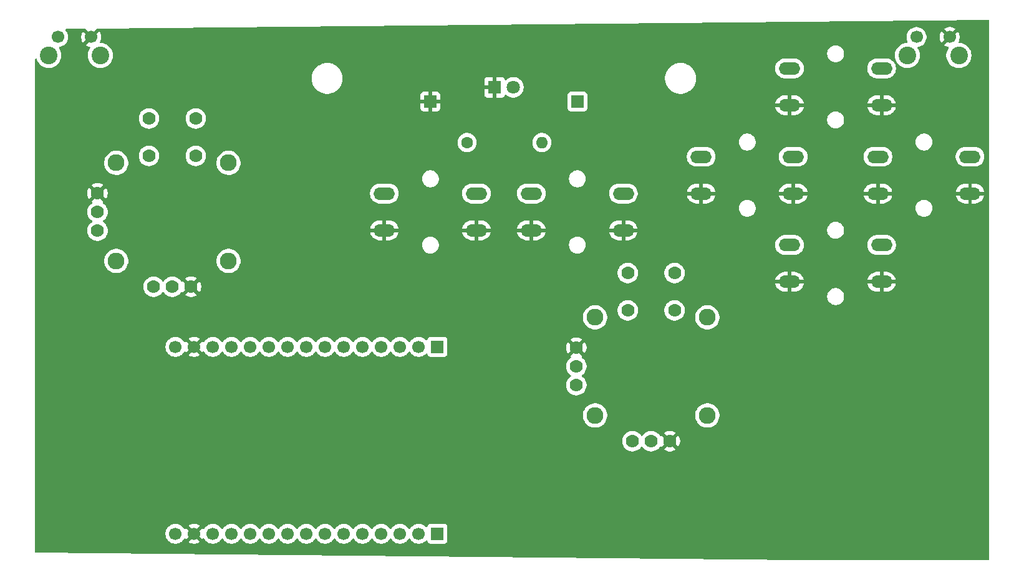
<source format=gbl>
%TF.GenerationSoftware,KiCad,Pcbnew,9.0.1*%
%TF.CreationDate,2025-05-27T01:22:21+01:00*%
%TF.ProjectId,Controller,436f6e74-726f-46c6-9c65-722e6b696361,rev?*%
%TF.SameCoordinates,Original*%
%TF.FileFunction,Copper,L2,Bot*%
%TF.FilePolarity,Positive*%
%FSLAX46Y46*%
G04 Gerber Fmt 4.6, Leading zero omitted, Abs format (unit mm)*
G04 Created by KiCad (PCBNEW 9.0.1) date 2025-05-27 01:22:21*
%MOMM*%
%LPD*%
G01*
G04 APERTURE LIST*
%TA.AperFunction,ComponentPad*%
%ADD10O,2.900000X1.700000*%
%TD*%
%TA.AperFunction,ComponentPad*%
%ADD11R,1.700000X1.700000*%
%TD*%
%TA.AperFunction,ComponentPad*%
%ADD12C,1.700000*%
%TD*%
%TA.AperFunction,ComponentPad*%
%ADD13C,2.400000*%
%TD*%
%TA.AperFunction,ComponentPad*%
%ADD14C,1.778000*%
%TD*%
%TA.AperFunction,ComponentPad*%
%ADD15C,2.286000*%
%TD*%
%TA.AperFunction,ComponentPad*%
%ADD16R,1.800000X1.800000*%
%TD*%
%TA.AperFunction,ComponentPad*%
%ADD17C,1.800000*%
%TD*%
%TA.AperFunction,ComponentPad*%
%ADD18C,1.600000*%
%TD*%
%TA.AperFunction,ComponentPad*%
%ADD19O,1.600000X1.600000*%
%TD*%
G04 APERTURE END LIST*
D10*
%TO.P,SW8,1,1*%
%TO.N,/D25*%
X152829452Y-65520108D03*
X165329452Y-65520108D03*
%TO.P,SW8,2,2*%
%TO.N,/GND*%
X152829452Y-70520108D03*
X165329452Y-70520108D03*
%TD*%
D11*
%TO.P,J5,1,Pin_1*%
%TO.N,/D23*%
X160020000Y-86360000D03*
D12*
%TO.P,J5,2,Pin_2*%
%TO.N,/D22*%
X157480000Y-86360000D03*
%TO.P,J5,3,Pin_3*%
%TO.N,/TX0*%
X154940000Y-86360000D03*
%TO.P,J5,4,Pin_4*%
%TO.N,/RX0*%
X152400000Y-86360000D03*
%TO.P,J5,5,Pin_5*%
%TO.N,/D21*%
X149860000Y-86360000D03*
%TO.P,J5,6,Pin_6*%
%TO.N,/D19*%
X147320000Y-86360000D03*
%TO.P,J5,7,Pin_7*%
%TO.N,/D18*%
X144780000Y-86360000D03*
%TO.P,J5,8,Pin_8*%
%TO.N,/D5*%
X142240000Y-86360000D03*
%TO.P,J5,9,Pin_9*%
%TO.N,/D17*%
X139700000Y-86360000D03*
%TO.P,J5,10,Pin_10*%
%TO.N,/D16*%
X137160000Y-86360000D03*
%TO.P,J5,11,Pin_11*%
%TO.N,/D4*%
X134620000Y-86360000D03*
%TO.P,J5,12,Pin_12*%
%TO.N,/D2*%
X132080000Y-86360000D03*
%TO.P,J5,13,Pin_13*%
%TO.N,/D15*%
X129540000Y-86360000D03*
%TO.P,J5,14,Pin_14*%
%TO.N,/GND*%
X127000000Y-86360000D03*
%TO.P,J5,15,Pin_15*%
%TO.N,/3V3*%
X124460000Y-86360000D03*
%TD*%
D11*
%TO.P,J2,1,Pin_1*%
%TO.N,/EN*%
X160020000Y-111760000D03*
D12*
%TO.P,J2,2,Pin_2*%
%TO.N,/VP*%
X157480000Y-111760000D03*
%TO.P,J2,3,Pin_3*%
%TO.N,/VN*%
X154940000Y-111760000D03*
%TO.P,J2,4,Pin_4*%
%TO.N,/D34*%
X152400000Y-111760000D03*
%TO.P,J2,5,Pin_5*%
%TO.N,/D35*%
X149860000Y-111760000D03*
%TO.P,J2,6,Pin_6*%
%TO.N,/D32*%
X147320000Y-111760000D03*
%TO.P,J2,7,Pin_7*%
%TO.N,/D33*%
X144780000Y-111760000D03*
%TO.P,J2,8,Pin_8*%
%TO.N,/D25*%
X142240000Y-111760000D03*
%TO.P,J2,9,Pin_9*%
%TO.N,/D26*%
X139700000Y-111760000D03*
%TO.P,J2,10,Pin_10*%
%TO.N,/D27*%
X137160000Y-111760000D03*
%TO.P,J2,11,Pin_11*%
%TO.N,/D14*%
X134620000Y-111760000D03*
%TO.P,J2,12,Pin_12*%
%TO.N,/D12*%
X132080000Y-111760000D03*
%TO.P,J2,13,Pin_13*%
%TO.N,/D13*%
X129540000Y-111760000D03*
%TO.P,J2,14,Pin_14*%
%TO.N,/GND*%
X127000000Y-111760000D03*
%TO.P,J2,15,Pin_15*%
%TO.N,/VIN*%
X124460000Y-111760000D03*
%TD*%
D13*
%TO.P,SW5,*%
%TO.N,*%
X223829999Y-46755000D03*
X230829999Y-46755000D03*
D12*
%TO.P,SW5,1,1*%
%TO.N,/D22*%
X225079999Y-44255000D03*
%TO.P,SW5,2,2*%
%TO.N,/GND*%
X229579999Y-44255000D03*
%TD*%
D10*
%TO.P,SW3,1,1*%
%TO.N,/D23*%
X207844180Y-72520108D03*
X220344180Y-72520108D03*
%TO.P,SW3,2,2*%
%TO.N,/GND*%
X207844180Y-77520108D03*
X220344180Y-77520108D03*
%TD*%
%TO.P,SW4,1,1*%
%TO.N,/D19*%
X195844180Y-60520108D03*
X208344180Y-60520108D03*
%TO.P,SW4,2,2*%
%TO.N,/GND*%
X195844180Y-65520108D03*
X208344180Y-65520108D03*
%TD*%
D14*
%TO.P,RV2,1,1*%
%TO.N,/GND*%
X178895452Y-86480108D03*
%TO.P,RV2,2,2*%
%TO.N,/D27*%
X178895452Y-89020108D03*
%TO.P,RV2,3,3*%
%TO.N,/3V3*%
X178895452Y-91560108D03*
%TO.P,RV2,4,4*%
X186515452Y-99180108D03*
%TO.P,RV2,5,5*%
%TO.N,/D26*%
X189055452Y-99180108D03*
%TO.P,RV2,6,6*%
%TO.N,/GND*%
X191595452Y-99180108D03*
%TO.P,RV2,B1A*%
%TO.N,N/C*%
X185880452Y-76320108D03*
%TO.P,RV2,B1B*%
X192230452Y-76320108D03*
%TO.P,RV2,B2A*%
X185880452Y-81400108D03*
%TO.P,RV2,B2B*%
X192230452Y-81400108D03*
D15*
%TO.P,RV2,MOUN*%
X181435452Y-82352608D03*
X181435452Y-95687608D03*
X196675452Y-82352608D03*
X196675452Y-95687608D03*
%TD*%
D13*
%TO.P,SW6,*%
%TO.N,*%
X107275452Y-46755000D03*
X114275452Y-46755000D03*
D12*
%TO.P,SW6,1,1*%
%TO.N,/D16*%
X108525452Y-44255000D03*
%TO.P,SW6,2,2*%
%TO.N,/GND*%
X113025452Y-44255000D03*
%TD*%
D11*
%TO.P,J3,1,Pin_1*%
%TO.N,/VIN*%
X179055452Y-53020108D03*
%TD*%
D14*
%TO.P,RV1,1,1*%
%TO.N,/GND*%
X113895452Y-65480108D03*
%TO.P,RV1,2,2*%
%TO.N,/D12*%
X113895452Y-68020108D03*
%TO.P,RV1,3,3*%
%TO.N,/3V3*%
X113895452Y-70560108D03*
%TO.P,RV1,4,4*%
X121515452Y-78180108D03*
%TO.P,RV1,5,5*%
%TO.N,/D14*%
X124055452Y-78180108D03*
%TO.P,RV1,6,6*%
%TO.N,/GND*%
X126595452Y-78180108D03*
%TO.P,RV1,B1A*%
%TO.N,N/C*%
X120880452Y-55320108D03*
%TO.P,RV1,B1B*%
X127230452Y-55320108D03*
%TO.P,RV1,B2A*%
X120880452Y-60400108D03*
%TO.P,RV1,B2B*%
X127230452Y-60400108D03*
D15*
%TO.P,RV1,MOUN*%
X116435452Y-61352608D03*
X116435452Y-74687608D03*
X131675452Y-61352608D03*
X131675452Y-74687608D03*
%TD*%
D16*
%TO.P,D1,1,K*%
%TO.N,/GND*%
X167805729Y-51087338D03*
D17*
%TO.P,D1,2,A*%
%TO.N,Net-(D1-A)*%
X170345729Y-51087338D03*
%TD*%
D10*
%TO.P,SW2,1,1*%
%TO.N,/D21*%
X219844180Y-60520108D03*
X232344180Y-60520108D03*
%TO.P,SW2,2,2*%
%TO.N,/GND*%
X219844180Y-65520108D03*
X232344180Y-65520108D03*
%TD*%
D18*
%TO.P,R1,1*%
%TO.N,/D17*%
X164055729Y-58587338D03*
D19*
%TO.P,R1,2*%
%TO.N,Net-(D1-A)*%
X174215729Y-58587338D03*
%TD*%
D10*
%TO.P,SW7,1,1*%
%TO.N,/D5*%
X172781452Y-65520108D03*
X185281452Y-65520108D03*
%TO.P,SW7,2,2*%
%TO.N,/GND*%
X172781452Y-70520108D03*
X185281452Y-70520108D03*
%TD*%
D11*
%TO.P,J1,1,Pin_1*%
%TO.N,/GND*%
X159055452Y-53020108D03*
%TD*%
D10*
%TO.P,SW1,1,1*%
%TO.N,/D18*%
X207844180Y-48520108D03*
X220344180Y-48520108D03*
%TO.P,SW1,2,2*%
%TO.N,/GND*%
X207844180Y-53520108D03*
X220344180Y-53520108D03*
%TD*%
%TA.AperFunction,Conductor*%
%TO.N,/GND*%
G36*
X234892014Y-41930253D02*
G01*
X234938284Y-41982606D01*
X234950000Y-42035221D01*
X234950000Y-115195779D01*
X234930315Y-115262818D01*
X234877511Y-115308573D01*
X234825986Y-115319779D01*
X209136556Y-115316921D01*
X209135354Y-115316915D01*
X105532784Y-114301203D01*
X105465941Y-114280862D01*
X105420706Y-114227612D01*
X105410000Y-114177209D01*
X105410000Y-111653713D01*
X123109500Y-111653713D01*
X123109500Y-111866286D01*
X123142753Y-112076239D01*
X123208444Y-112278414D01*
X123304951Y-112467820D01*
X123429890Y-112639786D01*
X123580213Y-112790109D01*
X123752179Y-112915048D01*
X123752181Y-112915049D01*
X123752184Y-112915051D01*
X123941588Y-113011557D01*
X124143757Y-113077246D01*
X124353713Y-113110500D01*
X124353714Y-113110500D01*
X124566286Y-113110500D01*
X124566287Y-113110500D01*
X124776243Y-113077246D01*
X124978412Y-113011557D01*
X125167816Y-112915051D01*
X125254138Y-112852335D01*
X125339786Y-112790109D01*
X125339788Y-112790106D01*
X125339792Y-112790104D01*
X125490104Y-112639792D01*
X125490106Y-112639788D01*
X125490109Y-112639786D01*
X125575890Y-112521717D01*
X125615051Y-112467816D01*
X125619793Y-112458508D01*
X125667763Y-112407711D01*
X125735583Y-112390911D01*
X125801719Y-112413445D01*
X125840763Y-112458500D01*
X125845373Y-112467547D01*
X125884728Y-112521716D01*
X126517037Y-111889408D01*
X126534075Y-111952993D01*
X126599901Y-112067007D01*
X126692993Y-112160099D01*
X126807007Y-112225925D01*
X126870590Y-112242962D01*
X126238282Y-112875269D01*
X126238282Y-112875270D01*
X126292449Y-112914624D01*
X126481782Y-113011095D01*
X126683870Y-113076757D01*
X126893754Y-113110000D01*
X127106246Y-113110000D01*
X127316127Y-113076757D01*
X127316130Y-113076757D01*
X127518217Y-113011095D01*
X127707554Y-112914622D01*
X127761716Y-112875270D01*
X127761717Y-112875270D01*
X127129408Y-112242962D01*
X127192993Y-112225925D01*
X127307007Y-112160099D01*
X127400099Y-112067007D01*
X127465925Y-111952993D01*
X127482962Y-111889408D01*
X128115270Y-112521717D01*
X128115270Y-112521716D01*
X128154622Y-112467555D01*
X128159232Y-112458507D01*
X128207205Y-112407709D01*
X128275025Y-112390912D01*
X128341161Y-112413447D01*
X128380204Y-112458504D01*
X128384949Y-112467817D01*
X128509890Y-112639786D01*
X128660213Y-112790109D01*
X128832179Y-112915048D01*
X128832181Y-112915049D01*
X128832184Y-112915051D01*
X129021588Y-113011557D01*
X129223757Y-113077246D01*
X129433713Y-113110500D01*
X129433714Y-113110500D01*
X129646286Y-113110500D01*
X129646287Y-113110500D01*
X129856243Y-113077246D01*
X130058412Y-113011557D01*
X130247816Y-112915051D01*
X130334138Y-112852335D01*
X130419786Y-112790109D01*
X130419788Y-112790106D01*
X130419792Y-112790104D01*
X130570104Y-112639792D01*
X130570106Y-112639788D01*
X130570109Y-112639786D01*
X130695048Y-112467820D01*
X130695047Y-112467820D01*
X130695051Y-112467816D01*
X130699514Y-112459054D01*
X130747488Y-112408259D01*
X130815308Y-112391463D01*
X130881444Y-112413999D01*
X130920486Y-112459056D01*
X130924951Y-112467820D01*
X131049890Y-112639786D01*
X131200213Y-112790109D01*
X131372179Y-112915048D01*
X131372181Y-112915049D01*
X131372184Y-112915051D01*
X131561588Y-113011557D01*
X131763757Y-113077246D01*
X131973713Y-113110500D01*
X131973714Y-113110500D01*
X132186286Y-113110500D01*
X132186287Y-113110500D01*
X132396243Y-113077246D01*
X132598412Y-113011557D01*
X132787816Y-112915051D01*
X132874138Y-112852335D01*
X132959786Y-112790109D01*
X132959788Y-112790106D01*
X132959792Y-112790104D01*
X133110104Y-112639792D01*
X133110106Y-112639788D01*
X133110109Y-112639786D01*
X133235048Y-112467820D01*
X133235047Y-112467820D01*
X133235051Y-112467816D01*
X133239514Y-112459054D01*
X133287488Y-112408259D01*
X133355308Y-112391463D01*
X133421444Y-112413999D01*
X133460486Y-112459056D01*
X133464951Y-112467820D01*
X133589890Y-112639786D01*
X133740213Y-112790109D01*
X133912179Y-112915048D01*
X133912181Y-112915049D01*
X133912184Y-112915051D01*
X134101588Y-113011557D01*
X134303757Y-113077246D01*
X134513713Y-113110500D01*
X134513714Y-113110500D01*
X134726286Y-113110500D01*
X134726287Y-113110500D01*
X134936243Y-113077246D01*
X135138412Y-113011557D01*
X135327816Y-112915051D01*
X135414138Y-112852335D01*
X135499786Y-112790109D01*
X135499788Y-112790106D01*
X135499792Y-112790104D01*
X135650104Y-112639792D01*
X135650106Y-112639788D01*
X135650109Y-112639786D01*
X135775048Y-112467820D01*
X135775047Y-112467820D01*
X135775051Y-112467816D01*
X135779514Y-112459054D01*
X135827488Y-112408259D01*
X135895308Y-112391463D01*
X135961444Y-112413999D01*
X136000486Y-112459056D01*
X136004951Y-112467820D01*
X136129890Y-112639786D01*
X136280213Y-112790109D01*
X136452179Y-112915048D01*
X136452181Y-112915049D01*
X136452184Y-112915051D01*
X136641588Y-113011557D01*
X136843757Y-113077246D01*
X137053713Y-113110500D01*
X137053714Y-113110500D01*
X137266286Y-113110500D01*
X137266287Y-113110500D01*
X137476243Y-113077246D01*
X137678412Y-113011557D01*
X137867816Y-112915051D01*
X137954138Y-112852335D01*
X138039786Y-112790109D01*
X138039788Y-112790106D01*
X138039792Y-112790104D01*
X138190104Y-112639792D01*
X138190106Y-112639788D01*
X138190109Y-112639786D01*
X138315048Y-112467820D01*
X138315047Y-112467820D01*
X138315051Y-112467816D01*
X138319514Y-112459054D01*
X138367488Y-112408259D01*
X138435308Y-112391463D01*
X138501444Y-112413999D01*
X138540486Y-112459056D01*
X138544951Y-112467820D01*
X138669890Y-112639786D01*
X138820213Y-112790109D01*
X138992179Y-112915048D01*
X138992181Y-112915049D01*
X138992184Y-112915051D01*
X139181588Y-113011557D01*
X139383757Y-113077246D01*
X139593713Y-113110500D01*
X139593714Y-113110500D01*
X139806286Y-113110500D01*
X139806287Y-113110500D01*
X140016243Y-113077246D01*
X140218412Y-113011557D01*
X140407816Y-112915051D01*
X140494138Y-112852335D01*
X140579786Y-112790109D01*
X140579788Y-112790106D01*
X140579792Y-112790104D01*
X140730104Y-112639792D01*
X140730106Y-112639788D01*
X140730109Y-112639786D01*
X140855048Y-112467820D01*
X140855047Y-112467820D01*
X140855051Y-112467816D01*
X140859514Y-112459054D01*
X140907488Y-112408259D01*
X140975308Y-112391463D01*
X141041444Y-112413999D01*
X141080486Y-112459056D01*
X141084951Y-112467820D01*
X141209890Y-112639786D01*
X141360213Y-112790109D01*
X141532179Y-112915048D01*
X141532181Y-112915049D01*
X141532184Y-112915051D01*
X141721588Y-113011557D01*
X141923757Y-113077246D01*
X142133713Y-113110500D01*
X142133714Y-113110500D01*
X142346286Y-113110500D01*
X142346287Y-113110500D01*
X142556243Y-113077246D01*
X142758412Y-113011557D01*
X142947816Y-112915051D01*
X143034138Y-112852335D01*
X143119786Y-112790109D01*
X143119788Y-112790106D01*
X143119792Y-112790104D01*
X143270104Y-112639792D01*
X143270106Y-112639788D01*
X143270109Y-112639786D01*
X143395048Y-112467820D01*
X143395047Y-112467820D01*
X143395051Y-112467816D01*
X143399514Y-112459054D01*
X143447488Y-112408259D01*
X143515308Y-112391463D01*
X143581444Y-112413999D01*
X143620486Y-112459056D01*
X143624951Y-112467820D01*
X143749890Y-112639786D01*
X143900213Y-112790109D01*
X144072179Y-112915048D01*
X144072181Y-112915049D01*
X144072184Y-112915051D01*
X144261588Y-113011557D01*
X144463757Y-113077246D01*
X144673713Y-113110500D01*
X144673714Y-113110500D01*
X144886286Y-113110500D01*
X144886287Y-113110500D01*
X145096243Y-113077246D01*
X145298412Y-113011557D01*
X145487816Y-112915051D01*
X145574138Y-112852335D01*
X145659786Y-112790109D01*
X145659788Y-112790106D01*
X145659792Y-112790104D01*
X145810104Y-112639792D01*
X145810106Y-112639788D01*
X145810109Y-112639786D01*
X145935048Y-112467820D01*
X145935047Y-112467820D01*
X145935051Y-112467816D01*
X145939514Y-112459054D01*
X145987488Y-112408259D01*
X146055308Y-112391463D01*
X146121444Y-112413999D01*
X146160486Y-112459056D01*
X146164951Y-112467820D01*
X146289890Y-112639786D01*
X146440213Y-112790109D01*
X146612179Y-112915048D01*
X146612181Y-112915049D01*
X146612184Y-112915051D01*
X146801588Y-113011557D01*
X147003757Y-113077246D01*
X147213713Y-113110500D01*
X147213714Y-113110500D01*
X147426286Y-113110500D01*
X147426287Y-113110500D01*
X147636243Y-113077246D01*
X147838412Y-113011557D01*
X148027816Y-112915051D01*
X148114138Y-112852335D01*
X148199786Y-112790109D01*
X148199788Y-112790106D01*
X148199792Y-112790104D01*
X148350104Y-112639792D01*
X148350106Y-112639788D01*
X148350109Y-112639786D01*
X148475048Y-112467820D01*
X148475047Y-112467820D01*
X148475051Y-112467816D01*
X148479514Y-112459054D01*
X148527488Y-112408259D01*
X148595308Y-112391463D01*
X148661444Y-112413999D01*
X148700486Y-112459056D01*
X148704951Y-112467820D01*
X148829890Y-112639786D01*
X148980213Y-112790109D01*
X149152179Y-112915048D01*
X149152181Y-112915049D01*
X149152184Y-112915051D01*
X149341588Y-113011557D01*
X149543757Y-113077246D01*
X149753713Y-113110500D01*
X149753714Y-113110500D01*
X149966286Y-113110500D01*
X149966287Y-113110500D01*
X150176243Y-113077246D01*
X150378412Y-113011557D01*
X150567816Y-112915051D01*
X150654138Y-112852335D01*
X150739786Y-112790109D01*
X150739788Y-112790106D01*
X150739792Y-112790104D01*
X150890104Y-112639792D01*
X150890106Y-112639788D01*
X150890109Y-112639786D01*
X151015048Y-112467820D01*
X151015047Y-112467820D01*
X151015051Y-112467816D01*
X151019514Y-112459054D01*
X151067488Y-112408259D01*
X151135308Y-112391463D01*
X151201444Y-112413999D01*
X151240486Y-112459056D01*
X151244951Y-112467820D01*
X151369890Y-112639786D01*
X151520213Y-112790109D01*
X151692179Y-112915048D01*
X151692181Y-112915049D01*
X151692184Y-112915051D01*
X151881588Y-113011557D01*
X152083757Y-113077246D01*
X152293713Y-113110500D01*
X152293714Y-113110500D01*
X152506286Y-113110500D01*
X152506287Y-113110500D01*
X152716243Y-113077246D01*
X152918412Y-113011557D01*
X153107816Y-112915051D01*
X153194138Y-112852335D01*
X153279786Y-112790109D01*
X153279788Y-112790106D01*
X153279792Y-112790104D01*
X153430104Y-112639792D01*
X153430106Y-112639788D01*
X153430109Y-112639786D01*
X153555048Y-112467820D01*
X153555047Y-112467820D01*
X153555051Y-112467816D01*
X153559514Y-112459054D01*
X153607488Y-112408259D01*
X153675308Y-112391463D01*
X153741444Y-112413999D01*
X153780486Y-112459056D01*
X153784951Y-112467820D01*
X153909890Y-112639786D01*
X154060213Y-112790109D01*
X154232179Y-112915048D01*
X154232181Y-112915049D01*
X154232184Y-112915051D01*
X154421588Y-113011557D01*
X154623757Y-113077246D01*
X154833713Y-113110500D01*
X154833714Y-113110500D01*
X155046286Y-113110500D01*
X155046287Y-113110500D01*
X155256243Y-113077246D01*
X155458412Y-113011557D01*
X155647816Y-112915051D01*
X155734138Y-112852335D01*
X155819786Y-112790109D01*
X155819788Y-112790106D01*
X155819792Y-112790104D01*
X155970104Y-112639792D01*
X155970106Y-112639788D01*
X155970109Y-112639786D01*
X156095048Y-112467820D01*
X156095047Y-112467820D01*
X156095051Y-112467816D01*
X156099514Y-112459054D01*
X156147488Y-112408259D01*
X156215308Y-112391463D01*
X156281444Y-112413999D01*
X156320486Y-112459056D01*
X156324951Y-112467820D01*
X156449890Y-112639786D01*
X156600213Y-112790109D01*
X156772179Y-112915048D01*
X156772181Y-112915049D01*
X156772184Y-112915051D01*
X156961588Y-113011557D01*
X157163757Y-113077246D01*
X157373713Y-113110500D01*
X157373714Y-113110500D01*
X157586286Y-113110500D01*
X157586287Y-113110500D01*
X157796243Y-113077246D01*
X157998412Y-113011557D01*
X158187816Y-112915051D01*
X158359792Y-112790104D01*
X158473329Y-112676566D01*
X158534648Y-112643084D01*
X158604340Y-112648068D01*
X158660274Y-112689939D01*
X158677189Y-112720917D01*
X158726202Y-112852328D01*
X158726206Y-112852335D01*
X158812452Y-112967544D01*
X158812455Y-112967547D01*
X158927664Y-113053793D01*
X158927671Y-113053797D01*
X159062517Y-113104091D01*
X159062516Y-113104091D01*
X159069444Y-113104835D01*
X159122127Y-113110500D01*
X160917872Y-113110499D01*
X160977483Y-113104091D01*
X161112331Y-113053796D01*
X161227546Y-112967546D01*
X161313796Y-112852331D01*
X161364091Y-112717483D01*
X161370500Y-112657873D01*
X161370499Y-110862128D01*
X161364091Y-110802517D01*
X161362810Y-110799083D01*
X161313797Y-110667671D01*
X161313793Y-110667664D01*
X161227547Y-110552455D01*
X161227544Y-110552452D01*
X161112335Y-110466206D01*
X161112328Y-110466202D01*
X160977482Y-110415908D01*
X160977483Y-110415908D01*
X160917883Y-110409501D01*
X160917881Y-110409500D01*
X160917873Y-110409500D01*
X160917864Y-110409500D01*
X159122129Y-110409500D01*
X159122123Y-110409501D01*
X159062516Y-110415908D01*
X158927671Y-110466202D01*
X158927664Y-110466206D01*
X158812455Y-110552452D01*
X158812452Y-110552455D01*
X158726206Y-110667664D01*
X158726203Y-110667669D01*
X158677189Y-110799083D01*
X158635317Y-110855016D01*
X158569853Y-110879433D01*
X158501580Y-110864581D01*
X158473326Y-110843430D01*
X158359786Y-110729890D01*
X158187820Y-110604951D01*
X157998414Y-110508444D01*
X157998413Y-110508443D01*
X157998412Y-110508443D01*
X157796243Y-110442754D01*
X157796241Y-110442753D01*
X157796240Y-110442753D01*
X157634957Y-110417208D01*
X157586287Y-110409500D01*
X157373713Y-110409500D01*
X157325042Y-110417208D01*
X157163760Y-110442753D01*
X156961585Y-110508444D01*
X156772179Y-110604951D01*
X156600213Y-110729890D01*
X156449890Y-110880213D01*
X156324949Y-111052182D01*
X156320484Y-111060946D01*
X156272509Y-111111742D01*
X156204688Y-111128536D01*
X156138553Y-111105998D01*
X156099516Y-111060946D01*
X156095050Y-111052182D01*
X155970109Y-110880213D01*
X155819786Y-110729890D01*
X155647820Y-110604951D01*
X155458414Y-110508444D01*
X155458413Y-110508443D01*
X155458412Y-110508443D01*
X155256243Y-110442754D01*
X155256241Y-110442753D01*
X155256240Y-110442753D01*
X155094957Y-110417208D01*
X155046287Y-110409500D01*
X154833713Y-110409500D01*
X154785042Y-110417208D01*
X154623760Y-110442753D01*
X154421585Y-110508444D01*
X154232179Y-110604951D01*
X154060213Y-110729890D01*
X153909890Y-110880213D01*
X153784949Y-111052182D01*
X153780484Y-111060946D01*
X153732509Y-111111742D01*
X153664688Y-111128536D01*
X153598553Y-111105998D01*
X153559516Y-111060946D01*
X153555050Y-111052182D01*
X153430109Y-110880213D01*
X153279786Y-110729890D01*
X153107820Y-110604951D01*
X152918414Y-110508444D01*
X152918413Y-110508443D01*
X152918412Y-110508443D01*
X152716243Y-110442754D01*
X152716241Y-110442753D01*
X152716240Y-110442753D01*
X152554957Y-110417208D01*
X152506287Y-110409500D01*
X152293713Y-110409500D01*
X152245042Y-110417208D01*
X152083760Y-110442753D01*
X151881585Y-110508444D01*
X151692179Y-110604951D01*
X151520213Y-110729890D01*
X151369890Y-110880213D01*
X151244949Y-111052182D01*
X151240484Y-111060946D01*
X151192509Y-111111742D01*
X151124688Y-111128536D01*
X151058553Y-111105998D01*
X151019516Y-111060946D01*
X151015050Y-111052182D01*
X150890109Y-110880213D01*
X150739786Y-110729890D01*
X150567820Y-110604951D01*
X150378414Y-110508444D01*
X150378413Y-110508443D01*
X150378412Y-110508443D01*
X150176243Y-110442754D01*
X150176241Y-110442753D01*
X150176240Y-110442753D01*
X150014957Y-110417208D01*
X149966287Y-110409500D01*
X149753713Y-110409500D01*
X149705042Y-110417208D01*
X149543760Y-110442753D01*
X149341585Y-110508444D01*
X149152179Y-110604951D01*
X148980213Y-110729890D01*
X148829890Y-110880213D01*
X148704949Y-111052182D01*
X148700484Y-111060946D01*
X148652509Y-111111742D01*
X148584688Y-111128536D01*
X148518553Y-111105998D01*
X148479516Y-111060946D01*
X148475050Y-111052182D01*
X148350109Y-110880213D01*
X148199786Y-110729890D01*
X148027820Y-110604951D01*
X147838414Y-110508444D01*
X147838413Y-110508443D01*
X147838412Y-110508443D01*
X147636243Y-110442754D01*
X147636241Y-110442753D01*
X147636240Y-110442753D01*
X147474957Y-110417208D01*
X147426287Y-110409500D01*
X147213713Y-110409500D01*
X147165042Y-110417208D01*
X147003760Y-110442753D01*
X146801585Y-110508444D01*
X146612179Y-110604951D01*
X146440213Y-110729890D01*
X146289890Y-110880213D01*
X146164949Y-111052182D01*
X146160484Y-111060946D01*
X146112509Y-111111742D01*
X146044688Y-111128536D01*
X145978553Y-111105998D01*
X145939516Y-111060946D01*
X145935050Y-111052182D01*
X145810109Y-110880213D01*
X145659786Y-110729890D01*
X145487820Y-110604951D01*
X145298414Y-110508444D01*
X145298413Y-110508443D01*
X145298412Y-110508443D01*
X145096243Y-110442754D01*
X145096241Y-110442753D01*
X145096240Y-110442753D01*
X144934957Y-110417208D01*
X144886287Y-110409500D01*
X144673713Y-110409500D01*
X144625042Y-110417208D01*
X144463760Y-110442753D01*
X144261585Y-110508444D01*
X144072179Y-110604951D01*
X143900213Y-110729890D01*
X143749890Y-110880213D01*
X143624949Y-111052182D01*
X143620484Y-111060946D01*
X143572509Y-111111742D01*
X143504688Y-111128536D01*
X143438553Y-111105998D01*
X143399516Y-111060946D01*
X143395050Y-111052182D01*
X143270109Y-110880213D01*
X143119786Y-110729890D01*
X142947820Y-110604951D01*
X142758414Y-110508444D01*
X142758413Y-110508443D01*
X142758412Y-110508443D01*
X142556243Y-110442754D01*
X142556241Y-110442753D01*
X142556240Y-110442753D01*
X142394957Y-110417208D01*
X142346287Y-110409500D01*
X142133713Y-110409500D01*
X142085042Y-110417208D01*
X141923760Y-110442753D01*
X141721585Y-110508444D01*
X141532179Y-110604951D01*
X141360213Y-110729890D01*
X141209890Y-110880213D01*
X141084949Y-111052182D01*
X141080484Y-111060946D01*
X141032509Y-111111742D01*
X140964688Y-111128536D01*
X140898553Y-111105998D01*
X140859516Y-111060946D01*
X140855050Y-111052182D01*
X140730109Y-110880213D01*
X140579786Y-110729890D01*
X140407820Y-110604951D01*
X140218414Y-110508444D01*
X140218413Y-110508443D01*
X140218412Y-110508443D01*
X140016243Y-110442754D01*
X140016241Y-110442753D01*
X140016240Y-110442753D01*
X139854957Y-110417208D01*
X139806287Y-110409500D01*
X139593713Y-110409500D01*
X139545042Y-110417208D01*
X139383760Y-110442753D01*
X139181585Y-110508444D01*
X138992179Y-110604951D01*
X138820213Y-110729890D01*
X138669890Y-110880213D01*
X138544949Y-111052182D01*
X138540484Y-111060946D01*
X138492509Y-111111742D01*
X138424688Y-111128536D01*
X138358553Y-111105998D01*
X138319516Y-111060946D01*
X138315050Y-111052182D01*
X138190109Y-110880213D01*
X138039786Y-110729890D01*
X137867820Y-110604951D01*
X137678414Y-110508444D01*
X137678413Y-110508443D01*
X137678412Y-110508443D01*
X137476243Y-110442754D01*
X137476241Y-110442753D01*
X137476240Y-110442753D01*
X137314957Y-110417208D01*
X137266287Y-110409500D01*
X137053713Y-110409500D01*
X137005042Y-110417208D01*
X136843760Y-110442753D01*
X136641585Y-110508444D01*
X136452179Y-110604951D01*
X136280213Y-110729890D01*
X136129890Y-110880213D01*
X136004949Y-111052182D01*
X136000484Y-111060946D01*
X135952509Y-111111742D01*
X135884688Y-111128536D01*
X135818553Y-111105998D01*
X135779516Y-111060946D01*
X135775050Y-111052182D01*
X135650109Y-110880213D01*
X135499786Y-110729890D01*
X135327820Y-110604951D01*
X135138414Y-110508444D01*
X135138413Y-110508443D01*
X135138412Y-110508443D01*
X134936243Y-110442754D01*
X134936241Y-110442753D01*
X134936240Y-110442753D01*
X134774957Y-110417208D01*
X134726287Y-110409500D01*
X134513713Y-110409500D01*
X134465042Y-110417208D01*
X134303760Y-110442753D01*
X134101585Y-110508444D01*
X133912179Y-110604951D01*
X133740213Y-110729890D01*
X133589890Y-110880213D01*
X133464949Y-111052182D01*
X133460484Y-111060946D01*
X133412509Y-111111742D01*
X133344688Y-111128536D01*
X133278553Y-111105998D01*
X133239516Y-111060946D01*
X133235050Y-111052182D01*
X133110109Y-110880213D01*
X132959786Y-110729890D01*
X132787820Y-110604951D01*
X132598414Y-110508444D01*
X132598413Y-110508443D01*
X132598412Y-110508443D01*
X132396243Y-110442754D01*
X132396241Y-110442753D01*
X132396240Y-110442753D01*
X132234957Y-110417208D01*
X132186287Y-110409500D01*
X131973713Y-110409500D01*
X131925042Y-110417208D01*
X131763760Y-110442753D01*
X131561585Y-110508444D01*
X131372179Y-110604951D01*
X131200213Y-110729890D01*
X131049890Y-110880213D01*
X130924949Y-111052182D01*
X130920484Y-111060946D01*
X130872509Y-111111742D01*
X130804688Y-111128536D01*
X130738553Y-111105998D01*
X130699516Y-111060946D01*
X130695050Y-111052182D01*
X130570109Y-110880213D01*
X130419786Y-110729890D01*
X130247820Y-110604951D01*
X130058414Y-110508444D01*
X130058413Y-110508443D01*
X130058412Y-110508443D01*
X129856243Y-110442754D01*
X129856241Y-110442753D01*
X129856240Y-110442753D01*
X129694957Y-110417208D01*
X129646287Y-110409500D01*
X129433713Y-110409500D01*
X129385042Y-110417208D01*
X129223760Y-110442753D01*
X129021585Y-110508444D01*
X128832179Y-110604951D01*
X128660213Y-110729890D01*
X128509890Y-110880213D01*
X128384949Y-111052182D01*
X128380202Y-111061499D01*
X128332227Y-111112293D01*
X128264405Y-111129087D01*
X128198271Y-111106548D01*
X128159234Y-111061495D01*
X128154626Y-111052452D01*
X128115270Y-110998282D01*
X128115269Y-110998282D01*
X127482962Y-111630590D01*
X127465925Y-111567007D01*
X127400099Y-111452993D01*
X127307007Y-111359901D01*
X127192993Y-111294075D01*
X127129409Y-111277037D01*
X127761716Y-110644728D01*
X127707550Y-110605375D01*
X127518217Y-110508904D01*
X127316129Y-110443242D01*
X127106246Y-110410000D01*
X126893754Y-110410000D01*
X126683872Y-110443242D01*
X126683869Y-110443242D01*
X126481782Y-110508904D01*
X126292439Y-110605380D01*
X126238282Y-110644727D01*
X126238282Y-110644728D01*
X126870591Y-111277037D01*
X126807007Y-111294075D01*
X126692993Y-111359901D01*
X126599901Y-111452993D01*
X126534075Y-111567007D01*
X126517037Y-111630591D01*
X125884728Y-110998282D01*
X125884727Y-110998282D01*
X125845380Y-111052440D01*
X125845376Y-111052446D01*
X125840760Y-111061505D01*
X125792781Y-111112297D01*
X125724959Y-111129087D01*
X125658826Y-111106543D01*
X125619794Y-111061493D01*
X125615051Y-111052184D01*
X125615049Y-111052181D01*
X125615048Y-111052179D01*
X125490109Y-110880213D01*
X125339786Y-110729890D01*
X125167820Y-110604951D01*
X124978414Y-110508444D01*
X124978413Y-110508443D01*
X124978412Y-110508443D01*
X124776243Y-110442754D01*
X124776241Y-110442753D01*
X124776240Y-110442753D01*
X124614957Y-110417208D01*
X124566287Y-110409500D01*
X124353713Y-110409500D01*
X124305042Y-110417208D01*
X124143760Y-110442753D01*
X123941585Y-110508444D01*
X123752179Y-110604951D01*
X123580213Y-110729890D01*
X123429890Y-110880213D01*
X123304951Y-111052179D01*
X123208444Y-111241585D01*
X123142753Y-111443760D01*
X123109500Y-111653713D01*
X105410000Y-111653713D01*
X105410000Y-99070746D01*
X185125952Y-99070746D01*
X185125952Y-99289469D01*
X185160166Y-99505484D01*
X185227749Y-99713488D01*
X185227750Y-99713491D01*
X185295234Y-99845933D01*
X185315174Y-99885068D01*
X185327047Y-99908368D01*
X185455594Y-100085301D01*
X185610258Y-100239965D01*
X185724960Y-100323299D01*
X185787195Y-100368515D01*
X185914584Y-100433423D01*
X185982068Y-100467809D01*
X185982071Y-100467810D01*
X186086073Y-100501601D01*
X186190077Y-100535394D01*
X186290124Y-100551240D01*
X186406091Y-100569608D01*
X186406096Y-100569608D01*
X186624813Y-100569608D01*
X186729534Y-100553020D01*
X186840827Y-100535394D01*
X187048835Y-100467809D01*
X187243709Y-100368515D01*
X187343053Y-100296337D01*
X187420645Y-100239965D01*
X187420647Y-100239962D01*
X187420651Y-100239960D01*
X187575304Y-100085307D01*
X187685135Y-99934136D01*
X187740463Y-99891472D01*
X187810076Y-99885493D01*
X187871872Y-99918098D01*
X187885765Y-99934131D01*
X187995596Y-100085301D01*
X187995600Y-100085307D01*
X188150258Y-100239965D01*
X188264960Y-100323299D01*
X188327195Y-100368515D01*
X188454584Y-100433423D01*
X188522068Y-100467809D01*
X188522071Y-100467810D01*
X188626073Y-100501601D01*
X188730077Y-100535394D01*
X188830124Y-100551240D01*
X188946091Y-100569608D01*
X188946096Y-100569608D01*
X189164813Y-100569608D01*
X189269534Y-100553020D01*
X189380827Y-100535394D01*
X189588835Y-100467809D01*
X189783709Y-100368515D01*
X189883053Y-100296337D01*
X189960645Y-100239965D01*
X189960647Y-100239962D01*
X189960651Y-100239960D01*
X190115304Y-100085307D01*
X190225443Y-99933711D01*
X190280772Y-99891047D01*
X190350385Y-99885068D01*
X190412181Y-99917673D01*
X190426080Y-99933714D01*
X190452258Y-99969746D01*
X190452259Y-99969746D01*
X191157804Y-99264201D01*
X191181244Y-99351679D01*
X191239763Y-99453038D01*
X191322522Y-99535797D01*
X191423881Y-99594316D01*
X191511357Y-99617755D01*
X190805812Y-100323299D01*
X190867460Y-100368088D01*
X191062260Y-100467345D01*
X191062263Y-100467346D01*
X191270192Y-100534905D01*
X191486136Y-100569108D01*
X191704768Y-100569108D01*
X191920711Y-100534905D01*
X192128640Y-100467346D01*
X192128643Y-100467345D01*
X192323447Y-100368086D01*
X192385090Y-100323299D01*
X192385091Y-100323299D01*
X191679546Y-99617755D01*
X191767023Y-99594316D01*
X191868382Y-99535797D01*
X191951141Y-99453038D01*
X192009660Y-99351679D01*
X192033099Y-99264202D01*
X192738643Y-99969747D01*
X192738643Y-99969746D01*
X192783430Y-99908103D01*
X192882689Y-99713299D01*
X192882690Y-99713296D01*
X192950249Y-99505367D01*
X192984452Y-99289424D01*
X192984452Y-99070791D01*
X192950249Y-98854848D01*
X192882690Y-98646919D01*
X192882689Y-98646916D01*
X192783432Y-98452116D01*
X192738643Y-98390468D01*
X192033099Y-99096012D01*
X192009660Y-99008537D01*
X191951141Y-98907178D01*
X191868382Y-98824419D01*
X191767023Y-98765900D01*
X191679544Y-98742460D01*
X192385090Y-98036915D01*
X192385090Y-98036914D01*
X192323447Y-97992129D01*
X192323445Y-97992128D01*
X192128643Y-97892870D01*
X192128640Y-97892869D01*
X191920711Y-97825310D01*
X191704768Y-97791108D01*
X191486136Y-97791108D01*
X191270192Y-97825310D01*
X191062263Y-97892869D01*
X191062260Y-97892870D01*
X190867453Y-97992131D01*
X190805812Y-98036914D01*
X190805812Y-98036915D01*
X191511357Y-98742460D01*
X191423881Y-98765900D01*
X191322522Y-98824419D01*
X191239763Y-98907178D01*
X191181244Y-99008537D01*
X191157804Y-99096013D01*
X190452259Y-98390468D01*
X190452257Y-98390468D01*
X190426078Y-98426502D01*
X190370749Y-98469168D01*
X190301135Y-98475147D01*
X190239340Y-98442542D01*
X190225447Y-98426509D01*
X190115304Y-98274909D01*
X189960651Y-98120256D01*
X189960645Y-98120250D01*
X189783712Y-97991703D01*
X189783711Y-97991702D01*
X189783709Y-97991701D01*
X189721277Y-97959890D01*
X189588835Y-97892406D01*
X189588832Y-97892405D01*
X189380828Y-97824822D01*
X189164813Y-97790608D01*
X189164808Y-97790608D01*
X188946096Y-97790608D01*
X188946091Y-97790608D01*
X188730075Y-97824822D01*
X188522071Y-97892405D01*
X188522068Y-97892406D01*
X188327191Y-97991703D01*
X188150258Y-98120250D01*
X187995594Y-98274914D01*
X187885770Y-98426077D01*
X187830441Y-98468743D01*
X187760827Y-98474722D01*
X187699032Y-98442117D01*
X187685134Y-98426077D01*
X187575309Y-98274914D01*
X187420645Y-98120250D01*
X187243712Y-97991703D01*
X187243711Y-97991702D01*
X187243709Y-97991701D01*
X187181277Y-97959890D01*
X187048835Y-97892406D01*
X187048832Y-97892405D01*
X186840828Y-97824822D01*
X186624813Y-97790608D01*
X186624808Y-97790608D01*
X186406096Y-97790608D01*
X186406091Y-97790608D01*
X186190075Y-97824822D01*
X185982071Y-97892405D01*
X185982068Y-97892406D01*
X185787191Y-97991703D01*
X185610258Y-98120250D01*
X185455594Y-98274914D01*
X185327047Y-98451847D01*
X185227750Y-98646724D01*
X185227749Y-98646727D01*
X185160166Y-98854731D01*
X185125952Y-99070746D01*
X105410000Y-99070746D01*
X105410000Y-95558256D01*
X179791952Y-95558256D01*
X179791952Y-95816959D01*
X179832419Y-96072458D01*
X179832420Y-96072462D01*
X179912361Y-96318493D01*
X180029805Y-96548990D01*
X180181860Y-96758276D01*
X180364784Y-96941200D01*
X180574070Y-97093255D01*
X180804567Y-97210699D01*
X181050598Y-97290640D01*
X181146413Y-97305815D01*
X181306101Y-97331108D01*
X181306106Y-97331108D01*
X181564803Y-97331108D01*
X181706746Y-97308625D01*
X181820306Y-97290640D01*
X182066337Y-97210699D01*
X182296834Y-97093255D01*
X182506120Y-96941200D01*
X182689044Y-96758276D01*
X182841099Y-96548990D01*
X182958543Y-96318493D01*
X183038484Y-96072462D01*
X183056469Y-95958902D01*
X183078952Y-95816959D01*
X183078952Y-95558256D01*
X195031952Y-95558256D01*
X195031952Y-95816959D01*
X195072419Y-96072458D01*
X195072420Y-96072462D01*
X195152361Y-96318493D01*
X195269805Y-96548990D01*
X195421860Y-96758276D01*
X195604784Y-96941200D01*
X195814070Y-97093255D01*
X196044567Y-97210699D01*
X196290598Y-97290640D01*
X196386413Y-97305815D01*
X196546101Y-97331108D01*
X196546106Y-97331108D01*
X196804803Y-97331108D01*
X196946746Y-97308625D01*
X197060306Y-97290640D01*
X197306337Y-97210699D01*
X197536834Y-97093255D01*
X197746120Y-96941200D01*
X197929044Y-96758276D01*
X198081099Y-96548990D01*
X198198543Y-96318493D01*
X198278484Y-96072462D01*
X198296469Y-95958902D01*
X198318952Y-95816959D01*
X198318952Y-95558256D01*
X198278484Y-95302757D01*
X198278484Y-95302754D01*
X198198543Y-95056723D01*
X198081099Y-94826226D01*
X197929044Y-94616940D01*
X197746120Y-94434016D01*
X197536834Y-94281961D01*
X197306337Y-94164517D01*
X197060306Y-94084576D01*
X197060304Y-94084575D01*
X197060302Y-94084575D01*
X196804803Y-94044108D01*
X196804798Y-94044108D01*
X196546106Y-94044108D01*
X196546101Y-94044108D01*
X196290601Y-94084575D01*
X196044564Y-94164518D01*
X195814069Y-94281961D01*
X195604781Y-94434018D01*
X195421862Y-94616937D01*
X195269805Y-94826225D01*
X195152362Y-95056720D01*
X195072419Y-95302757D01*
X195031952Y-95558256D01*
X183078952Y-95558256D01*
X183038484Y-95302757D01*
X183038484Y-95302754D01*
X182958543Y-95056723D01*
X182841099Y-94826226D01*
X182689044Y-94616940D01*
X182506120Y-94434016D01*
X182296834Y-94281961D01*
X182066337Y-94164517D01*
X181820306Y-94084576D01*
X181820304Y-94084575D01*
X181820302Y-94084575D01*
X181564803Y-94044108D01*
X181564798Y-94044108D01*
X181306106Y-94044108D01*
X181306101Y-94044108D01*
X181050601Y-94084575D01*
X180804564Y-94164518D01*
X180574069Y-94281961D01*
X180364781Y-94434018D01*
X180181862Y-94616937D01*
X180029805Y-94826225D01*
X179912362Y-95056720D01*
X179832419Y-95302757D01*
X179791952Y-95558256D01*
X105410000Y-95558256D01*
X105410000Y-88910746D01*
X177505952Y-88910746D01*
X177505952Y-89129469D01*
X177540166Y-89345484D01*
X177607749Y-89553488D01*
X177607750Y-89553491D01*
X177707047Y-89748368D01*
X177835594Y-89925301D01*
X177990258Y-90079965D01*
X178141421Y-90189790D01*
X178184087Y-90245119D01*
X178190066Y-90314733D01*
X178157461Y-90376528D01*
X178141421Y-90390426D01*
X177990258Y-90500250D01*
X177835594Y-90654914D01*
X177707047Y-90831847D01*
X177607750Y-91026724D01*
X177607749Y-91026727D01*
X177540166Y-91234731D01*
X177505952Y-91450746D01*
X177505952Y-91669469D01*
X177540166Y-91885484D01*
X177607749Y-92093488D01*
X177607750Y-92093491D01*
X177707047Y-92288368D01*
X177835594Y-92465301D01*
X177990258Y-92619965D01*
X178155826Y-92740255D01*
X178167195Y-92748515D01*
X178294584Y-92813423D01*
X178362068Y-92847809D01*
X178362071Y-92847810D01*
X178466073Y-92881601D01*
X178570077Y-92915394D01*
X178670124Y-92931240D01*
X178786091Y-92949608D01*
X178786096Y-92949608D01*
X179004813Y-92949608D01*
X179109534Y-92933020D01*
X179220827Y-92915394D01*
X179428835Y-92847809D01*
X179623709Y-92748515D01*
X179723053Y-92676337D01*
X179800645Y-92619965D01*
X179800647Y-92619962D01*
X179800651Y-92619960D01*
X179955304Y-92465307D01*
X179955306Y-92465303D01*
X179955309Y-92465301D01*
X180011681Y-92387709D01*
X180083859Y-92288365D01*
X180183153Y-92093491D01*
X180250738Y-91885483D01*
X180268364Y-91774190D01*
X180284952Y-91669469D01*
X180284952Y-91450746D01*
X180265047Y-91325079D01*
X180250738Y-91234733D01*
X180183153Y-91026725D01*
X180183153Y-91026724D01*
X180148767Y-90959240D01*
X180083859Y-90831851D01*
X180075599Y-90820482D01*
X179955309Y-90654914D01*
X179800651Y-90500256D01*
X179800643Y-90500250D01*
X179649480Y-90390424D01*
X179606816Y-90335097D01*
X179600837Y-90265484D01*
X179633442Y-90203688D01*
X179649475Y-90189794D01*
X179800651Y-90079960D01*
X179955304Y-89925307D01*
X179955306Y-89925303D01*
X179955309Y-89925301D01*
X180011681Y-89847709D01*
X180083859Y-89748365D01*
X180183153Y-89553491D01*
X180250738Y-89345483D01*
X180268364Y-89234190D01*
X180284952Y-89129469D01*
X180284952Y-88910746D01*
X180265047Y-88785079D01*
X180250738Y-88694733D01*
X180183153Y-88486725D01*
X180183153Y-88486724D01*
X180148767Y-88419240D01*
X180083859Y-88291851D01*
X180075599Y-88280482D01*
X179955309Y-88114914D01*
X179800649Y-87960254D01*
X179800644Y-87960250D01*
X179649057Y-87850116D01*
X179606391Y-87794786D01*
X179600412Y-87725173D01*
X179633017Y-87663378D01*
X179649057Y-87649480D01*
X179685090Y-87623299D01*
X179685091Y-87623299D01*
X178979546Y-86917755D01*
X179067023Y-86894316D01*
X179168382Y-86835797D01*
X179251141Y-86753038D01*
X179309660Y-86651679D01*
X179333099Y-86564203D01*
X180038643Y-87269747D01*
X180038643Y-87269746D01*
X180083430Y-87208103D01*
X180182689Y-87013299D01*
X180182690Y-87013296D01*
X180250249Y-86805367D01*
X180284452Y-86589424D01*
X180284452Y-86370791D01*
X180250249Y-86154848D01*
X180182690Y-85946919D01*
X180182689Y-85946916D01*
X180083432Y-85752116D01*
X180038643Y-85690468D01*
X179333099Y-86396012D01*
X179309660Y-86308537D01*
X179251141Y-86207178D01*
X179168382Y-86124419D01*
X179067023Y-86065900D01*
X178979544Y-86042460D01*
X179685090Y-85336915D01*
X179685090Y-85336914D01*
X179623447Y-85292129D01*
X179623445Y-85292128D01*
X179428643Y-85192870D01*
X179428640Y-85192869D01*
X179220711Y-85125310D01*
X179004768Y-85091108D01*
X178786136Y-85091108D01*
X178570192Y-85125310D01*
X178362263Y-85192869D01*
X178362260Y-85192870D01*
X178167453Y-85292131D01*
X178105812Y-85336914D01*
X178105812Y-85336915D01*
X178811357Y-86042460D01*
X178723881Y-86065900D01*
X178622522Y-86124419D01*
X178539763Y-86207178D01*
X178481244Y-86308537D01*
X178457804Y-86396013D01*
X177752259Y-85690468D01*
X177752258Y-85690468D01*
X177707475Y-85752109D01*
X177608214Y-85946916D01*
X177608213Y-85946919D01*
X177540654Y-86154848D01*
X177506452Y-86370791D01*
X177506452Y-86589424D01*
X177540654Y-86805367D01*
X177608213Y-87013296D01*
X177608214Y-87013299D01*
X177707472Y-87208101D01*
X177707473Y-87208103D01*
X177752258Y-87269746D01*
X177752259Y-87269746D01*
X178457804Y-86564201D01*
X178481244Y-86651679D01*
X178539763Y-86753038D01*
X178622522Y-86835797D01*
X178723881Y-86894316D01*
X178811357Y-86917755D01*
X178105812Y-87623299D01*
X178105812Y-87623300D01*
X178141846Y-87649480D01*
X178184512Y-87704809D01*
X178190491Y-87774423D01*
X178157886Y-87836218D01*
X178141846Y-87850116D01*
X177990259Y-87960250D01*
X177990254Y-87960254D01*
X177835594Y-88114914D01*
X177707047Y-88291847D01*
X177607750Y-88486724D01*
X177607749Y-88486727D01*
X177540166Y-88694731D01*
X177505952Y-88910746D01*
X105410000Y-88910746D01*
X105410000Y-86253713D01*
X123109500Y-86253713D01*
X123109500Y-86466287D01*
X123142754Y-86676243D01*
X123194596Y-86835797D01*
X123208444Y-86878414D01*
X123304951Y-87067820D01*
X123429890Y-87239786D01*
X123580213Y-87390109D01*
X123752179Y-87515048D01*
X123752181Y-87515049D01*
X123752184Y-87515051D01*
X123941588Y-87611557D01*
X124143757Y-87677246D01*
X124353713Y-87710500D01*
X124353714Y-87710500D01*
X124566286Y-87710500D01*
X124566287Y-87710500D01*
X124776243Y-87677246D01*
X124978412Y-87611557D01*
X125167816Y-87515051D01*
X125254138Y-87452335D01*
X125339786Y-87390109D01*
X125339788Y-87390106D01*
X125339792Y-87390104D01*
X125490104Y-87239792D01*
X125490106Y-87239788D01*
X125490109Y-87239786D01*
X125575890Y-87121717D01*
X125615051Y-87067816D01*
X125619793Y-87058508D01*
X125667763Y-87007711D01*
X125735583Y-86990911D01*
X125801719Y-87013445D01*
X125840763Y-87058500D01*
X125845373Y-87067547D01*
X125884728Y-87121716D01*
X126517037Y-86489408D01*
X126534075Y-86552993D01*
X126599901Y-86667007D01*
X126692993Y-86760099D01*
X126807007Y-86825925D01*
X126870590Y-86842962D01*
X126238282Y-87475269D01*
X126238282Y-87475270D01*
X126292449Y-87514624D01*
X126481782Y-87611095D01*
X126683870Y-87676757D01*
X126893754Y-87710000D01*
X127106246Y-87710000D01*
X127316127Y-87676757D01*
X127316130Y-87676757D01*
X127518217Y-87611095D01*
X127707554Y-87514622D01*
X127761716Y-87475270D01*
X127761717Y-87475270D01*
X127129408Y-86842962D01*
X127192993Y-86825925D01*
X127307007Y-86760099D01*
X127400099Y-86667007D01*
X127465925Y-86552993D01*
X127482962Y-86489408D01*
X128115270Y-87121717D01*
X128115270Y-87121716D01*
X128154622Y-87067555D01*
X128159232Y-87058507D01*
X128207205Y-87007709D01*
X128275025Y-86990912D01*
X128341161Y-87013447D01*
X128380204Y-87058504D01*
X128384949Y-87067817D01*
X128509890Y-87239786D01*
X128660213Y-87390109D01*
X128832179Y-87515048D01*
X128832181Y-87515049D01*
X128832184Y-87515051D01*
X129021588Y-87611557D01*
X129223757Y-87677246D01*
X129433713Y-87710500D01*
X129433714Y-87710500D01*
X129646286Y-87710500D01*
X129646287Y-87710500D01*
X129856243Y-87677246D01*
X130058412Y-87611557D01*
X130247816Y-87515051D01*
X130334138Y-87452335D01*
X130419786Y-87390109D01*
X130419788Y-87390106D01*
X130419792Y-87390104D01*
X130570104Y-87239792D01*
X130570106Y-87239788D01*
X130570109Y-87239786D01*
X130695048Y-87067820D01*
X130695047Y-87067820D01*
X130695051Y-87067816D01*
X130699514Y-87059054D01*
X130747488Y-87008259D01*
X130815308Y-86991463D01*
X130881444Y-87013999D01*
X130920486Y-87059056D01*
X130924951Y-87067820D01*
X131049890Y-87239786D01*
X131200213Y-87390109D01*
X131372179Y-87515048D01*
X131372181Y-87515049D01*
X131372184Y-87515051D01*
X131561588Y-87611557D01*
X131763757Y-87677246D01*
X131973713Y-87710500D01*
X131973714Y-87710500D01*
X132186286Y-87710500D01*
X132186287Y-87710500D01*
X132396243Y-87677246D01*
X132598412Y-87611557D01*
X132787816Y-87515051D01*
X132874138Y-87452335D01*
X132959786Y-87390109D01*
X132959788Y-87390106D01*
X132959792Y-87390104D01*
X133110104Y-87239792D01*
X133110106Y-87239788D01*
X133110109Y-87239786D01*
X133235048Y-87067820D01*
X133235047Y-87067820D01*
X133235051Y-87067816D01*
X133239514Y-87059054D01*
X133287488Y-87008259D01*
X133355308Y-86991463D01*
X133421444Y-87013999D01*
X133460486Y-87059056D01*
X133464951Y-87067820D01*
X133589890Y-87239786D01*
X133740213Y-87390109D01*
X133912179Y-87515048D01*
X133912181Y-87515049D01*
X133912184Y-87515051D01*
X134101588Y-87611557D01*
X134303757Y-87677246D01*
X134513713Y-87710500D01*
X134513714Y-87710500D01*
X134726286Y-87710500D01*
X134726287Y-87710500D01*
X134936243Y-87677246D01*
X135138412Y-87611557D01*
X135327816Y-87515051D01*
X135414138Y-87452335D01*
X135499786Y-87390109D01*
X135499788Y-87390106D01*
X135499792Y-87390104D01*
X135650104Y-87239792D01*
X135650106Y-87239788D01*
X135650109Y-87239786D01*
X135775048Y-87067820D01*
X135775047Y-87067820D01*
X135775051Y-87067816D01*
X135779514Y-87059054D01*
X135827488Y-87008259D01*
X135895308Y-86991463D01*
X135961444Y-87013999D01*
X136000486Y-87059056D01*
X136004951Y-87067820D01*
X136129890Y-87239786D01*
X136280213Y-87390109D01*
X136452179Y-87515048D01*
X136452181Y-87515049D01*
X136452184Y-87515051D01*
X136641588Y-87611557D01*
X136843757Y-87677246D01*
X137053713Y-87710500D01*
X137053714Y-87710500D01*
X137266286Y-87710500D01*
X137266287Y-87710500D01*
X137476243Y-87677246D01*
X137678412Y-87611557D01*
X137867816Y-87515051D01*
X137954138Y-87452335D01*
X138039786Y-87390109D01*
X138039788Y-87390106D01*
X138039792Y-87390104D01*
X138190104Y-87239792D01*
X138190106Y-87239788D01*
X138190109Y-87239786D01*
X138315048Y-87067820D01*
X138315047Y-87067820D01*
X138315051Y-87067816D01*
X138319514Y-87059054D01*
X138367488Y-87008259D01*
X138435308Y-86991463D01*
X138501444Y-87013999D01*
X138540486Y-87059056D01*
X138544951Y-87067820D01*
X138669890Y-87239786D01*
X138820213Y-87390109D01*
X138992179Y-87515048D01*
X138992181Y-87515049D01*
X138992184Y-87515051D01*
X139181588Y-87611557D01*
X139383757Y-87677246D01*
X139593713Y-87710500D01*
X139593714Y-87710500D01*
X139806286Y-87710500D01*
X139806287Y-87710500D01*
X140016243Y-87677246D01*
X140218412Y-87611557D01*
X140407816Y-87515051D01*
X140494138Y-87452335D01*
X140579786Y-87390109D01*
X140579788Y-87390106D01*
X140579792Y-87390104D01*
X140730104Y-87239792D01*
X140730106Y-87239788D01*
X140730109Y-87239786D01*
X140855048Y-87067820D01*
X140855047Y-87067820D01*
X140855051Y-87067816D01*
X140859514Y-87059054D01*
X140907488Y-87008259D01*
X140975308Y-86991463D01*
X141041444Y-87013999D01*
X141080486Y-87059056D01*
X141084951Y-87067820D01*
X141209890Y-87239786D01*
X141360213Y-87390109D01*
X141532179Y-87515048D01*
X141532181Y-87515049D01*
X141532184Y-87515051D01*
X141721588Y-87611557D01*
X141923757Y-87677246D01*
X142133713Y-87710500D01*
X142133714Y-87710500D01*
X142346286Y-87710500D01*
X142346287Y-87710500D01*
X142556243Y-87677246D01*
X142758412Y-87611557D01*
X142947816Y-87515051D01*
X143034138Y-87452335D01*
X143119786Y-87390109D01*
X143119788Y-87390106D01*
X143119792Y-87390104D01*
X143270104Y-87239792D01*
X143270106Y-87239788D01*
X143270109Y-87239786D01*
X143395048Y-87067820D01*
X143395047Y-87067820D01*
X143395051Y-87067816D01*
X143399514Y-87059054D01*
X143447488Y-87008259D01*
X143515308Y-86991463D01*
X143581444Y-87013999D01*
X143620486Y-87059056D01*
X143624951Y-87067820D01*
X143749890Y-87239786D01*
X143900213Y-87390109D01*
X144072179Y-87515048D01*
X144072181Y-87515049D01*
X144072184Y-87515051D01*
X144261588Y-87611557D01*
X144463757Y-87677246D01*
X144673713Y-87710500D01*
X144673714Y-87710500D01*
X144886286Y-87710500D01*
X144886287Y-87710500D01*
X145096243Y-87677246D01*
X145298412Y-87611557D01*
X145487816Y-87515051D01*
X145574138Y-87452335D01*
X145659786Y-87390109D01*
X145659788Y-87390106D01*
X145659792Y-87390104D01*
X145810104Y-87239792D01*
X145810106Y-87239788D01*
X145810109Y-87239786D01*
X145935048Y-87067820D01*
X145935047Y-87067820D01*
X145935051Y-87067816D01*
X145939514Y-87059054D01*
X145987488Y-87008259D01*
X146055308Y-86991463D01*
X146121444Y-87013999D01*
X146160486Y-87059056D01*
X146164951Y-87067820D01*
X146289890Y-87239786D01*
X146440213Y-87390109D01*
X146612179Y-87515048D01*
X146612181Y-87515049D01*
X146612184Y-87515051D01*
X146801588Y-87611557D01*
X147003757Y-87677246D01*
X147213713Y-87710500D01*
X147213714Y-87710500D01*
X147426286Y-87710500D01*
X147426287Y-87710500D01*
X147636243Y-87677246D01*
X147838412Y-87611557D01*
X148027816Y-87515051D01*
X148114138Y-87452335D01*
X148199786Y-87390109D01*
X148199788Y-87390106D01*
X148199792Y-87390104D01*
X148350104Y-87239792D01*
X148350106Y-87239788D01*
X148350109Y-87239786D01*
X148475048Y-87067820D01*
X148475047Y-87067820D01*
X148475051Y-87067816D01*
X148479514Y-87059054D01*
X148527488Y-87008259D01*
X148595308Y-86991463D01*
X148661444Y-87013999D01*
X148700486Y-87059056D01*
X148704951Y-87067820D01*
X148829890Y-87239786D01*
X148980213Y-87390109D01*
X149152179Y-87515048D01*
X149152181Y-87515049D01*
X149152184Y-87515051D01*
X149341588Y-87611557D01*
X149543757Y-87677246D01*
X149753713Y-87710500D01*
X149753714Y-87710500D01*
X149966286Y-87710500D01*
X149966287Y-87710500D01*
X150176243Y-87677246D01*
X150378412Y-87611557D01*
X150567816Y-87515051D01*
X150654138Y-87452335D01*
X150739786Y-87390109D01*
X150739788Y-87390106D01*
X150739792Y-87390104D01*
X150890104Y-87239792D01*
X150890106Y-87239788D01*
X150890109Y-87239786D01*
X151015048Y-87067820D01*
X151015047Y-87067820D01*
X151015051Y-87067816D01*
X151019514Y-87059054D01*
X151067488Y-87008259D01*
X151135308Y-86991463D01*
X151201444Y-87013999D01*
X151240486Y-87059056D01*
X151244951Y-87067820D01*
X151369890Y-87239786D01*
X151520213Y-87390109D01*
X151692179Y-87515048D01*
X151692181Y-87515049D01*
X151692184Y-87515051D01*
X151881588Y-87611557D01*
X152083757Y-87677246D01*
X152293713Y-87710500D01*
X152293714Y-87710500D01*
X152506286Y-87710500D01*
X152506287Y-87710500D01*
X152716243Y-87677246D01*
X152918412Y-87611557D01*
X153107816Y-87515051D01*
X153194138Y-87452335D01*
X153279786Y-87390109D01*
X153279788Y-87390106D01*
X153279792Y-87390104D01*
X153430104Y-87239792D01*
X153430106Y-87239788D01*
X153430109Y-87239786D01*
X153555048Y-87067820D01*
X153555047Y-87067820D01*
X153555051Y-87067816D01*
X153559514Y-87059054D01*
X153607488Y-87008259D01*
X153675308Y-86991463D01*
X153741444Y-87013999D01*
X153780486Y-87059056D01*
X153784951Y-87067820D01*
X153909890Y-87239786D01*
X154060213Y-87390109D01*
X154232179Y-87515048D01*
X154232181Y-87515049D01*
X154232184Y-87515051D01*
X154421588Y-87611557D01*
X154623757Y-87677246D01*
X154833713Y-87710500D01*
X154833714Y-87710500D01*
X155046286Y-87710500D01*
X155046287Y-87710500D01*
X155256243Y-87677246D01*
X155458412Y-87611557D01*
X155647816Y-87515051D01*
X155734138Y-87452335D01*
X155819786Y-87390109D01*
X155819788Y-87390106D01*
X155819792Y-87390104D01*
X155970104Y-87239792D01*
X155970106Y-87239788D01*
X155970109Y-87239786D01*
X156095048Y-87067820D01*
X156095047Y-87067820D01*
X156095051Y-87067816D01*
X156099514Y-87059054D01*
X156147488Y-87008259D01*
X156215308Y-86991463D01*
X156281444Y-87013999D01*
X156320486Y-87059056D01*
X156324951Y-87067820D01*
X156449890Y-87239786D01*
X156600213Y-87390109D01*
X156772179Y-87515048D01*
X156772181Y-87515049D01*
X156772184Y-87515051D01*
X156961588Y-87611557D01*
X157163757Y-87677246D01*
X157373713Y-87710500D01*
X157373714Y-87710500D01*
X157586286Y-87710500D01*
X157586287Y-87710500D01*
X157796243Y-87677246D01*
X157998412Y-87611557D01*
X158187816Y-87515051D01*
X158359792Y-87390104D01*
X158473329Y-87276566D01*
X158534648Y-87243084D01*
X158604340Y-87248068D01*
X158660274Y-87289939D01*
X158677189Y-87320917D01*
X158726202Y-87452328D01*
X158726206Y-87452335D01*
X158812452Y-87567544D01*
X158812455Y-87567547D01*
X158927664Y-87653793D01*
X158927671Y-87653797D01*
X159062517Y-87704091D01*
X159062516Y-87704091D01*
X159069195Y-87704809D01*
X159122127Y-87710500D01*
X160917872Y-87710499D01*
X160977483Y-87704091D01*
X161112331Y-87653796D01*
X161227546Y-87567546D01*
X161313796Y-87452331D01*
X161364091Y-87317483D01*
X161370500Y-87257873D01*
X161370499Y-86360000D01*
X161370499Y-85462129D01*
X161370498Y-85462123D01*
X161364091Y-85402516D01*
X161313797Y-85267671D01*
X161313793Y-85267664D01*
X161227547Y-85152455D01*
X161227544Y-85152452D01*
X161112335Y-85066206D01*
X161112328Y-85066202D01*
X160977482Y-85015908D01*
X160977483Y-85015908D01*
X160917883Y-85009501D01*
X160917881Y-85009500D01*
X160917873Y-85009500D01*
X160917864Y-85009500D01*
X159122129Y-85009500D01*
X159122123Y-85009501D01*
X159062516Y-85015908D01*
X158927671Y-85066202D01*
X158927664Y-85066206D01*
X158812455Y-85152452D01*
X158812452Y-85152455D01*
X158726206Y-85267664D01*
X158726203Y-85267669D01*
X158677189Y-85399083D01*
X158635317Y-85455016D01*
X158569853Y-85479433D01*
X158501580Y-85464581D01*
X158473326Y-85443430D01*
X158359786Y-85329890D01*
X158187820Y-85204951D01*
X157998414Y-85108444D01*
X157998413Y-85108443D01*
X157998412Y-85108443D01*
X157796243Y-85042754D01*
X157796241Y-85042753D01*
X157796240Y-85042753D01*
X157634957Y-85017208D01*
X157586287Y-85009500D01*
X157373713Y-85009500D01*
X157325042Y-85017208D01*
X157163760Y-85042753D01*
X156961585Y-85108444D01*
X156772179Y-85204951D01*
X156600213Y-85329890D01*
X156449890Y-85480213D01*
X156324949Y-85652182D01*
X156320484Y-85660946D01*
X156272509Y-85711742D01*
X156204688Y-85728536D01*
X156138553Y-85705998D01*
X156099516Y-85660946D01*
X156095050Y-85652182D01*
X155970109Y-85480213D01*
X155819786Y-85329890D01*
X155647820Y-85204951D01*
X155458414Y-85108444D01*
X155458413Y-85108443D01*
X155458412Y-85108443D01*
X155256243Y-85042754D01*
X155256241Y-85042753D01*
X155256240Y-85042753D01*
X155094957Y-85017208D01*
X155046287Y-85009500D01*
X154833713Y-85009500D01*
X154785042Y-85017208D01*
X154623760Y-85042753D01*
X154421585Y-85108444D01*
X154232179Y-85204951D01*
X154060213Y-85329890D01*
X153909890Y-85480213D01*
X153784949Y-85652182D01*
X153780484Y-85660946D01*
X153732509Y-85711742D01*
X153664688Y-85728536D01*
X153598553Y-85705998D01*
X153559516Y-85660946D01*
X153555050Y-85652182D01*
X153430109Y-85480213D01*
X153279786Y-85329890D01*
X153107820Y-85204951D01*
X152918414Y-85108444D01*
X152918413Y-85108443D01*
X152918412Y-85108443D01*
X152716243Y-85042754D01*
X152716241Y-85042753D01*
X152716240Y-85042753D01*
X152554957Y-85017208D01*
X152506287Y-85009500D01*
X152293713Y-85009500D01*
X152245042Y-85017208D01*
X152083760Y-85042753D01*
X151881585Y-85108444D01*
X151692179Y-85204951D01*
X151520213Y-85329890D01*
X151369890Y-85480213D01*
X151244949Y-85652182D01*
X151240484Y-85660946D01*
X151192509Y-85711742D01*
X151124688Y-85728536D01*
X151058553Y-85705998D01*
X151019516Y-85660946D01*
X151015050Y-85652182D01*
X150890109Y-85480213D01*
X150739786Y-85329890D01*
X150567820Y-85204951D01*
X150378414Y-85108444D01*
X150378413Y-85108443D01*
X150378412Y-85108443D01*
X150176243Y-85042754D01*
X150176241Y-85042753D01*
X150176240Y-85042753D01*
X150014957Y-85017208D01*
X149966287Y-85009500D01*
X149753713Y-85009500D01*
X149705042Y-85017208D01*
X149543760Y-85042753D01*
X149341585Y-85108444D01*
X149152179Y-85204951D01*
X148980213Y-85329890D01*
X148829890Y-85480213D01*
X148704949Y-85652182D01*
X148700484Y-85660946D01*
X148652509Y-85711742D01*
X148584688Y-85728536D01*
X148518553Y-85705998D01*
X148479516Y-85660946D01*
X148475050Y-85652182D01*
X148350109Y-85480213D01*
X148199786Y-85329890D01*
X148027820Y-85204951D01*
X147838414Y-85108444D01*
X147838413Y-85108443D01*
X147838412Y-85108443D01*
X147636243Y-85042754D01*
X147636241Y-85042753D01*
X147636240Y-85042753D01*
X147474957Y-85017208D01*
X147426287Y-85009500D01*
X147213713Y-85009500D01*
X147165042Y-85017208D01*
X147003760Y-85042753D01*
X146801585Y-85108444D01*
X146612179Y-85204951D01*
X146440213Y-85329890D01*
X146289890Y-85480213D01*
X146164949Y-85652182D01*
X146160484Y-85660946D01*
X146112509Y-85711742D01*
X146044688Y-85728536D01*
X145978553Y-85705998D01*
X145939516Y-85660946D01*
X145935050Y-85652182D01*
X145810109Y-85480213D01*
X145659786Y-85329890D01*
X145487820Y-85204951D01*
X145298414Y-85108444D01*
X145298413Y-85108443D01*
X145298412Y-85108443D01*
X145096243Y-85042754D01*
X145096241Y-85042753D01*
X145096240Y-85042753D01*
X144934957Y-85017208D01*
X144886287Y-85009500D01*
X144673713Y-85009500D01*
X144625042Y-85017208D01*
X144463760Y-85042753D01*
X144261585Y-85108444D01*
X144072179Y-85204951D01*
X143900213Y-85329890D01*
X143749890Y-85480213D01*
X143624949Y-85652182D01*
X143620484Y-85660946D01*
X143572509Y-85711742D01*
X143504688Y-85728536D01*
X143438553Y-85705998D01*
X143399516Y-85660946D01*
X143395050Y-85652182D01*
X143270109Y-85480213D01*
X143119786Y-85329890D01*
X142947820Y-85204951D01*
X142758414Y-85108444D01*
X142758413Y-85108443D01*
X142758412Y-85108443D01*
X142556243Y-85042754D01*
X142556241Y-85042753D01*
X142556240Y-85042753D01*
X142394957Y-85017208D01*
X142346287Y-85009500D01*
X142133713Y-85009500D01*
X142085042Y-85017208D01*
X141923760Y-85042753D01*
X141721585Y-85108444D01*
X141532179Y-85204951D01*
X141360213Y-85329890D01*
X141209890Y-85480213D01*
X141084949Y-85652182D01*
X141080484Y-85660946D01*
X141032509Y-85711742D01*
X140964688Y-85728536D01*
X140898553Y-85705998D01*
X140859516Y-85660946D01*
X140855050Y-85652182D01*
X140730109Y-85480213D01*
X140579786Y-85329890D01*
X140407820Y-85204951D01*
X140218414Y-85108444D01*
X140218413Y-85108443D01*
X140218412Y-85108443D01*
X140016243Y-85042754D01*
X140016241Y-85042753D01*
X140016240Y-85042753D01*
X139854957Y-85017208D01*
X139806287Y-85009500D01*
X139593713Y-85009500D01*
X139545042Y-85017208D01*
X139383760Y-85042753D01*
X139181585Y-85108444D01*
X138992179Y-85204951D01*
X138820213Y-85329890D01*
X138669890Y-85480213D01*
X138544949Y-85652182D01*
X138540484Y-85660946D01*
X138492509Y-85711742D01*
X138424688Y-85728536D01*
X138358553Y-85705998D01*
X138319516Y-85660946D01*
X138315050Y-85652182D01*
X138190109Y-85480213D01*
X138039786Y-85329890D01*
X137867820Y-85204951D01*
X137678414Y-85108444D01*
X137678413Y-85108443D01*
X137678412Y-85108443D01*
X137476243Y-85042754D01*
X137476241Y-85042753D01*
X137476240Y-85042753D01*
X137314957Y-85017208D01*
X137266287Y-85009500D01*
X137053713Y-85009500D01*
X137005042Y-85017208D01*
X136843760Y-85042753D01*
X136641585Y-85108444D01*
X136452179Y-85204951D01*
X136280213Y-85329890D01*
X136129890Y-85480213D01*
X136004949Y-85652182D01*
X136000484Y-85660946D01*
X135952509Y-85711742D01*
X135884688Y-85728536D01*
X135818553Y-85705998D01*
X135779516Y-85660946D01*
X135775050Y-85652182D01*
X135650109Y-85480213D01*
X135499786Y-85329890D01*
X135327820Y-85204951D01*
X135138414Y-85108444D01*
X135138413Y-85108443D01*
X135138412Y-85108443D01*
X134936243Y-85042754D01*
X134936241Y-85042753D01*
X134936240Y-85042753D01*
X134774957Y-85017208D01*
X134726287Y-85009500D01*
X134513713Y-85009500D01*
X134465042Y-85017208D01*
X134303760Y-85042753D01*
X134101585Y-85108444D01*
X133912179Y-85204951D01*
X133740213Y-85329890D01*
X133589890Y-85480213D01*
X133464949Y-85652182D01*
X133460484Y-85660946D01*
X133412509Y-85711742D01*
X133344688Y-85728536D01*
X133278553Y-85705998D01*
X133239516Y-85660946D01*
X133235050Y-85652182D01*
X133110109Y-85480213D01*
X132959786Y-85329890D01*
X132787820Y-85204951D01*
X132598414Y-85108444D01*
X132598413Y-85108443D01*
X132598412Y-85108443D01*
X132396243Y-85042754D01*
X132396241Y-85042753D01*
X132396240Y-85042753D01*
X132234957Y-85017208D01*
X132186287Y-85009500D01*
X131973713Y-85009500D01*
X131925042Y-85017208D01*
X131763760Y-85042753D01*
X131561585Y-85108444D01*
X131372179Y-85204951D01*
X131200213Y-85329890D01*
X131049890Y-85480213D01*
X130924949Y-85652182D01*
X130920484Y-85660946D01*
X130872509Y-85711742D01*
X130804688Y-85728536D01*
X130738553Y-85705998D01*
X130699516Y-85660946D01*
X130695050Y-85652182D01*
X130570109Y-85480213D01*
X130419786Y-85329890D01*
X130247820Y-85204951D01*
X130058414Y-85108444D01*
X130058413Y-85108443D01*
X130058412Y-85108443D01*
X129856243Y-85042754D01*
X129856241Y-85042753D01*
X129856240Y-85042753D01*
X129694957Y-85017208D01*
X129646287Y-85009500D01*
X129433713Y-85009500D01*
X129385042Y-85017208D01*
X129223760Y-85042753D01*
X129021585Y-85108444D01*
X128832179Y-85204951D01*
X128660213Y-85329890D01*
X128509890Y-85480213D01*
X128384949Y-85652182D01*
X128380202Y-85661499D01*
X128332227Y-85712293D01*
X128264405Y-85729087D01*
X128198271Y-85706548D01*
X128159234Y-85661495D01*
X128154626Y-85652452D01*
X128115270Y-85598282D01*
X128115269Y-85598282D01*
X127482962Y-86230590D01*
X127465925Y-86167007D01*
X127400099Y-86052993D01*
X127307007Y-85959901D01*
X127192993Y-85894075D01*
X127129409Y-85877037D01*
X127761716Y-85244728D01*
X127707550Y-85205375D01*
X127518217Y-85108904D01*
X127316129Y-85043242D01*
X127106246Y-85010000D01*
X126893754Y-85010000D01*
X126683872Y-85043242D01*
X126683869Y-85043242D01*
X126481782Y-85108904D01*
X126292439Y-85205380D01*
X126238282Y-85244727D01*
X126238282Y-85244728D01*
X126870591Y-85877037D01*
X126807007Y-85894075D01*
X126692993Y-85959901D01*
X126599901Y-86052993D01*
X126534075Y-86167007D01*
X126517037Y-86230591D01*
X125884728Y-85598282D01*
X125884727Y-85598282D01*
X125845380Y-85652440D01*
X125845376Y-85652446D01*
X125840760Y-85661505D01*
X125792781Y-85712297D01*
X125724959Y-85729087D01*
X125658826Y-85706543D01*
X125619794Y-85661493D01*
X125615051Y-85652184D01*
X125615049Y-85652181D01*
X125615048Y-85652179D01*
X125490109Y-85480213D01*
X125339786Y-85329890D01*
X125167820Y-85204951D01*
X124978414Y-85108444D01*
X124978413Y-85108443D01*
X124978412Y-85108443D01*
X124776243Y-85042754D01*
X124776241Y-85042753D01*
X124776240Y-85042753D01*
X124614957Y-85017208D01*
X124566287Y-85009500D01*
X124353713Y-85009500D01*
X124305042Y-85017208D01*
X124143760Y-85042753D01*
X123941585Y-85108444D01*
X123752179Y-85204951D01*
X123580213Y-85329890D01*
X123429890Y-85480213D01*
X123304951Y-85652179D01*
X123208444Y-85841585D01*
X123142753Y-86043760D01*
X123129978Y-86124419D01*
X123109500Y-86253713D01*
X105410000Y-86253713D01*
X105410000Y-82223256D01*
X179791952Y-82223256D01*
X179791952Y-82481959D01*
X179824556Y-82687810D01*
X179832420Y-82737462D01*
X179912361Y-82983493D01*
X180029805Y-83213990D01*
X180181860Y-83423276D01*
X180364784Y-83606200D01*
X180574070Y-83758255D01*
X180804567Y-83875699D01*
X181050598Y-83955640D01*
X181146413Y-83970815D01*
X181306101Y-83996108D01*
X181306106Y-83996108D01*
X181564803Y-83996108D01*
X181706746Y-83973625D01*
X181820306Y-83955640D01*
X182066337Y-83875699D01*
X182296834Y-83758255D01*
X182506120Y-83606200D01*
X182689044Y-83423276D01*
X182841099Y-83213990D01*
X182958543Y-82983493D01*
X183038484Y-82737462D01*
X183062075Y-82588512D01*
X183078952Y-82481959D01*
X183078952Y-82223256D01*
X183038484Y-81967757D01*
X183038484Y-81967754D01*
X182958543Y-81721723D01*
X182841099Y-81491226D01*
X182695442Y-81290746D01*
X184490952Y-81290746D01*
X184490952Y-81509469D01*
X184525166Y-81725484D01*
X184592749Y-81933488D01*
X184592750Y-81933491D01*
X184660234Y-82065933D01*
X184692044Y-82128364D01*
X184692047Y-82128368D01*
X184820594Y-82305301D01*
X184975258Y-82459965D01*
X185140826Y-82580255D01*
X185152195Y-82588515D01*
X185279584Y-82653423D01*
X185347068Y-82687809D01*
X185347071Y-82687810D01*
X185451073Y-82721601D01*
X185555077Y-82755394D01*
X185655124Y-82771240D01*
X185771091Y-82789608D01*
X185771096Y-82789608D01*
X185989813Y-82789608D01*
X186094534Y-82773020D01*
X186205827Y-82755394D01*
X186413835Y-82687809D01*
X186608709Y-82588515D01*
X186755379Y-82481954D01*
X186785645Y-82459965D01*
X186785647Y-82459962D01*
X186785651Y-82459960D01*
X186940304Y-82305307D01*
X186940306Y-82305303D01*
X186940309Y-82305301D01*
X186999917Y-82223256D01*
X187068859Y-82128365D01*
X187168153Y-81933491D01*
X187235738Y-81725483D01*
X187253364Y-81614190D01*
X187269952Y-81509469D01*
X187269952Y-81290746D01*
X190840952Y-81290746D01*
X190840952Y-81509469D01*
X190875166Y-81725484D01*
X190942749Y-81933488D01*
X190942750Y-81933491D01*
X191010234Y-82065933D01*
X191042044Y-82128364D01*
X191042047Y-82128368D01*
X191170594Y-82305301D01*
X191325258Y-82459965D01*
X191490826Y-82580255D01*
X191502195Y-82588515D01*
X191629584Y-82653423D01*
X191697068Y-82687809D01*
X191697071Y-82687810D01*
X191801073Y-82721601D01*
X191905077Y-82755394D01*
X192005124Y-82771240D01*
X192121091Y-82789608D01*
X192121096Y-82789608D01*
X192339813Y-82789608D01*
X192444534Y-82773020D01*
X192555827Y-82755394D01*
X192763835Y-82687809D01*
X192958709Y-82588515D01*
X193105379Y-82481954D01*
X193135645Y-82459965D01*
X193135647Y-82459962D01*
X193135651Y-82459960D01*
X193290304Y-82305307D01*
X193349917Y-82223256D01*
X195031952Y-82223256D01*
X195031952Y-82481959D01*
X195064556Y-82687810D01*
X195072420Y-82737462D01*
X195152361Y-82983493D01*
X195269805Y-83213990D01*
X195421860Y-83423276D01*
X195604784Y-83606200D01*
X195814070Y-83758255D01*
X196044567Y-83875699D01*
X196290598Y-83955640D01*
X196386413Y-83970815D01*
X196546101Y-83996108D01*
X196546106Y-83996108D01*
X196804803Y-83996108D01*
X196946746Y-83973625D01*
X197060306Y-83955640D01*
X197306337Y-83875699D01*
X197536834Y-83758255D01*
X197746120Y-83606200D01*
X197929044Y-83423276D01*
X198081099Y-83213990D01*
X198198543Y-82983493D01*
X198278484Y-82737462D01*
X198302075Y-82588512D01*
X198318952Y-82481959D01*
X198318952Y-82223256D01*
X198278484Y-81967757D01*
X198278484Y-81967754D01*
X198198543Y-81721723D01*
X198081099Y-81491226D01*
X197929044Y-81281940D01*
X197746120Y-81099016D01*
X197536834Y-80946961D01*
X197306337Y-80829517D01*
X197060306Y-80749576D01*
X197060304Y-80749575D01*
X197060302Y-80749575D01*
X196804803Y-80709108D01*
X196804798Y-80709108D01*
X196546106Y-80709108D01*
X196546101Y-80709108D01*
X196290601Y-80749575D01*
X196044564Y-80829518D01*
X195814069Y-80946961D01*
X195604781Y-81099018D01*
X195421862Y-81281937D01*
X195269805Y-81491225D01*
X195152362Y-81721720D01*
X195072419Y-81967757D01*
X195031952Y-82223256D01*
X193349917Y-82223256D01*
X193418859Y-82128365D01*
X193518153Y-81933491D01*
X193585738Y-81725483D01*
X193603364Y-81614190D01*
X193619952Y-81509469D01*
X193619952Y-81290746D01*
X193589584Y-81099016D01*
X193585738Y-81074733D01*
X193518153Y-80866725D01*
X193518153Y-80866724D01*
X193458462Y-80749576D01*
X193418859Y-80671851D01*
X193356717Y-80586319D01*
X193290309Y-80494914D01*
X193135645Y-80340250D01*
X192958712Y-80211703D01*
X192958711Y-80211702D01*
X192958709Y-80211701D01*
X192896277Y-80179890D01*
X192763835Y-80112406D01*
X192763832Y-80112405D01*
X192555828Y-80044822D01*
X192339813Y-80010608D01*
X192339808Y-80010608D01*
X192121096Y-80010608D01*
X192121091Y-80010608D01*
X191905075Y-80044822D01*
X191697071Y-80112405D01*
X191697068Y-80112406D01*
X191502191Y-80211703D01*
X191325258Y-80340250D01*
X191170594Y-80494914D01*
X191042047Y-80671847D01*
X190942750Y-80866724D01*
X190942749Y-80866727D01*
X190875166Y-81074731D01*
X190840952Y-81290746D01*
X187269952Y-81290746D01*
X187239584Y-81099016D01*
X187235738Y-81074733D01*
X187168153Y-80866725D01*
X187168153Y-80866724D01*
X187108462Y-80749576D01*
X187068859Y-80671851D01*
X187006717Y-80586319D01*
X186940309Y-80494914D01*
X186785645Y-80340250D01*
X186608712Y-80211703D01*
X186608711Y-80211702D01*
X186608709Y-80211701D01*
X186546277Y-80179890D01*
X186413835Y-80112406D01*
X186413832Y-80112405D01*
X186205828Y-80044822D01*
X185989813Y-80010608D01*
X185989808Y-80010608D01*
X185771096Y-80010608D01*
X185771091Y-80010608D01*
X185555075Y-80044822D01*
X185347071Y-80112405D01*
X185347068Y-80112406D01*
X185152191Y-80211703D01*
X184975258Y-80340250D01*
X184820594Y-80494914D01*
X184692047Y-80671847D01*
X184592750Y-80866724D01*
X184592749Y-80866727D01*
X184525166Y-81074731D01*
X184490952Y-81290746D01*
X182695442Y-81290746D01*
X182689044Y-81281940D01*
X182506120Y-81099016D01*
X182296834Y-80946961D01*
X182066337Y-80829517D01*
X181820306Y-80749576D01*
X181820304Y-80749575D01*
X181820302Y-80749575D01*
X181564803Y-80709108D01*
X181564798Y-80709108D01*
X181306106Y-80709108D01*
X181306101Y-80709108D01*
X181050601Y-80749575D01*
X180804564Y-80829518D01*
X180574069Y-80946961D01*
X180364781Y-81099018D01*
X180181862Y-81281937D01*
X180029805Y-81491225D01*
X179912362Y-81721720D01*
X179832419Y-81967757D01*
X179791952Y-82223256D01*
X105410000Y-82223256D01*
X105410000Y-78070746D01*
X120125952Y-78070746D01*
X120125952Y-78289469D01*
X120160166Y-78505484D01*
X120227749Y-78713488D01*
X120227750Y-78713491D01*
X120290614Y-78836865D01*
X120315174Y-78885068D01*
X120327047Y-78908368D01*
X120455594Y-79085301D01*
X120610258Y-79239965D01*
X120775826Y-79360255D01*
X120787195Y-79368515D01*
X120906994Y-79429556D01*
X120982068Y-79467809D01*
X120982071Y-79467810D01*
X121086073Y-79501601D01*
X121190077Y-79535394D01*
X121290124Y-79551240D01*
X121406091Y-79569608D01*
X121406096Y-79569608D01*
X121624813Y-79569608D01*
X121729534Y-79553020D01*
X121840827Y-79535394D01*
X122048835Y-79467809D01*
X122243709Y-79368515D01*
X122343053Y-79296337D01*
X122420645Y-79239965D01*
X122420647Y-79239962D01*
X122420651Y-79239960D01*
X122575304Y-79085307D01*
X122685135Y-78934136D01*
X122740463Y-78891472D01*
X122810076Y-78885493D01*
X122871872Y-78918098D01*
X122885765Y-78934131D01*
X122990631Y-79078468D01*
X122995600Y-79085307D01*
X123150258Y-79239965D01*
X123315826Y-79360255D01*
X123327195Y-79368515D01*
X123446994Y-79429556D01*
X123522068Y-79467809D01*
X123522071Y-79467810D01*
X123626073Y-79501601D01*
X123730077Y-79535394D01*
X123830124Y-79551240D01*
X123946091Y-79569608D01*
X123946096Y-79569608D01*
X124164813Y-79569608D01*
X124269534Y-79553020D01*
X124380827Y-79535394D01*
X124588835Y-79467809D01*
X124783709Y-79368515D01*
X124883053Y-79296337D01*
X124960645Y-79239965D01*
X124960647Y-79239962D01*
X124960651Y-79239960D01*
X125115304Y-79085307D01*
X125225443Y-78933711D01*
X125280772Y-78891047D01*
X125350385Y-78885068D01*
X125412181Y-78917673D01*
X125426080Y-78933714D01*
X125452258Y-78969746D01*
X125452259Y-78969746D01*
X126157804Y-78264201D01*
X126181244Y-78351679D01*
X126239763Y-78453038D01*
X126322522Y-78535797D01*
X126423881Y-78594316D01*
X126511357Y-78617755D01*
X125805812Y-79323299D01*
X125867460Y-79368088D01*
X126062260Y-79467345D01*
X126062263Y-79467346D01*
X126270192Y-79534905D01*
X126486136Y-79569108D01*
X126704768Y-79569108D01*
X126920711Y-79534905D01*
X127128640Y-79467346D01*
X127128643Y-79467345D01*
X127202807Y-79429556D01*
X212943680Y-79429556D01*
X212943680Y-79610659D01*
X212972009Y-79789518D01*
X213027967Y-79961744D01*
X213027968Y-79961747D01*
X213110186Y-80123105D01*
X213216621Y-80269602D01*
X213216625Y-80269607D01*
X213344680Y-80397662D01*
X213344685Y-80397666D01*
X213472467Y-80490504D01*
X213491186Y-80504104D01*
X213596664Y-80557848D01*
X213652540Y-80586319D01*
X213652543Y-80586320D01*
X213738656Y-80614299D01*
X213824771Y-80642279D01*
X213907609Y-80655399D01*
X214003629Y-80670608D01*
X214003634Y-80670608D01*
X214184731Y-80670608D01*
X214271439Y-80656873D01*
X214363589Y-80642279D01*
X214535819Y-80586319D01*
X214697174Y-80504104D01*
X214843681Y-80397661D01*
X214971733Y-80269609D01*
X215078176Y-80123102D01*
X215160391Y-79961747D01*
X215216351Y-79789517D01*
X215230945Y-79697367D01*
X215244680Y-79610659D01*
X215244680Y-79429556D01*
X215227850Y-79323299D01*
X215216351Y-79250699D01*
X215160391Y-79078469D01*
X215160391Y-79078468D01*
X215104994Y-78969747D01*
X215078176Y-78917114D01*
X215019872Y-78836865D01*
X214971738Y-78770613D01*
X214971734Y-78770608D01*
X214843679Y-78642553D01*
X214843674Y-78642549D01*
X214697177Y-78536114D01*
X214697176Y-78536113D01*
X214697174Y-78536112D01*
X214636834Y-78505367D01*
X214535819Y-78453896D01*
X214535816Y-78453895D01*
X214363590Y-78397937D01*
X214184731Y-78369608D01*
X214184726Y-78369608D01*
X214003634Y-78369608D01*
X214003629Y-78369608D01*
X213824769Y-78397937D01*
X213652543Y-78453895D01*
X213652540Y-78453896D01*
X213491182Y-78536114D01*
X213344685Y-78642549D01*
X213344680Y-78642553D01*
X213216625Y-78770608D01*
X213216621Y-78770613D01*
X213110186Y-78917110D01*
X213027968Y-79078468D01*
X213027967Y-79078471D01*
X212972009Y-79250697D01*
X212943680Y-79429556D01*
X127202807Y-79429556D01*
X127323447Y-79368086D01*
X127383615Y-79324372D01*
X127385090Y-79323299D01*
X127385091Y-79323299D01*
X126679546Y-78617755D01*
X126767023Y-78594316D01*
X126868382Y-78535797D01*
X126951141Y-78453038D01*
X127009660Y-78351679D01*
X127033099Y-78264203D01*
X127738643Y-78969747D01*
X127738643Y-78969746D01*
X127783430Y-78908103D01*
X127882689Y-78713299D01*
X127882690Y-78713296D01*
X127950249Y-78505367D01*
X127984452Y-78289424D01*
X127984452Y-78070791D01*
X127950249Y-77854848D01*
X127882690Y-77646919D01*
X127882689Y-77646916D01*
X127783432Y-77452116D01*
X127738643Y-77390468D01*
X127033099Y-78096012D01*
X127009660Y-78008537D01*
X126951141Y-77907178D01*
X126868382Y-77824419D01*
X126767023Y-77765900D01*
X126679544Y-77742460D01*
X127385090Y-77036915D01*
X127385090Y-77036914D01*
X127323447Y-76992129D01*
X127323445Y-76992128D01*
X127128643Y-76892870D01*
X127128640Y-76892869D01*
X126920711Y-76825310D01*
X126704768Y-76791108D01*
X126486136Y-76791108D01*
X126270192Y-76825310D01*
X126062263Y-76892869D01*
X126062260Y-76892870D01*
X125867453Y-76992131D01*
X125805812Y-77036914D01*
X125805812Y-77036915D01*
X126511357Y-77742460D01*
X126423881Y-77765900D01*
X126322522Y-77824419D01*
X126239763Y-77907178D01*
X126181244Y-78008537D01*
X126157804Y-78096013D01*
X125452259Y-77390468D01*
X125452257Y-77390468D01*
X125426078Y-77426502D01*
X125370749Y-77469168D01*
X125301135Y-77475147D01*
X125239340Y-77442542D01*
X125225447Y-77426509D01*
X125115304Y-77274909D01*
X124960651Y-77120256D01*
X124960645Y-77120250D01*
X124783712Y-76991703D01*
X124783711Y-76991702D01*
X124783709Y-76991701D01*
X124721277Y-76959890D01*
X124588835Y-76892406D01*
X124588832Y-76892405D01*
X124380828Y-76824822D01*
X124164813Y-76790608D01*
X124164808Y-76790608D01*
X123946096Y-76790608D01*
X123946091Y-76790608D01*
X123730075Y-76824822D01*
X123522071Y-76892405D01*
X123522068Y-76892406D01*
X123327191Y-76991703D01*
X123150258Y-77120250D01*
X122995594Y-77274914D01*
X122885770Y-77426077D01*
X122830441Y-77468743D01*
X122760827Y-77474722D01*
X122699032Y-77442117D01*
X122685134Y-77426077D01*
X122575309Y-77274914D01*
X122420645Y-77120250D01*
X122243712Y-76991703D01*
X122243711Y-76991702D01*
X122243709Y-76991701D01*
X122181277Y-76959890D01*
X122048835Y-76892406D01*
X122048832Y-76892405D01*
X121840828Y-76824822D01*
X121624813Y-76790608D01*
X121624808Y-76790608D01*
X121406096Y-76790608D01*
X121406091Y-76790608D01*
X121190075Y-76824822D01*
X120982071Y-76892405D01*
X120982068Y-76892406D01*
X120787191Y-76991703D01*
X120610258Y-77120250D01*
X120455594Y-77274914D01*
X120327047Y-77451847D01*
X120227750Y-77646724D01*
X120227749Y-77646727D01*
X120160166Y-77854731D01*
X120125952Y-78070746D01*
X105410000Y-78070746D01*
X105410000Y-74558256D01*
X114791952Y-74558256D01*
X114791952Y-74816959D01*
X114826076Y-75032407D01*
X114832420Y-75072462D01*
X114912361Y-75318493D01*
X115029805Y-75548990D01*
X115181860Y-75758276D01*
X115364784Y-75941200D01*
X115574070Y-76093255D01*
X115804567Y-76210699D01*
X116050598Y-76290640D01*
X116146413Y-76305815D01*
X116306101Y-76331108D01*
X116306106Y-76331108D01*
X116564803Y-76331108D01*
X116706746Y-76308625D01*
X116820306Y-76290640D01*
X117066337Y-76210699D01*
X117296834Y-76093255D01*
X117506120Y-75941200D01*
X117689044Y-75758276D01*
X117841099Y-75548990D01*
X117958543Y-75318493D01*
X118038484Y-75072462D01*
X118060951Y-74930608D01*
X118078952Y-74816959D01*
X118078952Y-74558256D01*
X130031952Y-74558256D01*
X130031952Y-74816959D01*
X130066076Y-75032407D01*
X130072420Y-75072462D01*
X130152361Y-75318493D01*
X130269805Y-75548990D01*
X130421860Y-75758276D01*
X130604784Y-75941200D01*
X130814070Y-76093255D01*
X131044567Y-76210699D01*
X131290598Y-76290640D01*
X131386413Y-76305815D01*
X131546101Y-76331108D01*
X131546106Y-76331108D01*
X131804803Y-76331108D01*
X131946746Y-76308625D01*
X132060306Y-76290640D01*
X132306192Y-76210746D01*
X184490952Y-76210746D01*
X184490952Y-76429469D01*
X184525166Y-76645484D01*
X184592749Y-76853488D01*
X184592750Y-76853491D01*
X184626694Y-76920108D01*
X184687777Y-77039989D01*
X184692047Y-77048368D01*
X184820594Y-77225301D01*
X184975258Y-77379965D01*
X185140826Y-77500255D01*
X185152195Y-77508515D01*
X185279584Y-77573423D01*
X185347068Y-77607809D01*
X185347071Y-77607810D01*
X185451073Y-77641601D01*
X185555077Y-77675394D01*
X185655124Y-77691240D01*
X185771091Y-77709608D01*
X185771096Y-77709608D01*
X185989813Y-77709608D01*
X186094534Y-77693020D01*
X186205827Y-77675394D01*
X186413835Y-77607809D01*
X186608709Y-77508515D01*
X186722176Y-77426077D01*
X186785645Y-77379965D01*
X186785647Y-77379962D01*
X186785651Y-77379960D01*
X186940304Y-77225307D01*
X186940306Y-77225303D01*
X186940309Y-77225301D01*
X187016632Y-77120250D01*
X187068859Y-77048365D01*
X187168153Y-76853491D01*
X187235738Y-76645483D01*
X187253364Y-76534190D01*
X187269952Y-76429469D01*
X187269952Y-76210746D01*
X190840952Y-76210746D01*
X190840952Y-76429469D01*
X190875166Y-76645484D01*
X190942749Y-76853488D01*
X190942750Y-76853491D01*
X190976694Y-76920108D01*
X191037777Y-77039989D01*
X191042047Y-77048368D01*
X191170594Y-77225301D01*
X191325258Y-77379965D01*
X191490826Y-77500255D01*
X191502195Y-77508515D01*
X191629584Y-77573423D01*
X191697068Y-77607809D01*
X191697071Y-77607810D01*
X191801073Y-77641601D01*
X191905077Y-77675394D01*
X192005124Y-77691240D01*
X192121091Y-77709608D01*
X192121096Y-77709608D01*
X192339813Y-77709608D01*
X192444534Y-77693020D01*
X192555827Y-77675394D01*
X192694670Y-77630281D01*
X192741356Y-77615113D01*
X192741356Y-77615112D01*
X192763835Y-77607809D01*
X192958709Y-77508515D01*
X193072176Y-77426077D01*
X193135645Y-77379965D01*
X193135647Y-77379962D01*
X193135651Y-77379960D01*
X193245503Y-77270108D01*
X205916949Y-77270108D01*
X207295698Y-77270108D01*
X207285069Y-77288517D01*
X207244180Y-77441117D01*
X207244180Y-77599099D01*
X207285069Y-77751699D01*
X207295698Y-77770108D01*
X205916949Y-77770108D01*
X205927422Y-77836234D01*
X205927422Y-77836237D01*
X205993084Y-78038325D01*
X206089559Y-78227665D01*
X206214452Y-78399567D01*
X206214456Y-78399572D01*
X206364715Y-78549831D01*
X206364720Y-78549835D01*
X206536622Y-78674728D01*
X206725962Y-78771203D01*
X206928050Y-78836865D01*
X207137934Y-78870108D01*
X207594180Y-78870108D01*
X207594180Y-78068590D01*
X207612589Y-78079219D01*
X207765189Y-78120108D01*
X207923171Y-78120108D01*
X208075771Y-78079219D01*
X208094180Y-78068590D01*
X208094180Y-78870108D01*
X208550426Y-78870108D01*
X208760307Y-78836865D01*
X208760310Y-78836865D01*
X208962397Y-78771203D01*
X209151737Y-78674728D01*
X209323639Y-78549835D01*
X209323644Y-78549831D01*
X209473903Y-78399572D01*
X209473907Y-78399567D01*
X209598800Y-78227665D01*
X209695275Y-78038325D01*
X209760937Y-77836237D01*
X209760937Y-77836234D01*
X209771411Y-77770108D01*
X208392662Y-77770108D01*
X208403291Y-77751699D01*
X208444180Y-77599099D01*
X208444180Y-77441117D01*
X208403291Y-77288517D01*
X208392662Y-77270108D01*
X209771411Y-77270108D01*
X218416949Y-77270108D01*
X219795698Y-77270108D01*
X219785069Y-77288517D01*
X219744180Y-77441117D01*
X219744180Y-77599099D01*
X219785069Y-77751699D01*
X219795698Y-77770108D01*
X218416949Y-77770108D01*
X218427422Y-77836234D01*
X218427422Y-77836237D01*
X218493084Y-78038325D01*
X218589559Y-78227665D01*
X218714452Y-78399567D01*
X218714456Y-78399572D01*
X218864715Y-78549831D01*
X218864720Y-78549835D01*
X219036622Y-78674728D01*
X219225962Y-78771203D01*
X219428050Y-78836865D01*
X219637934Y-78870108D01*
X220094180Y-78870108D01*
X220094180Y-78068590D01*
X220112589Y-78079219D01*
X220265189Y-78120108D01*
X220423171Y-78120108D01*
X220575771Y-78079219D01*
X220594180Y-78068590D01*
X220594180Y-78870108D01*
X221050426Y-78870108D01*
X221260307Y-78836865D01*
X221260310Y-78836865D01*
X221462397Y-78771203D01*
X221651737Y-78674728D01*
X221823639Y-78549835D01*
X221823644Y-78549831D01*
X221973903Y-78399572D01*
X221973907Y-78399567D01*
X222098800Y-78227665D01*
X222195275Y-78038325D01*
X222260937Y-77836237D01*
X222260937Y-77836234D01*
X222271411Y-77770108D01*
X220892662Y-77770108D01*
X220903291Y-77751699D01*
X220944180Y-77599099D01*
X220944180Y-77441117D01*
X220903291Y-77288517D01*
X220892662Y-77270108D01*
X222271411Y-77270108D01*
X222260937Y-77203981D01*
X222260937Y-77203978D01*
X222195275Y-77001890D01*
X222098800Y-76812550D01*
X221973907Y-76640648D01*
X221973903Y-76640643D01*
X221823644Y-76490384D01*
X221823639Y-76490380D01*
X221651737Y-76365487D01*
X221462397Y-76269012D01*
X221260309Y-76203350D01*
X221050426Y-76170108D01*
X220594180Y-76170108D01*
X220594180Y-76971625D01*
X220575771Y-76960997D01*
X220423171Y-76920108D01*
X220265189Y-76920108D01*
X220112589Y-76960997D01*
X220094180Y-76971625D01*
X220094180Y-76170108D01*
X219637934Y-76170108D01*
X219428052Y-76203350D01*
X219428049Y-76203350D01*
X219225962Y-76269012D01*
X219036622Y-76365487D01*
X218864720Y-76490380D01*
X218864715Y-76490384D01*
X218714456Y-76640643D01*
X218714452Y-76640648D01*
X218589559Y-76812550D01*
X218493084Y-77001890D01*
X218427422Y-77203978D01*
X218427422Y-77203981D01*
X218416949Y-77270108D01*
X209771411Y-77270108D01*
X209760937Y-77203981D01*
X209760937Y-77203978D01*
X209695275Y-77001890D01*
X209598800Y-76812550D01*
X209473907Y-76640648D01*
X209473903Y-76640643D01*
X209323644Y-76490384D01*
X209323639Y-76490380D01*
X209151737Y-76365487D01*
X208962397Y-76269012D01*
X208760309Y-76203350D01*
X208550426Y-76170108D01*
X208094180Y-76170108D01*
X208094180Y-76971625D01*
X208075771Y-76960997D01*
X207923171Y-76920108D01*
X207765189Y-76920108D01*
X207612589Y-76960997D01*
X207594180Y-76971625D01*
X207594180Y-76170108D01*
X207137934Y-76170108D01*
X206928052Y-76203350D01*
X206928049Y-76203350D01*
X206725962Y-76269012D01*
X206536622Y-76365487D01*
X206364720Y-76490380D01*
X206364715Y-76490384D01*
X206214456Y-76640643D01*
X206214452Y-76640648D01*
X206089559Y-76812550D01*
X205993084Y-77001890D01*
X205927422Y-77203978D01*
X205927422Y-77203981D01*
X205916949Y-77270108D01*
X193245503Y-77270108D01*
X193290304Y-77225307D01*
X193418859Y-77048365D01*
X193518153Y-76853491D01*
X193585738Y-76645483D01*
X193603364Y-76534190D01*
X193619952Y-76429469D01*
X193619952Y-76210746D01*
X193600047Y-76085079D01*
X193585738Y-75994733D01*
X193518153Y-75786725D01*
X193518153Y-75786724D01*
X193483767Y-75719240D01*
X193418859Y-75591851D01*
X193387719Y-75548990D01*
X193290309Y-75414914D01*
X193135645Y-75260250D01*
X192958712Y-75131703D01*
X192958711Y-75131702D01*
X192958709Y-75131701D01*
X192896277Y-75099890D01*
X192763835Y-75032406D01*
X192763832Y-75032405D01*
X192555828Y-74964822D01*
X192339813Y-74930608D01*
X192339808Y-74930608D01*
X192121096Y-74930608D01*
X192121091Y-74930608D01*
X191905075Y-74964822D01*
X191697071Y-75032405D01*
X191697068Y-75032406D01*
X191502191Y-75131703D01*
X191325258Y-75260250D01*
X191170594Y-75414914D01*
X191042047Y-75591847D01*
X190942750Y-75786724D01*
X190942749Y-75786727D01*
X190875166Y-75994731D01*
X190840952Y-76210746D01*
X187269952Y-76210746D01*
X187250047Y-76085079D01*
X187235738Y-75994733D01*
X187168153Y-75786725D01*
X187168153Y-75786724D01*
X187133767Y-75719240D01*
X187068859Y-75591851D01*
X187037719Y-75548990D01*
X186940309Y-75414914D01*
X186785645Y-75260250D01*
X186608712Y-75131703D01*
X186608711Y-75131702D01*
X186608709Y-75131701D01*
X186546277Y-75099890D01*
X186413835Y-75032406D01*
X186413832Y-75032405D01*
X186205828Y-74964822D01*
X185989813Y-74930608D01*
X185989808Y-74930608D01*
X185771096Y-74930608D01*
X185771091Y-74930608D01*
X185555075Y-74964822D01*
X185347071Y-75032405D01*
X185347068Y-75032406D01*
X185152191Y-75131703D01*
X184975258Y-75260250D01*
X184820594Y-75414914D01*
X184692047Y-75591847D01*
X184592750Y-75786724D01*
X184592749Y-75786727D01*
X184525166Y-75994731D01*
X184490952Y-76210746D01*
X132306192Y-76210746D01*
X132306337Y-76210699D01*
X132536834Y-76093255D01*
X132746120Y-75941200D01*
X132929044Y-75758276D01*
X133081099Y-75548990D01*
X133198543Y-75318493D01*
X133278484Y-75072462D01*
X133300951Y-74930608D01*
X133318952Y-74816959D01*
X133318952Y-74558256D01*
X133278484Y-74302757D01*
X133278484Y-74302754D01*
X133198543Y-74056723D01*
X133081099Y-73826226D01*
X132929044Y-73616940D01*
X132746120Y-73434016D01*
X132536834Y-73281961D01*
X132306337Y-73164517D01*
X132060306Y-73084576D01*
X132060304Y-73084575D01*
X132060302Y-73084575D01*
X131804803Y-73044108D01*
X131804798Y-73044108D01*
X131546106Y-73044108D01*
X131546101Y-73044108D01*
X131290601Y-73084575D01*
X131044564Y-73164518D01*
X130814069Y-73281961D01*
X130604781Y-73434018D01*
X130421862Y-73616937D01*
X130269805Y-73826225D01*
X130152362Y-74056720D01*
X130072419Y-74302757D01*
X130031952Y-74558256D01*
X118078952Y-74558256D01*
X118038484Y-74302757D01*
X118038484Y-74302754D01*
X117958543Y-74056723D01*
X117841099Y-73826226D01*
X117689044Y-73616940D01*
X117506120Y-73434016D01*
X117296834Y-73281961D01*
X117066337Y-73164517D01*
X116820306Y-73084576D01*
X116820304Y-73084575D01*
X116820302Y-73084575D01*
X116564803Y-73044108D01*
X116564798Y-73044108D01*
X116306106Y-73044108D01*
X116306101Y-73044108D01*
X116050601Y-73084575D01*
X115804564Y-73164518D01*
X115574069Y-73281961D01*
X115364781Y-73434018D01*
X115181862Y-73616937D01*
X115029805Y-73826225D01*
X114912362Y-74056720D01*
X114832419Y-74302757D01*
X114791952Y-74558256D01*
X105410000Y-74558256D01*
X105410000Y-72429556D01*
X157928952Y-72429556D01*
X157928952Y-72610659D01*
X157957281Y-72789518D01*
X158013239Y-72961744D01*
X158013240Y-72961747D01*
X158052359Y-73038520D01*
X158075825Y-73084575D01*
X158095458Y-73123105D01*
X158201893Y-73269602D01*
X158201897Y-73269607D01*
X158329952Y-73397662D01*
X158329957Y-73397666D01*
X158379992Y-73434018D01*
X158476458Y-73504104D01*
X158581936Y-73557848D01*
X158637812Y-73586319D01*
X158637815Y-73586320D01*
X158723928Y-73614299D01*
X158810043Y-73642279D01*
X158892881Y-73655399D01*
X158988901Y-73670608D01*
X158988906Y-73670608D01*
X159170003Y-73670608D01*
X159256711Y-73656873D01*
X159348861Y-73642279D01*
X159521091Y-73586319D01*
X159682446Y-73504104D01*
X159828953Y-73397661D01*
X159957005Y-73269609D01*
X160063448Y-73123102D01*
X160145663Y-72961747D01*
X160201623Y-72789517D01*
X160216217Y-72697367D01*
X160229952Y-72610659D01*
X160229952Y-72429556D01*
X177880952Y-72429556D01*
X177880952Y-72610659D01*
X177909281Y-72789518D01*
X177965239Y-72961744D01*
X177965240Y-72961747D01*
X178004359Y-73038520D01*
X178027825Y-73084575D01*
X178047458Y-73123105D01*
X178153893Y-73269602D01*
X178153897Y-73269607D01*
X178281952Y-73397662D01*
X178281957Y-73397666D01*
X178331992Y-73434018D01*
X178428458Y-73504104D01*
X178533936Y-73557848D01*
X178589812Y-73586319D01*
X178589815Y-73586320D01*
X178675928Y-73614299D01*
X178762043Y-73642279D01*
X178844881Y-73655399D01*
X178940901Y-73670608D01*
X178940906Y-73670608D01*
X179122003Y-73670608D01*
X179208711Y-73656873D01*
X179300861Y-73642279D01*
X179473091Y-73586319D01*
X179634446Y-73504104D01*
X179780953Y-73397661D01*
X179909005Y-73269609D01*
X180015448Y-73123102D01*
X180097663Y-72961747D01*
X180153623Y-72789517D01*
X180168217Y-72697367D01*
X180181952Y-72610659D01*
X180181952Y-72429560D01*
X180181761Y-72428355D01*
X180181761Y-72428351D01*
X180181760Y-72428347D01*
X180179459Y-72413821D01*
X205893680Y-72413821D01*
X205893680Y-72626394D01*
X205926933Y-72836347D01*
X205992624Y-73038522D01*
X206089131Y-73227928D01*
X206214070Y-73399894D01*
X206364393Y-73550217D01*
X206536359Y-73675156D01*
X206536361Y-73675157D01*
X206536364Y-73675159D01*
X206725768Y-73771665D01*
X206927937Y-73837354D01*
X207137893Y-73870608D01*
X207137894Y-73870608D01*
X208550466Y-73870608D01*
X208550467Y-73870608D01*
X208760423Y-73837354D01*
X208962592Y-73771665D01*
X209151996Y-73675159D01*
X209232128Y-73616940D01*
X209323966Y-73550217D01*
X209323968Y-73550214D01*
X209323972Y-73550212D01*
X209474284Y-73399900D01*
X209474286Y-73399896D01*
X209474289Y-73399894D01*
X209599228Y-73227928D01*
X209599227Y-73227928D01*
X209599231Y-73227924D01*
X209695737Y-73038520D01*
X209761426Y-72836351D01*
X209794680Y-72626395D01*
X209794680Y-72413821D01*
X218393680Y-72413821D01*
X218393680Y-72626394D01*
X218426933Y-72836347D01*
X218492624Y-73038522D01*
X218589131Y-73227928D01*
X218714070Y-73399894D01*
X218864393Y-73550217D01*
X219036359Y-73675156D01*
X219036361Y-73675157D01*
X219036364Y-73675159D01*
X219225768Y-73771665D01*
X219427937Y-73837354D01*
X219637893Y-73870608D01*
X219637894Y-73870608D01*
X221050466Y-73870608D01*
X221050467Y-73870608D01*
X221260423Y-73837354D01*
X221462592Y-73771665D01*
X221651996Y-73675159D01*
X221732128Y-73616940D01*
X221823966Y-73550217D01*
X221823968Y-73550214D01*
X221823972Y-73550212D01*
X221974284Y-73399900D01*
X221974286Y-73399896D01*
X221974289Y-73399894D01*
X222099228Y-73227928D01*
X222099227Y-73227928D01*
X222099231Y-73227924D01*
X222195737Y-73038520D01*
X222261426Y-72836351D01*
X222294680Y-72626395D01*
X222294680Y-72413821D01*
X222261426Y-72203865D01*
X222195737Y-72001696D01*
X222099231Y-71812292D01*
X222099229Y-71812289D01*
X222099228Y-71812287D01*
X221974289Y-71640321D01*
X221823966Y-71489998D01*
X221652000Y-71365059D01*
X221462594Y-71268552D01*
X221462593Y-71268551D01*
X221462592Y-71268551D01*
X221260423Y-71202862D01*
X221260421Y-71202861D01*
X221260420Y-71202861D01*
X221099137Y-71177316D01*
X221050467Y-71169608D01*
X219637893Y-71169608D01*
X219589222Y-71177316D01*
X219427940Y-71202861D01*
X219225765Y-71268552D01*
X219036359Y-71365059D01*
X218864393Y-71489998D01*
X218714070Y-71640321D01*
X218589131Y-71812287D01*
X218492624Y-72001693D01*
X218426933Y-72203868D01*
X218393680Y-72413821D01*
X209794680Y-72413821D01*
X209761426Y-72203865D01*
X209695737Y-72001696D01*
X209599231Y-71812292D01*
X209599229Y-71812289D01*
X209599228Y-71812287D01*
X209474289Y-71640321D01*
X209323966Y-71489998D01*
X209152000Y-71365059D01*
X208962594Y-71268552D01*
X208962593Y-71268551D01*
X208962592Y-71268551D01*
X208760423Y-71202862D01*
X208760421Y-71202861D01*
X208760420Y-71202861D01*
X208599137Y-71177316D01*
X208550467Y-71169608D01*
X207137893Y-71169608D01*
X207089222Y-71177316D01*
X206927940Y-71202861D01*
X206725765Y-71268552D01*
X206536359Y-71365059D01*
X206364393Y-71489998D01*
X206214070Y-71640321D01*
X206089131Y-71812287D01*
X205992624Y-72001693D01*
X205926933Y-72203868D01*
X205893680Y-72413821D01*
X180179459Y-72413821D01*
X180170794Y-72359113D01*
X180153623Y-72250699D01*
X180097663Y-72078469D01*
X180097663Y-72078468D01*
X180058543Y-72001693D01*
X180015448Y-71917114D01*
X179939291Y-71812292D01*
X179909010Y-71770613D01*
X179909006Y-71770608D01*
X179780951Y-71642553D01*
X179780946Y-71642549D01*
X179634449Y-71536114D01*
X179634448Y-71536113D01*
X179634446Y-71536112D01*
X179543943Y-71489998D01*
X179473091Y-71453896D01*
X179473088Y-71453895D01*
X179300862Y-71397937D01*
X179122003Y-71369608D01*
X179121998Y-71369608D01*
X178940906Y-71369608D01*
X178940901Y-71369608D01*
X178762041Y-71397937D01*
X178589815Y-71453895D01*
X178589812Y-71453896D01*
X178428454Y-71536114D01*
X178281957Y-71642549D01*
X178281952Y-71642553D01*
X178153897Y-71770608D01*
X178153893Y-71770613D01*
X178047458Y-71917110D01*
X177965240Y-72078468D01*
X177965239Y-72078471D01*
X177909281Y-72250697D01*
X177880952Y-72429556D01*
X160229952Y-72429556D01*
X160213471Y-72325505D01*
X160201623Y-72250699D01*
X160145663Y-72078469D01*
X160145663Y-72078468D01*
X160106543Y-72001693D01*
X160063448Y-71917114D01*
X159987291Y-71812292D01*
X159957010Y-71770613D01*
X159957006Y-71770608D01*
X159828951Y-71642553D01*
X159828946Y-71642549D01*
X159682449Y-71536114D01*
X159682448Y-71536113D01*
X159682446Y-71536112D01*
X159591943Y-71489998D01*
X159521091Y-71453896D01*
X159521088Y-71453895D01*
X159348862Y-71397937D01*
X159170003Y-71369608D01*
X159169998Y-71369608D01*
X158988906Y-71369608D01*
X158988901Y-71369608D01*
X158810041Y-71397937D01*
X158637815Y-71453895D01*
X158637812Y-71453896D01*
X158476454Y-71536114D01*
X158329957Y-71642549D01*
X158329952Y-71642553D01*
X158201897Y-71770608D01*
X158201893Y-71770613D01*
X158095458Y-71917110D01*
X158013240Y-72078468D01*
X158013239Y-72078471D01*
X157957281Y-72250697D01*
X157928952Y-72429556D01*
X105410000Y-72429556D01*
X105410000Y-67910746D01*
X112505952Y-67910746D01*
X112505952Y-68129469D01*
X112540166Y-68345484D01*
X112607749Y-68553488D01*
X112607750Y-68553491D01*
X112707047Y-68748368D01*
X112835594Y-68925301D01*
X112990258Y-69079965D01*
X113141421Y-69189790D01*
X113184087Y-69245119D01*
X113190066Y-69314733D01*
X113157461Y-69376528D01*
X113141421Y-69390426D01*
X112990258Y-69500250D01*
X112835594Y-69654914D01*
X112707047Y-69831847D01*
X112607750Y-70026724D01*
X112607749Y-70026727D01*
X112540166Y-70234731D01*
X112505952Y-70450746D01*
X112505952Y-70669469D01*
X112540166Y-70885484D01*
X112607749Y-71093488D01*
X112607750Y-71093491D01*
X112663478Y-71202861D01*
X112697488Y-71269609D01*
X112707047Y-71288368D01*
X112835594Y-71465301D01*
X112990258Y-71619965D01*
X113155826Y-71740255D01*
X113167195Y-71748515D01*
X113294584Y-71813423D01*
X113362068Y-71847809D01*
X113362071Y-71847810D01*
X113430699Y-71870108D01*
X113570077Y-71915394D01*
X113670124Y-71931240D01*
X113786091Y-71949608D01*
X113786096Y-71949608D01*
X114004813Y-71949608D01*
X114109534Y-71933020D01*
X114220827Y-71915394D01*
X114428835Y-71847809D01*
X114623709Y-71748515D01*
X114730940Y-71670608D01*
X114800645Y-71619965D01*
X114800647Y-71619962D01*
X114800651Y-71619960D01*
X114955304Y-71465307D01*
X114955306Y-71465303D01*
X114955309Y-71465301D01*
X115028139Y-71365057D01*
X115083859Y-71288365D01*
X115183153Y-71093491D01*
X115250738Y-70885483D01*
X115265937Y-70789518D01*
X115277955Y-70713646D01*
X115284952Y-70669469D01*
X115284952Y-70450751D01*
X115283897Y-70444092D01*
X115283897Y-70444088D01*
X115265284Y-70326570D01*
X115256341Y-70270108D01*
X150902221Y-70270108D01*
X152280970Y-70270108D01*
X152270341Y-70288517D01*
X152229452Y-70441117D01*
X152229452Y-70599099D01*
X152270341Y-70751699D01*
X152280970Y-70770108D01*
X150902221Y-70770108D01*
X150912694Y-70836234D01*
X150912694Y-70836237D01*
X150978356Y-71038325D01*
X151074831Y-71227665D01*
X151199724Y-71399567D01*
X151199728Y-71399572D01*
X151349987Y-71549831D01*
X151349992Y-71549835D01*
X151521894Y-71674728D01*
X151711234Y-71771203D01*
X151913322Y-71836865D01*
X152123206Y-71870108D01*
X152579452Y-71870108D01*
X152579452Y-71068590D01*
X152597861Y-71079219D01*
X152750461Y-71120108D01*
X152908443Y-71120108D01*
X153061043Y-71079219D01*
X153079452Y-71068590D01*
X153079452Y-71870108D01*
X153535698Y-71870108D01*
X153745579Y-71836865D01*
X153745582Y-71836865D01*
X153947669Y-71771203D01*
X154137009Y-71674728D01*
X154308911Y-71549835D01*
X154308916Y-71549831D01*
X154459175Y-71399572D01*
X154459179Y-71399567D01*
X154584072Y-71227665D01*
X154680547Y-71038325D01*
X154746209Y-70836237D01*
X154746209Y-70836234D01*
X154756683Y-70770108D01*
X153377934Y-70770108D01*
X153388563Y-70751699D01*
X153429452Y-70599099D01*
X153429452Y-70441117D01*
X153388563Y-70288517D01*
X153377934Y-70270108D01*
X154756683Y-70270108D01*
X163402221Y-70270108D01*
X164780970Y-70270108D01*
X164770341Y-70288517D01*
X164729452Y-70441117D01*
X164729452Y-70599099D01*
X164770341Y-70751699D01*
X164780970Y-70770108D01*
X163402221Y-70770108D01*
X163412694Y-70836234D01*
X163412694Y-70836237D01*
X163478356Y-71038325D01*
X163574831Y-71227665D01*
X163699724Y-71399567D01*
X163699728Y-71399572D01*
X163849987Y-71549831D01*
X163849992Y-71549835D01*
X164021894Y-71674728D01*
X164211234Y-71771203D01*
X164413322Y-71836865D01*
X164623206Y-71870108D01*
X165079452Y-71870108D01*
X165079452Y-71068590D01*
X165097861Y-71079219D01*
X165250461Y-71120108D01*
X165408443Y-71120108D01*
X165561043Y-71079219D01*
X165579452Y-71068590D01*
X165579452Y-71870108D01*
X166035698Y-71870108D01*
X166245579Y-71836865D01*
X166245582Y-71836865D01*
X166447669Y-71771203D01*
X166637009Y-71674728D01*
X166808911Y-71549835D01*
X166808916Y-71549831D01*
X166959175Y-71399572D01*
X166959179Y-71399567D01*
X167084072Y-71227665D01*
X167180547Y-71038325D01*
X167246209Y-70836237D01*
X167246209Y-70836234D01*
X167256683Y-70770108D01*
X165877934Y-70770108D01*
X165888563Y-70751699D01*
X165929452Y-70599099D01*
X165929452Y-70441117D01*
X165888563Y-70288517D01*
X165877934Y-70270108D01*
X167256683Y-70270108D01*
X170854221Y-70270108D01*
X172232970Y-70270108D01*
X172222341Y-70288517D01*
X172181452Y-70441117D01*
X172181452Y-70599099D01*
X172222341Y-70751699D01*
X172232970Y-70770108D01*
X170854221Y-70770108D01*
X170864694Y-70836234D01*
X170864694Y-70836237D01*
X170930356Y-71038325D01*
X171026831Y-71227665D01*
X171151724Y-71399567D01*
X171151728Y-71399572D01*
X171301987Y-71549831D01*
X171301992Y-71549835D01*
X171473894Y-71674728D01*
X171663234Y-71771203D01*
X171865322Y-71836865D01*
X172075206Y-71870108D01*
X172531452Y-71870108D01*
X172531452Y-71068590D01*
X172549861Y-71079219D01*
X172702461Y-71120108D01*
X172860443Y-71120108D01*
X173013043Y-71079219D01*
X173031452Y-71068590D01*
X173031452Y-71870108D01*
X173487698Y-71870108D01*
X173697579Y-71836865D01*
X173697582Y-71836865D01*
X173899669Y-71771203D01*
X174089009Y-71674728D01*
X174260911Y-71549835D01*
X174260916Y-71549831D01*
X174411175Y-71399572D01*
X174411179Y-71399567D01*
X174536072Y-71227665D01*
X174632547Y-71038325D01*
X174698209Y-70836237D01*
X174698209Y-70836234D01*
X174708683Y-70770108D01*
X173329934Y-70770108D01*
X173340563Y-70751699D01*
X173381452Y-70599099D01*
X173381452Y-70441117D01*
X173340563Y-70288517D01*
X173329934Y-70270108D01*
X174708683Y-70270108D01*
X183354221Y-70270108D01*
X184732970Y-70270108D01*
X184722341Y-70288517D01*
X184681452Y-70441117D01*
X184681452Y-70599099D01*
X184722341Y-70751699D01*
X184732970Y-70770108D01*
X183354221Y-70770108D01*
X183364694Y-70836234D01*
X183364694Y-70836237D01*
X183430356Y-71038325D01*
X183526831Y-71227665D01*
X183651724Y-71399567D01*
X183651728Y-71399572D01*
X183801987Y-71549831D01*
X183801992Y-71549835D01*
X183973894Y-71674728D01*
X184163234Y-71771203D01*
X184365322Y-71836865D01*
X184575206Y-71870108D01*
X185031452Y-71870108D01*
X185031452Y-71068590D01*
X185049861Y-71079219D01*
X185202461Y-71120108D01*
X185360443Y-71120108D01*
X185513043Y-71079219D01*
X185531452Y-71068590D01*
X185531452Y-71870108D01*
X185987698Y-71870108D01*
X186197579Y-71836865D01*
X186197582Y-71836865D01*
X186399669Y-71771203D01*
X186589009Y-71674728D01*
X186760911Y-71549835D01*
X186760916Y-71549831D01*
X186911175Y-71399572D01*
X186911179Y-71399567D01*
X187036072Y-71227665D01*
X187132547Y-71038325D01*
X187198209Y-70836237D01*
X187198209Y-70836234D01*
X187208683Y-70770108D01*
X185829934Y-70770108D01*
X185840563Y-70751699D01*
X185881452Y-70599099D01*
X185881452Y-70441117D01*
X185878354Y-70429556D01*
X212943680Y-70429556D01*
X212943680Y-70610659D01*
X212972009Y-70789518D01*
X213027967Y-70961744D01*
X213027968Y-70961747D01*
X213083844Y-71071408D01*
X213108658Y-71120108D01*
X213110186Y-71123105D01*
X213216621Y-71269602D01*
X213216625Y-71269607D01*
X213344680Y-71397662D01*
X213344685Y-71397666D01*
X213437778Y-71465301D01*
X213491186Y-71504104D01*
X213580930Y-71549831D01*
X213652540Y-71586319D01*
X213652543Y-71586320D01*
X213738656Y-71614299D01*
X213824771Y-71642279D01*
X213907609Y-71655399D01*
X214003629Y-71670608D01*
X214003634Y-71670608D01*
X214184731Y-71670608D01*
X214271439Y-71656873D01*
X214363589Y-71642279D01*
X214535819Y-71586319D01*
X214697174Y-71504104D01*
X214843681Y-71397661D01*
X214971733Y-71269609D01*
X215078176Y-71123102D01*
X215160391Y-70961747D01*
X215216351Y-70789517D01*
X215235365Y-70669469D01*
X215244680Y-70610659D01*
X215244680Y-70429556D01*
X215228199Y-70325505D01*
X215216351Y-70250699D01*
X215160391Y-70078469D01*
X215160391Y-70078468D01*
X215121372Y-70001890D01*
X215078176Y-69917114D01*
X215016229Y-69831851D01*
X214971738Y-69770613D01*
X214971734Y-69770608D01*
X214843679Y-69642553D01*
X214843674Y-69642549D01*
X214697177Y-69536114D01*
X214697176Y-69536113D01*
X214697174Y-69536112D01*
X214626803Y-69500256D01*
X214535819Y-69453896D01*
X214535816Y-69453895D01*
X214363590Y-69397937D01*
X214184731Y-69369608D01*
X214184726Y-69369608D01*
X214003634Y-69369608D01*
X214003629Y-69369608D01*
X213824769Y-69397937D01*
X213652543Y-69453895D01*
X213652540Y-69453896D01*
X213491182Y-69536114D01*
X213344685Y-69642549D01*
X213344680Y-69642553D01*
X213216625Y-69770608D01*
X213216621Y-69770613D01*
X213110186Y-69917110D01*
X213027968Y-70078468D01*
X213027967Y-70078471D01*
X212972009Y-70250697D01*
X212943680Y-70429556D01*
X185878354Y-70429556D01*
X185840563Y-70288517D01*
X185829934Y-70270108D01*
X187208683Y-70270108D01*
X187198209Y-70203981D01*
X187198209Y-70203978D01*
X187132547Y-70001890D01*
X187036072Y-69812550D01*
X186911179Y-69640648D01*
X186911175Y-69640643D01*
X186760916Y-69490384D01*
X186760911Y-69490380D01*
X186589009Y-69365487D01*
X186399669Y-69269012D01*
X186197581Y-69203350D01*
X185987698Y-69170108D01*
X185531452Y-69170108D01*
X185531452Y-69971625D01*
X185513043Y-69960997D01*
X185360443Y-69920108D01*
X185202461Y-69920108D01*
X185049861Y-69960997D01*
X185031452Y-69971625D01*
X185031452Y-69170108D01*
X184575206Y-69170108D01*
X184365324Y-69203350D01*
X184365321Y-69203350D01*
X184163234Y-69269012D01*
X183973894Y-69365487D01*
X183801992Y-69490380D01*
X183801987Y-69490384D01*
X183651728Y-69640643D01*
X183651724Y-69640648D01*
X183526831Y-69812550D01*
X183430356Y-70001890D01*
X183364694Y-70203978D01*
X183364694Y-70203981D01*
X183354221Y-70270108D01*
X174708683Y-70270108D01*
X174698209Y-70203981D01*
X174698209Y-70203978D01*
X174632547Y-70001890D01*
X174536072Y-69812550D01*
X174411179Y-69640648D01*
X174411175Y-69640643D01*
X174260916Y-69490384D01*
X174260911Y-69490380D01*
X174089009Y-69365487D01*
X173899669Y-69269012D01*
X173697581Y-69203350D01*
X173487698Y-69170108D01*
X173031452Y-69170108D01*
X173031452Y-69971625D01*
X173013043Y-69960997D01*
X172860443Y-69920108D01*
X172702461Y-69920108D01*
X172549861Y-69960997D01*
X172531452Y-69971625D01*
X172531452Y-69170108D01*
X172075206Y-69170108D01*
X171865324Y-69203350D01*
X171865321Y-69203350D01*
X171663234Y-69269012D01*
X171473894Y-69365487D01*
X171301992Y-69490380D01*
X171301987Y-69490384D01*
X171151728Y-69640643D01*
X171151724Y-69640648D01*
X171026831Y-69812550D01*
X170930356Y-70001890D01*
X170864694Y-70203978D01*
X170864694Y-70203981D01*
X170854221Y-70270108D01*
X167256683Y-70270108D01*
X167246209Y-70203981D01*
X167246209Y-70203978D01*
X167180547Y-70001890D01*
X167084072Y-69812550D01*
X166959179Y-69640648D01*
X166959175Y-69640643D01*
X166808916Y-69490384D01*
X166808911Y-69490380D01*
X166637009Y-69365487D01*
X166447669Y-69269012D01*
X166245581Y-69203350D01*
X166035698Y-69170108D01*
X165579452Y-69170108D01*
X165579452Y-69971625D01*
X165561043Y-69960997D01*
X165408443Y-69920108D01*
X165250461Y-69920108D01*
X165097861Y-69960997D01*
X165079452Y-69971625D01*
X165079452Y-69170108D01*
X164623206Y-69170108D01*
X164413324Y-69203350D01*
X164413321Y-69203350D01*
X164211234Y-69269012D01*
X164021894Y-69365487D01*
X163849992Y-69490380D01*
X163849987Y-69490384D01*
X163699728Y-69640643D01*
X163699724Y-69640648D01*
X163574831Y-69812550D01*
X163478356Y-70001890D01*
X163412694Y-70203978D01*
X163412694Y-70203981D01*
X163402221Y-70270108D01*
X154756683Y-70270108D01*
X154746209Y-70203981D01*
X154746209Y-70203978D01*
X154680547Y-70001890D01*
X154584072Y-69812550D01*
X154459179Y-69640648D01*
X154459175Y-69640643D01*
X154308916Y-69490384D01*
X154308911Y-69490380D01*
X154137009Y-69365487D01*
X153947669Y-69269012D01*
X153745581Y-69203350D01*
X153535698Y-69170108D01*
X153079452Y-69170108D01*
X153079452Y-69971625D01*
X153061043Y-69960997D01*
X152908443Y-69920108D01*
X152750461Y-69920108D01*
X152597861Y-69960997D01*
X152579452Y-69971625D01*
X152579452Y-69170108D01*
X152123206Y-69170108D01*
X151913324Y-69203350D01*
X151913321Y-69203350D01*
X151711234Y-69269012D01*
X151521894Y-69365487D01*
X151349992Y-69490380D01*
X151349987Y-69490384D01*
X151199728Y-69640643D01*
X151199724Y-69640648D01*
X151074831Y-69812550D01*
X150978356Y-70001890D01*
X150912694Y-70203978D01*
X150912694Y-70203981D01*
X150902221Y-70270108D01*
X115256341Y-70270108D01*
X115250738Y-70234733D01*
X115199966Y-70078471D01*
X115183154Y-70026727D01*
X115183153Y-70026724D01*
X115148767Y-69959240D01*
X115083859Y-69831851D01*
X115069836Y-69812550D01*
X114955309Y-69654914D01*
X114800651Y-69500256D01*
X114787058Y-69490380D01*
X114649480Y-69390424D01*
X114606816Y-69335097D01*
X114600837Y-69265484D01*
X114633442Y-69203688D01*
X114649475Y-69189794D01*
X114800651Y-69079960D01*
X114955304Y-68925307D01*
X114955306Y-68925303D01*
X114955309Y-68925301D01*
X115011681Y-68847709D01*
X115083859Y-68748365D01*
X115183153Y-68553491D01*
X115250738Y-68345483D01*
X115268364Y-68234190D01*
X115284952Y-68129469D01*
X115284952Y-67910746D01*
X115265047Y-67785079D01*
X115250738Y-67694733D01*
X115183153Y-67486725D01*
X115154024Y-67429556D01*
X200943680Y-67429556D01*
X200943680Y-67610659D01*
X200972009Y-67789518D01*
X201027967Y-67961744D01*
X201027968Y-67961747D01*
X201110186Y-68123105D01*
X201216621Y-68269602D01*
X201216625Y-68269607D01*
X201344680Y-68397662D01*
X201344685Y-68397666D01*
X201472467Y-68490504D01*
X201491186Y-68504104D01*
X201588107Y-68553488D01*
X201652540Y-68586319D01*
X201652543Y-68586320D01*
X201738656Y-68614299D01*
X201824771Y-68642279D01*
X201907609Y-68655399D01*
X202003629Y-68670608D01*
X202003634Y-68670608D01*
X202184731Y-68670608D01*
X202271439Y-68656873D01*
X202363589Y-68642279D01*
X202535819Y-68586319D01*
X202697174Y-68504104D01*
X202843681Y-68397661D01*
X202971733Y-68269609D01*
X203078176Y-68123102D01*
X203160391Y-67961747D01*
X203216351Y-67789517D01*
X203231364Y-67694731D01*
X203244680Y-67610659D01*
X203244680Y-67429556D01*
X224943680Y-67429556D01*
X224943680Y-67610659D01*
X224972009Y-67789518D01*
X225027967Y-67961744D01*
X225027968Y-67961747D01*
X225110186Y-68123105D01*
X225216621Y-68269602D01*
X225216625Y-68269607D01*
X225344680Y-68397662D01*
X225344685Y-68397666D01*
X225472467Y-68490504D01*
X225491186Y-68504104D01*
X225588107Y-68553488D01*
X225652540Y-68586319D01*
X225652543Y-68586320D01*
X225738656Y-68614299D01*
X225824771Y-68642279D01*
X225907609Y-68655399D01*
X226003629Y-68670608D01*
X226003634Y-68670608D01*
X226184731Y-68670608D01*
X226271439Y-68656873D01*
X226363589Y-68642279D01*
X226535819Y-68586319D01*
X226697174Y-68504104D01*
X226843681Y-68397661D01*
X226971733Y-68269609D01*
X227078176Y-68123102D01*
X227160391Y-67961747D01*
X227216351Y-67789517D01*
X227231364Y-67694731D01*
X227244680Y-67610659D01*
X227244680Y-67429556D01*
X227222868Y-67291847D01*
X227216351Y-67250699D01*
X227160391Y-67078469D01*
X227160391Y-67078468D01*
X227100158Y-66960256D01*
X227078176Y-66917114D01*
X227044024Y-66870108D01*
X226971738Y-66770613D01*
X226971734Y-66770608D01*
X226843679Y-66642553D01*
X226843674Y-66642549D01*
X226697177Y-66536114D01*
X226697176Y-66536113D01*
X226697174Y-66536112D01*
X226645480Y-66509772D01*
X226535819Y-66453896D01*
X226535816Y-66453895D01*
X226363590Y-66397937D01*
X226184731Y-66369608D01*
X226184726Y-66369608D01*
X226003634Y-66369608D01*
X226003629Y-66369608D01*
X225824769Y-66397937D01*
X225652543Y-66453895D01*
X225652540Y-66453896D01*
X225491182Y-66536114D01*
X225344685Y-66642549D01*
X225344680Y-66642553D01*
X225216625Y-66770608D01*
X225216621Y-66770613D01*
X225110186Y-66917110D01*
X225027968Y-67078468D01*
X225027967Y-67078471D01*
X224972009Y-67250697D01*
X224943680Y-67429556D01*
X203244680Y-67429556D01*
X203222868Y-67291847D01*
X203216351Y-67250699D01*
X203160391Y-67078469D01*
X203160391Y-67078468D01*
X203100158Y-66960256D01*
X203078176Y-66917114D01*
X203044024Y-66870108D01*
X202971738Y-66770613D01*
X202971734Y-66770608D01*
X202843679Y-66642553D01*
X202843674Y-66642549D01*
X202697177Y-66536114D01*
X202697176Y-66536113D01*
X202697174Y-66536112D01*
X202645480Y-66509772D01*
X202535819Y-66453896D01*
X202535816Y-66453895D01*
X202363590Y-66397937D01*
X202184731Y-66369608D01*
X202184726Y-66369608D01*
X202003634Y-66369608D01*
X202003629Y-66369608D01*
X201824769Y-66397937D01*
X201652543Y-66453895D01*
X201652540Y-66453896D01*
X201491182Y-66536114D01*
X201344685Y-66642549D01*
X201344680Y-66642553D01*
X201216625Y-66770608D01*
X201216621Y-66770613D01*
X201110186Y-66917110D01*
X201027968Y-67078468D01*
X201027967Y-67078471D01*
X200972009Y-67250697D01*
X200943680Y-67429556D01*
X115154024Y-67429556D01*
X115083859Y-67291851D01*
X115053959Y-67250697D01*
X114955309Y-67114914D01*
X114800649Y-66960254D01*
X114800644Y-66960250D01*
X114649057Y-66850116D01*
X114606391Y-66794786D01*
X114600412Y-66725173D01*
X114633017Y-66663378D01*
X114649057Y-66649480D01*
X114685090Y-66623299D01*
X114685091Y-66623299D01*
X113979546Y-65917755D01*
X114067023Y-65894316D01*
X114168382Y-65835797D01*
X114251141Y-65753038D01*
X114309660Y-65651679D01*
X114333099Y-65564203D01*
X115038643Y-66269747D01*
X115038643Y-66269746D01*
X115083430Y-66208103D01*
X115182689Y-66013299D01*
X115182690Y-66013296D01*
X115250249Y-65805367D01*
X115284452Y-65589424D01*
X115284452Y-65413821D01*
X150878952Y-65413821D01*
X150878952Y-65626394D01*
X150907298Y-65805367D01*
X150912206Y-65836351D01*
X150969700Y-66013299D01*
X150977896Y-66038522D01*
X151074403Y-66227928D01*
X151199342Y-66399894D01*
X151349665Y-66550217D01*
X151521631Y-66675156D01*
X151521633Y-66675157D01*
X151521636Y-66675159D01*
X151711040Y-66771665D01*
X151913209Y-66837354D01*
X152123165Y-66870608D01*
X152123166Y-66870608D01*
X153535738Y-66870608D01*
X153535739Y-66870608D01*
X153745695Y-66837354D01*
X153947864Y-66771665D01*
X154137268Y-66675159D01*
X154198588Y-66630608D01*
X154309238Y-66550217D01*
X154309240Y-66550214D01*
X154309244Y-66550212D01*
X154459556Y-66399900D01*
X154459558Y-66399896D01*
X154459561Y-66399894D01*
X154584500Y-66227928D01*
X154584499Y-66227928D01*
X154584503Y-66227924D01*
X154681009Y-66038520D01*
X154746698Y-65836351D01*
X154779952Y-65626395D01*
X154779952Y-65413821D01*
X163378952Y-65413821D01*
X163378952Y-65626394D01*
X163407298Y-65805367D01*
X163412206Y-65836351D01*
X163469700Y-66013299D01*
X163477896Y-66038522D01*
X163574403Y-66227928D01*
X163699342Y-66399894D01*
X163849665Y-66550217D01*
X164021631Y-66675156D01*
X164021633Y-66675157D01*
X164021636Y-66675159D01*
X164211040Y-66771665D01*
X164413209Y-66837354D01*
X164623165Y-66870608D01*
X164623166Y-66870608D01*
X166035738Y-66870608D01*
X166035739Y-66870608D01*
X166245695Y-66837354D01*
X166447864Y-66771665D01*
X166637268Y-66675159D01*
X166698588Y-66630608D01*
X166809238Y-66550217D01*
X166809240Y-66550214D01*
X166809244Y-66550212D01*
X166959556Y-66399900D01*
X166959558Y-66399896D01*
X166959561Y-66399894D01*
X167084500Y-66227928D01*
X167084499Y-66227928D01*
X167084503Y-66227924D01*
X167181009Y-66038520D01*
X167246698Y-65836351D01*
X167279952Y-65626395D01*
X167279952Y-65413821D01*
X170830952Y-65413821D01*
X170830952Y-65626394D01*
X170859298Y-65805367D01*
X170864206Y-65836351D01*
X170921700Y-66013299D01*
X170929896Y-66038522D01*
X171026403Y-66227928D01*
X171151342Y-66399894D01*
X171301665Y-66550217D01*
X171473631Y-66675156D01*
X171473633Y-66675157D01*
X171473636Y-66675159D01*
X171663040Y-66771665D01*
X171865209Y-66837354D01*
X172075165Y-66870608D01*
X172075166Y-66870608D01*
X173487738Y-66870608D01*
X173487739Y-66870608D01*
X173697695Y-66837354D01*
X173899864Y-66771665D01*
X174089268Y-66675159D01*
X174150588Y-66630608D01*
X174261238Y-66550217D01*
X174261240Y-66550214D01*
X174261244Y-66550212D01*
X174411556Y-66399900D01*
X174411558Y-66399896D01*
X174411561Y-66399894D01*
X174536500Y-66227928D01*
X174536499Y-66227928D01*
X174536503Y-66227924D01*
X174633009Y-66038520D01*
X174698698Y-65836351D01*
X174731952Y-65626395D01*
X174731952Y-65413821D01*
X183330952Y-65413821D01*
X183330952Y-65626394D01*
X183359298Y-65805367D01*
X183364206Y-65836351D01*
X183421700Y-66013299D01*
X183429896Y-66038522D01*
X183526403Y-66227928D01*
X183651342Y-66399894D01*
X183801665Y-66550217D01*
X183973631Y-66675156D01*
X183973633Y-66675157D01*
X183973636Y-66675159D01*
X184163040Y-66771665D01*
X184365209Y-66837354D01*
X184575165Y-66870608D01*
X184575166Y-66870608D01*
X185987738Y-66870608D01*
X185987739Y-66870608D01*
X186197695Y-66837354D01*
X186399864Y-66771665D01*
X186589268Y-66675159D01*
X186650588Y-66630608D01*
X186761238Y-66550217D01*
X186761240Y-66550214D01*
X186761244Y-66550212D01*
X186911556Y-66399900D01*
X186911558Y-66399896D01*
X186911561Y-66399894D01*
X187036500Y-66227928D01*
X187036499Y-66227928D01*
X187036503Y-66227924D01*
X187133009Y-66038520D01*
X187198698Y-65836351D01*
X187231952Y-65626395D01*
X187231952Y-65413821D01*
X187209190Y-65270108D01*
X193916949Y-65270108D01*
X195295698Y-65270108D01*
X195285069Y-65288517D01*
X195244180Y-65441117D01*
X195244180Y-65599099D01*
X195285069Y-65751699D01*
X195295698Y-65770108D01*
X193916949Y-65770108D01*
X193927422Y-65836234D01*
X193927422Y-65836237D01*
X193993084Y-66038325D01*
X194089559Y-66227665D01*
X194214452Y-66399567D01*
X194214456Y-66399572D01*
X194364715Y-66549831D01*
X194364720Y-66549835D01*
X194536622Y-66674728D01*
X194725962Y-66771203D01*
X194928050Y-66836865D01*
X195137934Y-66870108D01*
X195594180Y-66870108D01*
X195594180Y-66068590D01*
X195612589Y-66079219D01*
X195765189Y-66120108D01*
X195923171Y-66120108D01*
X196075771Y-66079219D01*
X196094180Y-66068590D01*
X196094180Y-66870108D01*
X196550426Y-66870108D01*
X196760307Y-66836865D01*
X196760310Y-66836865D01*
X196962397Y-66771203D01*
X197151737Y-66674728D01*
X197323639Y-66549835D01*
X197323644Y-66549831D01*
X197473903Y-66399572D01*
X197473907Y-66399567D01*
X197598800Y-66227665D01*
X197695275Y-66038325D01*
X197760937Y-65836237D01*
X197760937Y-65836234D01*
X197771411Y-65770108D01*
X196392662Y-65770108D01*
X196403291Y-65751699D01*
X196444180Y-65599099D01*
X196444180Y-65441117D01*
X196403291Y-65288517D01*
X196392662Y-65270108D01*
X197771411Y-65270108D01*
X206416949Y-65270108D01*
X207795698Y-65270108D01*
X207785069Y-65288517D01*
X207744180Y-65441117D01*
X207744180Y-65599099D01*
X207785069Y-65751699D01*
X207795698Y-65770108D01*
X206416949Y-65770108D01*
X206427422Y-65836234D01*
X206427422Y-65836237D01*
X206493084Y-66038325D01*
X206589559Y-66227665D01*
X206714452Y-66399567D01*
X206714456Y-66399572D01*
X206864715Y-66549831D01*
X206864720Y-66549835D01*
X207036622Y-66674728D01*
X207225962Y-66771203D01*
X207428050Y-66836865D01*
X207637934Y-66870108D01*
X208094180Y-66870108D01*
X208094180Y-66068590D01*
X208112589Y-66079219D01*
X208265189Y-66120108D01*
X208423171Y-66120108D01*
X208575771Y-66079219D01*
X208594180Y-66068590D01*
X208594180Y-66870108D01*
X209050426Y-66870108D01*
X209260307Y-66836865D01*
X209260310Y-66836865D01*
X209462397Y-66771203D01*
X209651737Y-66674728D01*
X209823639Y-66549835D01*
X209823644Y-66549831D01*
X209973903Y-66399572D01*
X209973907Y-66399567D01*
X210098800Y-66227665D01*
X210195275Y-66038325D01*
X210260937Y-65836237D01*
X210260937Y-65836234D01*
X210271411Y-65770108D01*
X208892662Y-65770108D01*
X208903291Y-65751699D01*
X208944180Y-65599099D01*
X208944180Y-65441117D01*
X208903291Y-65288517D01*
X208892662Y-65270108D01*
X210271411Y-65270108D01*
X217916949Y-65270108D01*
X219295698Y-65270108D01*
X219285069Y-65288517D01*
X219244180Y-65441117D01*
X219244180Y-65599099D01*
X219285069Y-65751699D01*
X219295698Y-65770108D01*
X217916949Y-65770108D01*
X217927422Y-65836234D01*
X217927422Y-65836237D01*
X217993084Y-66038325D01*
X218089559Y-66227665D01*
X218214452Y-66399567D01*
X218214456Y-66399572D01*
X218364715Y-66549831D01*
X218364720Y-66549835D01*
X218536622Y-66674728D01*
X218725962Y-66771203D01*
X218928050Y-66836865D01*
X219137934Y-66870108D01*
X219594180Y-66870108D01*
X219594180Y-66068590D01*
X219612589Y-66079219D01*
X219765189Y-66120108D01*
X219923171Y-66120108D01*
X220075771Y-66079219D01*
X220094180Y-66068590D01*
X220094180Y-66870108D01*
X220550426Y-66870108D01*
X220760307Y-66836865D01*
X220760310Y-66836865D01*
X220962397Y-66771203D01*
X221151737Y-66674728D01*
X221323639Y-66549835D01*
X221323644Y-66549831D01*
X221473903Y-66399572D01*
X221473907Y-66399567D01*
X221598800Y-66227665D01*
X221695275Y-66038325D01*
X221760937Y-65836237D01*
X221760937Y-65836234D01*
X221771411Y-65770108D01*
X220392662Y-65770108D01*
X220403291Y-65751699D01*
X220444180Y-65599099D01*
X220444180Y-65441117D01*
X220403291Y-65288517D01*
X220392662Y-65270108D01*
X221771411Y-65270108D01*
X230416949Y-65270108D01*
X231795698Y-65270108D01*
X231785069Y-65288517D01*
X231744180Y-65441117D01*
X231744180Y-65599099D01*
X231785069Y-65751699D01*
X231795698Y-65770108D01*
X230416949Y-65770108D01*
X230427422Y-65836234D01*
X230427422Y-65836237D01*
X230493084Y-66038325D01*
X230589559Y-66227665D01*
X230714452Y-66399567D01*
X230714456Y-66399572D01*
X230864715Y-66549831D01*
X230864720Y-66549835D01*
X231036622Y-66674728D01*
X231225962Y-66771203D01*
X231428050Y-66836865D01*
X231637934Y-66870108D01*
X232094180Y-66870108D01*
X232094180Y-66068590D01*
X232112589Y-66079219D01*
X232265189Y-66120108D01*
X232423171Y-66120108D01*
X232575771Y-66079219D01*
X232594180Y-66068590D01*
X232594180Y-66870108D01*
X233050426Y-66870108D01*
X233260307Y-66836865D01*
X233260310Y-66836865D01*
X233462397Y-66771203D01*
X233651737Y-66674728D01*
X233823639Y-66549835D01*
X233823644Y-66549831D01*
X233973903Y-66399572D01*
X233973907Y-66399567D01*
X234098800Y-66227665D01*
X234195275Y-66038325D01*
X234260937Y-65836237D01*
X234260937Y-65836234D01*
X234271411Y-65770108D01*
X232892662Y-65770108D01*
X232903291Y-65751699D01*
X232944180Y-65599099D01*
X232944180Y-65441117D01*
X232903291Y-65288517D01*
X232892662Y-65270108D01*
X234271411Y-65270108D01*
X234260937Y-65203981D01*
X234260937Y-65203978D01*
X234195275Y-65001890D01*
X234098800Y-64812550D01*
X233973907Y-64640648D01*
X233973903Y-64640643D01*
X233823644Y-64490384D01*
X233823639Y-64490380D01*
X233651737Y-64365487D01*
X233462397Y-64269012D01*
X233260309Y-64203350D01*
X233050426Y-64170108D01*
X232594180Y-64170108D01*
X232594180Y-64971625D01*
X232575771Y-64960997D01*
X232423171Y-64920108D01*
X232265189Y-64920108D01*
X232112589Y-64960997D01*
X232094180Y-64971625D01*
X232094180Y-64170108D01*
X231637934Y-64170108D01*
X231428052Y-64203350D01*
X231428049Y-64203350D01*
X231225962Y-64269012D01*
X231036622Y-64365487D01*
X230864720Y-64490380D01*
X230864715Y-64490384D01*
X230714456Y-64640643D01*
X230714452Y-64640648D01*
X230589559Y-64812550D01*
X230493084Y-65001890D01*
X230427422Y-65203978D01*
X230427422Y-65203981D01*
X230416949Y-65270108D01*
X221771411Y-65270108D01*
X221760937Y-65203981D01*
X221760937Y-65203978D01*
X221695275Y-65001890D01*
X221598800Y-64812550D01*
X221473907Y-64640648D01*
X221473903Y-64640643D01*
X221323644Y-64490384D01*
X221323639Y-64490380D01*
X221151737Y-64365487D01*
X220962397Y-64269012D01*
X220760309Y-64203350D01*
X220550426Y-64170108D01*
X220094180Y-64170108D01*
X220094180Y-64971625D01*
X220075771Y-64960997D01*
X219923171Y-64920108D01*
X219765189Y-64920108D01*
X219612589Y-64960997D01*
X219594180Y-64971625D01*
X219594180Y-64170108D01*
X219137934Y-64170108D01*
X218928052Y-64203350D01*
X218928049Y-64203350D01*
X218725962Y-64269012D01*
X218536622Y-64365487D01*
X218364720Y-64490380D01*
X218364715Y-64490384D01*
X218214456Y-64640643D01*
X218214452Y-64640648D01*
X218089559Y-64812550D01*
X217993084Y-65001890D01*
X217927422Y-65203978D01*
X217927422Y-65203981D01*
X217916949Y-65270108D01*
X210271411Y-65270108D01*
X210260937Y-65203981D01*
X210260937Y-65203978D01*
X210195275Y-65001890D01*
X210098800Y-64812550D01*
X209973907Y-64640648D01*
X209973903Y-64640643D01*
X209823644Y-64490384D01*
X209823639Y-64490380D01*
X209651737Y-64365487D01*
X209462397Y-64269012D01*
X209260309Y-64203350D01*
X209050426Y-64170108D01*
X208594180Y-64170108D01*
X208594180Y-64971625D01*
X208575771Y-64960997D01*
X208423171Y-64920108D01*
X208265189Y-64920108D01*
X208112589Y-64960997D01*
X208094180Y-64971625D01*
X208094180Y-64170108D01*
X207637934Y-64170108D01*
X207428052Y-64203350D01*
X207428049Y-64203350D01*
X207225962Y-64269012D01*
X207036622Y-64365487D01*
X206864720Y-64490380D01*
X206864715Y-64490384D01*
X206714456Y-64640643D01*
X206714452Y-64640648D01*
X206589559Y-64812550D01*
X206493084Y-65001890D01*
X206427422Y-65203978D01*
X206427422Y-65203981D01*
X206416949Y-65270108D01*
X197771411Y-65270108D01*
X197760937Y-65203981D01*
X197760937Y-65203978D01*
X197695275Y-65001890D01*
X197598800Y-64812550D01*
X197473907Y-64640648D01*
X197473903Y-64640643D01*
X197323644Y-64490384D01*
X197323639Y-64490380D01*
X197151737Y-64365487D01*
X196962397Y-64269012D01*
X196760309Y-64203350D01*
X196550426Y-64170108D01*
X196094180Y-64170108D01*
X196094180Y-64971625D01*
X196075771Y-64960997D01*
X195923171Y-64920108D01*
X195765189Y-64920108D01*
X195612589Y-64960997D01*
X195594180Y-64971625D01*
X195594180Y-64170108D01*
X195137934Y-64170108D01*
X194928052Y-64203350D01*
X194928049Y-64203350D01*
X194725962Y-64269012D01*
X194536622Y-64365487D01*
X194364720Y-64490380D01*
X194364715Y-64490384D01*
X194214456Y-64640643D01*
X194214452Y-64640648D01*
X194089559Y-64812550D01*
X193993084Y-65001890D01*
X193927422Y-65203978D01*
X193927422Y-65203981D01*
X193916949Y-65270108D01*
X187209190Y-65270108D01*
X187198698Y-65203865D01*
X187133009Y-65001696D01*
X187036503Y-64812292D01*
X187036501Y-64812289D01*
X187036500Y-64812287D01*
X186911561Y-64640321D01*
X186761238Y-64489998D01*
X186589272Y-64365059D01*
X186399866Y-64268552D01*
X186399865Y-64268551D01*
X186399864Y-64268551D01*
X186197695Y-64202862D01*
X186197693Y-64202861D01*
X186197692Y-64202861D01*
X186036409Y-64177316D01*
X185987739Y-64169608D01*
X184575165Y-64169608D01*
X184526494Y-64177316D01*
X184365212Y-64202861D01*
X184163037Y-64268552D01*
X183973631Y-64365059D01*
X183801665Y-64489998D01*
X183651342Y-64640321D01*
X183526403Y-64812287D01*
X183429896Y-65001693D01*
X183364205Y-65203868D01*
X183330952Y-65413821D01*
X174731952Y-65413821D01*
X174698698Y-65203865D01*
X174633009Y-65001696D01*
X174536503Y-64812292D01*
X174536501Y-64812289D01*
X174536500Y-64812287D01*
X174411561Y-64640321D01*
X174261238Y-64489998D01*
X174089272Y-64365059D01*
X173899866Y-64268552D01*
X173899865Y-64268551D01*
X173899864Y-64268551D01*
X173697695Y-64202862D01*
X173697693Y-64202861D01*
X173697692Y-64202861D01*
X173536409Y-64177316D01*
X173487739Y-64169608D01*
X172075165Y-64169608D01*
X172026494Y-64177316D01*
X171865212Y-64202861D01*
X171663037Y-64268552D01*
X171473631Y-64365059D01*
X171301665Y-64489998D01*
X171151342Y-64640321D01*
X171026403Y-64812287D01*
X170929896Y-65001693D01*
X170864205Y-65203868D01*
X170830952Y-65413821D01*
X167279952Y-65413821D01*
X167246698Y-65203865D01*
X167181009Y-65001696D01*
X167084503Y-64812292D01*
X167084501Y-64812289D01*
X167084500Y-64812287D01*
X166959561Y-64640321D01*
X166809238Y-64489998D01*
X166637272Y-64365059D01*
X166447866Y-64268552D01*
X166447865Y-64268551D01*
X166447864Y-64268551D01*
X166245695Y-64202862D01*
X166245693Y-64202861D01*
X166245692Y-64202861D01*
X166084409Y-64177316D01*
X166035739Y-64169608D01*
X164623165Y-64169608D01*
X164574494Y-64177316D01*
X164413212Y-64202861D01*
X164211037Y-64268552D01*
X164021631Y-64365059D01*
X163849665Y-64489998D01*
X163699342Y-64640321D01*
X163574403Y-64812287D01*
X163477896Y-65001693D01*
X163412205Y-65203868D01*
X163378952Y-65413821D01*
X154779952Y-65413821D01*
X154746698Y-65203865D01*
X154681009Y-65001696D01*
X154584503Y-64812292D01*
X154584501Y-64812289D01*
X154584500Y-64812287D01*
X154459561Y-64640321D01*
X154309238Y-64489998D01*
X154137272Y-64365059D01*
X153947866Y-64268552D01*
X153947865Y-64268551D01*
X153947864Y-64268551D01*
X153745695Y-64202862D01*
X153745693Y-64202861D01*
X153745692Y-64202861D01*
X153584409Y-64177316D01*
X153535739Y-64169608D01*
X152123165Y-64169608D01*
X152074494Y-64177316D01*
X151913212Y-64202861D01*
X151711037Y-64268552D01*
X151521631Y-64365059D01*
X151349665Y-64489998D01*
X151199342Y-64640321D01*
X151074403Y-64812287D01*
X150977896Y-65001693D01*
X150912205Y-65203868D01*
X150878952Y-65413821D01*
X115284452Y-65413821D01*
X115284452Y-65370791D01*
X115250249Y-65154848D01*
X115182690Y-64946919D01*
X115182689Y-64946916D01*
X115083432Y-64752116D01*
X115038643Y-64690468D01*
X114333099Y-65396012D01*
X114309660Y-65308537D01*
X114251141Y-65207178D01*
X114168382Y-65124419D01*
X114067023Y-65065900D01*
X113979544Y-65042460D01*
X114685090Y-64336915D01*
X114685090Y-64336914D01*
X114623447Y-64292129D01*
X114623445Y-64292128D01*
X114428643Y-64192870D01*
X114428640Y-64192869D01*
X114220711Y-64125310D01*
X114004768Y-64091108D01*
X113786136Y-64091108D01*
X113570192Y-64125310D01*
X113362263Y-64192869D01*
X113362260Y-64192870D01*
X113167453Y-64292131D01*
X113105812Y-64336914D01*
X113105812Y-64336915D01*
X113811357Y-65042460D01*
X113723881Y-65065900D01*
X113622522Y-65124419D01*
X113539763Y-65207178D01*
X113481244Y-65308537D01*
X113457804Y-65396013D01*
X112752259Y-64690468D01*
X112752258Y-64690468D01*
X112707475Y-64752109D01*
X112608214Y-64946916D01*
X112608213Y-64946919D01*
X112540654Y-65154848D01*
X112506452Y-65370791D01*
X112506452Y-65589424D01*
X112540654Y-65805367D01*
X112608213Y-66013296D01*
X112608214Y-66013299D01*
X112707472Y-66208101D01*
X112707473Y-66208103D01*
X112752258Y-66269746D01*
X112752259Y-66269746D01*
X113457804Y-65564201D01*
X113481244Y-65651679D01*
X113539763Y-65753038D01*
X113622522Y-65835797D01*
X113723881Y-65894316D01*
X113811357Y-65917755D01*
X113105812Y-66623299D01*
X113105812Y-66623300D01*
X113141846Y-66649480D01*
X113184512Y-66704809D01*
X113190491Y-66774423D01*
X113157886Y-66836218D01*
X113141846Y-66850116D01*
X112990259Y-66960250D01*
X112990254Y-66960254D01*
X112835594Y-67114914D01*
X112707047Y-67291847D01*
X112607750Y-67486724D01*
X112607749Y-67486727D01*
X112540166Y-67694731D01*
X112505952Y-67910746D01*
X105410000Y-67910746D01*
X105410000Y-63429556D01*
X157928952Y-63429556D01*
X157928952Y-63610659D01*
X157957281Y-63789518D01*
X158013239Y-63961744D01*
X158013240Y-63961747D01*
X158095458Y-64123105D01*
X158201893Y-64269602D01*
X158201897Y-64269607D01*
X158329952Y-64397662D01*
X158329957Y-64397666D01*
X158457043Y-64489998D01*
X158476458Y-64504104D01*
X158581936Y-64557848D01*
X158637812Y-64586319D01*
X158637815Y-64586320D01*
X158723928Y-64614299D01*
X158810043Y-64642279D01*
X158892881Y-64655399D01*
X158988901Y-64670608D01*
X158988906Y-64670608D01*
X159170003Y-64670608D01*
X159256711Y-64656873D01*
X159348861Y-64642279D01*
X159521091Y-64586319D01*
X159682446Y-64504104D01*
X159828953Y-64397661D01*
X159957005Y-64269609D01*
X160063448Y-64123102D01*
X160145663Y-63961747D01*
X160201623Y-63789517D01*
X160216217Y-63697367D01*
X160229952Y-63610659D01*
X160229952Y-63429556D01*
X177880952Y-63429556D01*
X177880952Y-63610659D01*
X177909281Y-63789518D01*
X177965239Y-63961744D01*
X177965240Y-63961747D01*
X178047458Y-64123105D01*
X178153893Y-64269602D01*
X178153897Y-64269607D01*
X178281952Y-64397662D01*
X178281957Y-64397666D01*
X178409043Y-64489998D01*
X178428458Y-64504104D01*
X178533936Y-64557848D01*
X178589812Y-64586319D01*
X178589815Y-64586320D01*
X178675928Y-64614299D01*
X178762043Y-64642279D01*
X178844881Y-64655399D01*
X178940901Y-64670608D01*
X178940906Y-64670608D01*
X179122003Y-64670608D01*
X179208711Y-64656873D01*
X179300861Y-64642279D01*
X179473091Y-64586319D01*
X179634446Y-64504104D01*
X179780953Y-64397661D01*
X179909005Y-64269609D01*
X180015448Y-64123102D01*
X180097663Y-63961747D01*
X180153623Y-63789517D01*
X180168217Y-63697367D01*
X180181952Y-63610659D01*
X180181952Y-63429556D01*
X180165471Y-63325505D01*
X180153623Y-63250699D01*
X180097663Y-63078469D01*
X180097663Y-63078468D01*
X180069192Y-63022592D01*
X180015448Y-62917114D01*
X180001848Y-62898395D01*
X179909010Y-62770613D01*
X179909006Y-62770608D01*
X179780951Y-62642553D01*
X179780946Y-62642549D01*
X179634449Y-62536114D01*
X179634448Y-62536113D01*
X179634446Y-62536112D01*
X179582752Y-62509772D01*
X179473091Y-62453896D01*
X179473088Y-62453895D01*
X179300862Y-62397937D01*
X179122003Y-62369608D01*
X179121998Y-62369608D01*
X178940906Y-62369608D01*
X178940901Y-62369608D01*
X178762041Y-62397937D01*
X178589815Y-62453895D01*
X178589812Y-62453896D01*
X178428454Y-62536114D01*
X178281957Y-62642549D01*
X178281952Y-62642553D01*
X178153897Y-62770608D01*
X178153893Y-62770613D01*
X178047458Y-62917110D01*
X177965240Y-63078468D01*
X177965239Y-63078471D01*
X177909281Y-63250697D01*
X177880952Y-63429556D01*
X160229952Y-63429556D01*
X160213471Y-63325505D01*
X160201623Y-63250699D01*
X160145663Y-63078469D01*
X160145663Y-63078468D01*
X160117192Y-63022592D01*
X160063448Y-62917114D01*
X160049848Y-62898395D01*
X159957010Y-62770613D01*
X159957006Y-62770608D01*
X159828951Y-62642553D01*
X159828946Y-62642549D01*
X159682449Y-62536114D01*
X159682448Y-62536113D01*
X159682446Y-62536112D01*
X159630752Y-62509772D01*
X159521091Y-62453896D01*
X159521088Y-62453895D01*
X159348862Y-62397937D01*
X159170003Y-62369608D01*
X159169998Y-62369608D01*
X158988906Y-62369608D01*
X158988901Y-62369608D01*
X158810041Y-62397937D01*
X158637815Y-62453895D01*
X158637812Y-62453896D01*
X158476454Y-62536114D01*
X158329957Y-62642549D01*
X158329952Y-62642553D01*
X158201897Y-62770608D01*
X158201893Y-62770613D01*
X158095458Y-62917110D01*
X158013240Y-63078468D01*
X158013239Y-63078471D01*
X157957281Y-63250697D01*
X157928952Y-63429556D01*
X105410000Y-63429556D01*
X105410000Y-61223256D01*
X114791952Y-61223256D01*
X114791952Y-61481959D01*
X114824556Y-61687810D01*
X114832420Y-61737462D01*
X114912361Y-61983493D01*
X115029805Y-62213990D01*
X115181860Y-62423276D01*
X115364784Y-62606200D01*
X115574070Y-62758255D01*
X115804567Y-62875699D01*
X116050598Y-62955640D01*
X116146413Y-62970815D01*
X116306101Y-62996108D01*
X116306106Y-62996108D01*
X116564803Y-62996108D01*
X116706746Y-62973625D01*
X116820306Y-62955640D01*
X117066337Y-62875699D01*
X117296834Y-62758255D01*
X117506120Y-62606200D01*
X117689044Y-62423276D01*
X117841099Y-62213990D01*
X117958543Y-61983493D01*
X118038484Y-61737462D01*
X118062075Y-61588512D01*
X118078952Y-61481959D01*
X118078952Y-61223256D01*
X118038484Y-60967757D01*
X118038484Y-60967754D01*
X117958543Y-60721723D01*
X117841099Y-60491226D01*
X117695442Y-60290746D01*
X119490952Y-60290746D01*
X119490952Y-60509469D01*
X119525166Y-60725484D01*
X119592749Y-60933488D01*
X119592750Y-60933491D01*
X119646266Y-61038520D01*
X119692044Y-61128364D01*
X119692047Y-61128368D01*
X119820594Y-61305301D01*
X119975258Y-61459965D01*
X120140826Y-61580255D01*
X120152195Y-61588515D01*
X120279584Y-61653423D01*
X120347068Y-61687809D01*
X120347071Y-61687810D01*
X120451073Y-61721601D01*
X120555077Y-61755394D01*
X120655124Y-61771240D01*
X120771091Y-61789608D01*
X120771096Y-61789608D01*
X120989813Y-61789608D01*
X121094534Y-61773020D01*
X121205827Y-61755394D01*
X121413835Y-61687809D01*
X121608709Y-61588515D01*
X121755379Y-61481954D01*
X121785645Y-61459965D01*
X121785647Y-61459962D01*
X121785651Y-61459960D01*
X121940304Y-61305307D01*
X121940306Y-61305303D01*
X121940309Y-61305301D01*
X121999917Y-61223256D01*
X122068859Y-61128365D01*
X122168153Y-60933491D01*
X122235738Y-60725483D01*
X122253364Y-60614190D01*
X122269952Y-60509469D01*
X122269952Y-60290746D01*
X125840952Y-60290746D01*
X125840952Y-60509469D01*
X125875166Y-60725484D01*
X125942749Y-60933488D01*
X125942750Y-60933491D01*
X125996266Y-61038520D01*
X126042044Y-61128364D01*
X126042047Y-61128368D01*
X126170594Y-61305301D01*
X126325258Y-61459965D01*
X126490826Y-61580255D01*
X126502195Y-61588515D01*
X126629584Y-61653423D01*
X126697068Y-61687809D01*
X126697071Y-61687810D01*
X126801073Y-61721601D01*
X126905077Y-61755394D01*
X127005124Y-61771240D01*
X127121091Y-61789608D01*
X127121096Y-61789608D01*
X127339813Y-61789608D01*
X127444534Y-61773020D01*
X127555827Y-61755394D01*
X127763835Y-61687809D01*
X127958709Y-61588515D01*
X128105379Y-61481954D01*
X128135645Y-61459965D01*
X128135647Y-61459962D01*
X128135651Y-61459960D01*
X128290304Y-61305307D01*
X128349917Y-61223256D01*
X130031952Y-61223256D01*
X130031952Y-61481959D01*
X130064556Y-61687810D01*
X130072420Y-61737462D01*
X130152361Y-61983493D01*
X130269805Y-62213990D01*
X130421860Y-62423276D01*
X130604784Y-62606200D01*
X130814070Y-62758255D01*
X131044567Y-62875699D01*
X131290598Y-62955640D01*
X131386413Y-62970815D01*
X131546101Y-62996108D01*
X131546106Y-62996108D01*
X131804803Y-62996108D01*
X131946746Y-62973625D01*
X132060306Y-62955640D01*
X132306337Y-62875699D01*
X132536834Y-62758255D01*
X132746120Y-62606200D01*
X132929044Y-62423276D01*
X133081099Y-62213990D01*
X133198543Y-61983493D01*
X133278484Y-61737462D01*
X133302075Y-61588512D01*
X133318952Y-61481959D01*
X133318952Y-61223256D01*
X133278484Y-60967757D01*
X133278484Y-60967754D01*
X133198543Y-60721723D01*
X133081099Y-60491226D01*
X133024861Y-60413821D01*
X193893680Y-60413821D01*
X193893680Y-60626394D01*
X193926933Y-60836347D01*
X193992624Y-61038522D01*
X194089131Y-61227928D01*
X194214070Y-61399894D01*
X194364393Y-61550217D01*
X194536359Y-61675156D01*
X194536361Y-61675157D01*
X194536364Y-61675159D01*
X194725768Y-61771665D01*
X194927937Y-61837354D01*
X195137893Y-61870608D01*
X195137894Y-61870608D01*
X196550466Y-61870608D01*
X196550467Y-61870608D01*
X196760423Y-61837354D01*
X196962592Y-61771665D01*
X197151996Y-61675159D01*
X197173969Y-61659194D01*
X197323966Y-61550217D01*
X197323968Y-61550214D01*
X197323972Y-61550212D01*
X197474284Y-61399900D01*
X197474286Y-61399896D01*
X197474289Y-61399894D01*
X197599228Y-61227928D01*
X197599227Y-61227928D01*
X197599231Y-61227924D01*
X197695737Y-61038520D01*
X197761426Y-60836351D01*
X197794680Y-60626395D01*
X197794680Y-60413821D01*
X206393680Y-60413821D01*
X206393680Y-60626394D01*
X206426933Y-60836347D01*
X206492624Y-61038522D01*
X206589131Y-61227928D01*
X206714070Y-61399894D01*
X206864393Y-61550217D01*
X207036359Y-61675156D01*
X207036361Y-61675157D01*
X207036364Y-61675159D01*
X207225768Y-61771665D01*
X207427937Y-61837354D01*
X207637893Y-61870608D01*
X207637894Y-61870608D01*
X209050466Y-61870608D01*
X209050467Y-61870608D01*
X209260423Y-61837354D01*
X209462592Y-61771665D01*
X209651996Y-61675159D01*
X209673969Y-61659194D01*
X209823966Y-61550217D01*
X209823968Y-61550214D01*
X209823972Y-61550212D01*
X209974284Y-61399900D01*
X209974286Y-61399896D01*
X209974289Y-61399894D01*
X210099228Y-61227928D01*
X210099227Y-61227928D01*
X210099231Y-61227924D01*
X210195737Y-61038520D01*
X210261426Y-60836351D01*
X210294680Y-60626395D01*
X210294680Y-60413821D01*
X217893680Y-60413821D01*
X217893680Y-60626394D01*
X217926933Y-60836347D01*
X217992624Y-61038522D01*
X218089131Y-61227928D01*
X218214070Y-61399894D01*
X218364393Y-61550217D01*
X218536359Y-61675156D01*
X218536361Y-61675157D01*
X218536364Y-61675159D01*
X218725768Y-61771665D01*
X218927937Y-61837354D01*
X219137893Y-61870608D01*
X219137894Y-61870608D01*
X220550466Y-61870608D01*
X220550467Y-61870608D01*
X220760423Y-61837354D01*
X220962592Y-61771665D01*
X221151996Y-61675159D01*
X221173969Y-61659194D01*
X221323966Y-61550217D01*
X221323968Y-61550214D01*
X221323972Y-61550212D01*
X221474284Y-61399900D01*
X221474286Y-61399896D01*
X221474289Y-61399894D01*
X221599228Y-61227928D01*
X221599227Y-61227928D01*
X221599231Y-61227924D01*
X221695737Y-61038520D01*
X221761426Y-60836351D01*
X221794680Y-60626395D01*
X221794680Y-60413821D01*
X230393680Y-60413821D01*
X230393680Y-60626394D01*
X230426933Y-60836347D01*
X230492624Y-61038522D01*
X230589131Y-61227928D01*
X230714070Y-61399894D01*
X230864393Y-61550217D01*
X231036359Y-61675156D01*
X231036361Y-61675157D01*
X231036364Y-61675159D01*
X231225768Y-61771665D01*
X231427937Y-61837354D01*
X231637893Y-61870608D01*
X231637894Y-61870608D01*
X233050466Y-61870608D01*
X233050467Y-61870608D01*
X233260423Y-61837354D01*
X233462592Y-61771665D01*
X233651996Y-61675159D01*
X233673969Y-61659194D01*
X233823966Y-61550217D01*
X233823968Y-61550214D01*
X233823972Y-61550212D01*
X233974284Y-61399900D01*
X233974286Y-61399896D01*
X233974289Y-61399894D01*
X234099228Y-61227928D01*
X234099227Y-61227928D01*
X234099231Y-61227924D01*
X234195737Y-61038520D01*
X234261426Y-60836351D01*
X234294680Y-60626395D01*
X234294680Y-60413821D01*
X234261426Y-60203865D01*
X234195737Y-60001696D01*
X234099231Y-59812292D01*
X234099229Y-59812289D01*
X234099228Y-59812287D01*
X233974289Y-59640321D01*
X233823966Y-59489998D01*
X233652000Y-59365059D01*
X233462594Y-59268552D01*
X233462593Y-59268551D01*
X233462592Y-59268551D01*
X233260423Y-59202862D01*
X233260421Y-59202861D01*
X233260420Y-59202861D01*
X233099137Y-59177316D01*
X233050467Y-59169608D01*
X231637893Y-59169608D01*
X231589222Y-59177316D01*
X231427940Y-59202861D01*
X231225765Y-59268552D01*
X231036359Y-59365059D01*
X230864393Y-59489998D01*
X230714070Y-59640321D01*
X230589131Y-59812287D01*
X230492624Y-60001693D01*
X230426933Y-60203868D01*
X230393680Y-60413821D01*
X221794680Y-60413821D01*
X221761426Y-60203865D01*
X221695737Y-60001696D01*
X221599231Y-59812292D01*
X221599229Y-59812289D01*
X221599228Y-59812287D01*
X221474289Y-59640321D01*
X221323966Y-59489998D01*
X221152000Y-59365059D01*
X220962594Y-59268552D01*
X220962593Y-59268551D01*
X220962592Y-59268551D01*
X220760423Y-59202862D01*
X220760421Y-59202861D01*
X220760420Y-59202861D01*
X220599137Y-59177316D01*
X220550467Y-59169608D01*
X219137893Y-59169608D01*
X219089222Y-59177316D01*
X218927940Y-59202861D01*
X218725765Y-59268552D01*
X218536359Y-59365059D01*
X218364393Y-59489998D01*
X218214070Y-59640321D01*
X218089131Y-59812287D01*
X217992624Y-60001693D01*
X217926933Y-60203868D01*
X217893680Y-60413821D01*
X210294680Y-60413821D01*
X210261426Y-60203865D01*
X210195737Y-60001696D01*
X210099231Y-59812292D01*
X210099229Y-59812289D01*
X210099228Y-59812287D01*
X209974289Y-59640321D01*
X209823966Y-59489998D01*
X209652000Y-59365059D01*
X209462594Y-59268552D01*
X209462593Y-59268551D01*
X209462592Y-59268551D01*
X209260423Y-59202862D01*
X209260421Y-59202861D01*
X209260420Y-59202861D01*
X209099137Y-59177316D01*
X209050467Y-59169608D01*
X207637893Y-59169608D01*
X207589222Y-59177316D01*
X207427940Y-59202861D01*
X207225765Y-59268552D01*
X207036359Y-59365059D01*
X206864393Y-59489998D01*
X206714070Y-59640321D01*
X206589131Y-59812287D01*
X206492624Y-60001693D01*
X206426933Y-60203868D01*
X206393680Y-60413821D01*
X197794680Y-60413821D01*
X197761426Y-60203865D01*
X197695737Y-60001696D01*
X197599231Y-59812292D01*
X197599229Y-59812289D01*
X197599228Y-59812287D01*
X197474289Y-59640321D01*
X197323966Y-59489998D01*
X197152000Y-59365059D01*
X196962594Y-59268552D01*
X196962593Y-59268551D01*
X196962592Y-59268551D01*
X196760423Y-59202862D01*
X196760421Y-59202861D01*
X196760420Y-59202861D01*
X196599137Y-59177316D01*
X196550467Y-59169608D01*
X195137893Y-59169608D01*
X195089222Y-59177316D01*
X194927940Y-59202861D01*
X194725765Y-59268552D01*
X194536359Y-59365059D01*
X194364393Y-59489998D01*
X194214070Y-59640321D01*
X194089131Y-59812287D01*
X193992624Y-60001693D01*
X193926933Y-60203868D01*
X193893680Y-60413821D01*
X133024861Y-60413821D01*
X132929044Y-60281940D01*
X132746120Y-60099016D01*
X132536834Y-59946961D01*
X132306339Y-59829518D01*
X132306338Y-59829517D01*
X132306337Y-59829517D01*
X132060306Y-59749576D01*
X132060304Y-59749575D01*
X132060302Y-59749575D01*
X131804803Y-59709108D01*
X131804798Y-59709108D01*
X131546106Y-59709108D01*
X131546101Y-59709108D01*
X131290601Y-59749575D01*
X131044564Y-59829518D01*
X130814069Y-59946961D01*
X130604781Y-60099018D01*
X130421862Y-60281937D01*
X130269805Y-60491225D01*
X130152362Y-60721720D01*
X130072419Y-60967757D01*
X130031952Y-61223256D01*
X128349917Y-61223256D01*
X128418859Y-61128365D01*
X128518153Y-60933491D01*
X128585738Y-60725483D01*
X128603364Y-60614190D01*
X128619952Y-60509469D01*
X128619952Y-60290746D01*
X128589584Y-60099016D01*
X128585738Y-60074733D01*
X128518153Y-59866725D01*
X128518153Y-59866724D01*
X128458462Y-59749576D01*
X128418859Y-59671851D01*
X128351624Y-59579309D01*
X128290309Y-59494914D01*
X128135645Y-59340250D01*
X127958712Y-59211703D01*
X127958711Y-59211702D01*
X127958709Y-59211701D01*
X127896277Y-59179890D01*
X127763835Y-59112406D01*
X127763832Y-59112405D01*
X127555828Y-59044822D01*
X127339813Y-59010608D01*
X127339808Y-59010608D01*
X127121096Y-59010608D01*
X127121091Y-59010608D01*
X126905075Y-59044822D01*
X126697071Y-59112405D01*
X126697068Y-59112406D01*
X126502191Y-59211703D01*
X126325258Y-59340250D01*
X126170594Y-59494914D01*
X126042047Y-59671847D01*
X125942750Y-59866724D01*
X125942749Y-59866727D01*
X125875166Y-60074731D01*
X125840952Y-60290746D01*
X122269952Y-60290746D01*
X122239584Y-60099016D01*
X122235738Y-60074733D01*
X122168153Y-59866725D01*
X122168153Y-59866724D01*
X122108462Y-59749576D01*
X122068859Y-59671851D01*
X122001624Y-59579309D01*
X121940309Y-59494914D01*
X121785645Y-59340250D01*
X121608712Y-59211703D01*
X121608711Y-59211702D01*
X121608709Y-59211701D01*
X121546277Y-59179890D01*
X121413835Y-59112406D01*
X121413832Y-59112405D01*
X121205828Y-59044822D01*
X120989813Y-59010608D01*
X120989808Y-59010608D01*
X120771096Y-59010608D01*
X120771091Y-59010608D01*
X120555075Y-59044822D01*
X120347071Y-59112405D01*
X120347068Y-59112406D01*
X120152191Y-59211703D01*
X119975258Y-59340250D01*
X119820594Y-59494914D01*
X119692047Y-59671847D01*
X119592750Y-59866724D01*
X119592749Y-59866727D01*
X119525166Y-60074731D01*
X119490952Y-60290746D01*
X117695442Y-60290746D01*
X117689044Y-60281940D01*
X117506120Y-60099016D01*
X117296834Y-59946961D01*
X117066339Y-59829518D01*
X117066338Y-59829517D01*
X117066337Y-59829517D01*
X116820306Y-59749576D01*
X116820304Y-59749575D01*
X116820302Y-59749575D01*
X116564803Y-59709108D01*
X116564798Y-59709108D01*
X116306106Y-59709108D01*
X116306101Y-59709108D01*
X116050601Y-59749575D01*
X115804564Y-59829518D01*
X115574069Y-59946961D01*
X115364781Y-60099018D01*
X115181862Y-60281937D01*
X115029805Y-60491225D01*
X114912362Y-60721720D01*
X114832419Y-60967757D01*
X114791952Y-61223256D01*
X105410000Y-61223256D01*
X105410000Y-58484986D01*
X162755229Y-58484986D01*
X162755229Y-58689689D01*
X162787251Y-58891872D01*
X162850510Y-59086561D01*
X162909769Y-59202861D01*
X162943240Y-59268552D01*
X162943444Y-59268951D01*
X163063757Y-59434551D01*
X163208515Y-59579309D01*
X163335891Y-59671851D01*
X163374119Y-59699625D01*
X163490336Y-59758841D01*
X163556505Y-59792556D01*
X163556507Y-59792556D01*
X163556510Y-59792558D01*
X163617230Y-59812287D01*
X163751194Y-59855815D01*
X163852286Y-59871826D01*
X163953377Y-59887838D01*
X163953378Y-59887838D01*
X164158080Y-59887838D01*
X164158081Y-59887838D01*
X164360263Y-59855815D01*
X164554948Y-59792558D01*
X164737339Y-59699625D01*
X164830319Y-59632070D01*
X164902942Y-59579309D01*
X164902944Y-59579306D01*
X164902948Y-59579304D01*
X165047695Y-59434557D01*
X165047697Y-59434553D01*
X165047700Y-59434551D01*
X165116212Y-59340250D01*
X165168016Y-59268948D01*
X165260949Y-59086557D01*
X165324206Y-58891872D01*
X165356229Y-58689690D01*
X165356229Y-58484986D01*
X172915229Y-58484986D01*
X172915229Y-58689689D01*
X172947251Y-58891872D01*
X173010510Y-59086561D01*
X173069769Y-59202861D01*
X173103240Y-59268552D01*
X173103444Y-59268951D01*
X173223757Y-59434551D01*
X173368515Y-59579309D01*
X173495891Y-59671851D01*
X173534119Y-59699625D01*
X173650336Y-59758841D01*
X173716505Y-59792556D01*
X173716507Y-59792556D01*
X173716510Y-59792558D01*
X173777230Y-59812287D01*
X173911194Y-59855815D01*
X174012286Y-59871826D01*
X174113377Y-59887838D01*
X174113378Y-59887838D01*
X174318080Y-59887838D01*
X174318081Y-59887838D01*
X174520263Y-59855815D01*
X174714948Y-59792558D01*
X174897339Y-59699625D01*
X174990319Y-59632070D01*
X175062942Y-59579309D01*
X175062944Y-59579306D01*
X175062948Y-59579304D01*
X175207695Y-59434557D01*
X175207697Y-59434553D01*
X175207700Y-59434551D01*
X175276212Y-59340250D01*
X175328016Y-59268948D01*
X175420949Y-59086557D01*
X175484206Y-58891872D01*
X175516229Y-58689690D01*
X175516229Y-58484986D01*
X175507450Y-58429556D01*
X200943680Y-58429556D01*
X200943680Y-58610659D01*
X200972009Y-58789518D01*
X201027967Y-58961744D01*
X201027968Y-58961747D01*
X201110186Y-59123105D01*
X201216621Y-59269602D01*
X201216625Y-59269607D01*
X201344680Y-59397662D01*
X201344685Y-59397666D01*
X201395462Y-59434557D01*
X201491186Y-59504104D01*
X201596664Y-59557848D01*
X201652540Y-59586319D01*
X201652543Y-59586320D01*
X201738656Y-59614299D01*
X201824771Y-59642279D01*
X201907609Y-59655399D01*
X202003629Y-59670608D01*
X202003634Y-59670608D01*
X202184731Y-59670608D01*
X202271439Y-59656873D01*
X202363589Y-59642279D01*
X202535819Y-59586319D01*
X202697174Y-59504104D01*
X202843681Y-59397661D01*
X202971733Y-59269609D01*
X203078176Y-59123102D01*
X203160391Y-58961747D01*
X203216351Y-58789517D01*
X203232162Y-58689689D01*
X203244680Y-58610659D01*
X203244680Y-58429556D01*
X224943680Y-58429556D01*
X224943680Y-58610659D01*
X224972009Y-58789518D01*
X225027967Y-58961744D01*
X225027968Y-58961747D01*
X225110186Y-59123105D01*
X225216621Y-59269602D01*
X225216625Y-59269607D01*
X225344680Y-59397662D01*
X225344685Y-59397666D01*
X225395462Y-59434557D01*
X225491186Y-59504104D01*
X225596664Y-59557848D01*
X225652540Y-59586319D01*
X225652543Y-59586320D01*
X225738656Y-59614299D01*
X225824771Y-59642279D01*
X225907609Y-59655399D01*
X226003629Y-59670608D01*
X226003634Y-59670608D01*
X226184731Y-59670608D01*
X226271439Y-59656873D01*
X226363589Y-59642279D01*
X226535819Y-59586319D01*
X226697174Y-59504104D01*
X226843681Y-59397661D01*
X226971733Y-59269609D01*
X227078176Y-59123102D01*
X227160391Y-58961747D01*
X227216351Y-58789517D01*
X227232162Y-58689689D01*
X227244680Y-58610659D01*
X227244680Y-58429556D01*
X227221436Y-58282804D01*
X227216351Y-58250699D01*
X227188371Y-58164584D01*
X227160392Y-58078471D01*
X227160391Y-58078468D01*
X227131920Y-58022592D01*
X227078176Y-57917114D01*
X227064576Y-57898395D01*
X226971738Y-57770613D01*
X226971734Y-57770608D01*
X226843679Y-57642553D01*
X226843674Y-57642549D01*
X226697177Y-57536114D01*
X226697176Y-57536113D01*
X226697174Y-57536112D01*
X226645480Y-57509772D01*
X226535819Y-57453896D01*
X226535816Y-57453895D01*
X226363590Y-57397937D01*
X226184731Y-57369608D01*
X226184726Y-57369608D01*
X226003634Y-57369608D01*
X226003629Y-57369608D01*
X225824769Y-57397937D01*
X225652543Y-57453895D01*
X225652540Y-57453896D01*
X225491182Y-57536114D01*
X225344685Y-57642549D01*
X225344680Y-57642553D01*
X225216625Y-57770608D01*
X225216621Y-57770613D01*
X225110186Y-57917110D01*
X225027968Y-58078468D01*
X225027967Y-58078471D01*
X224972009Y-58250697D01*
X224943680Y-58429556D01*
X203244680Y-58429556D01*
X203221436Y-58282804D01*
X203216351Y-58250699D01*
X203188371Y-58164584D01*
X203160392Y-58078471D01*
X203160391Y-58078468D01*
X203131920Y-58022592D01*
X203078176Y-57917114D01*
X203064576Y-57898395D01*
X202971738Y-57770613D01*
X202971734Y-57770608D01*
X202843679Y-57642553D01*
X202843674Y-57642549D01*
X202697177Y-57536114D01*
X202697176Y-57536113D01*
X202697174Y-57536112D01*
X202645480Y-57509772D01*
X202535819Y-57453896D01*
X202535816Y-57453895D01*
X202363590Y-57397937D01*
X202184731Y-57369608D01*
X202184726Y-57369608D01*
X202003634Y-57369608D01*
X202003629Y-57369608D01*
X201824769Y-57397937D01*
X201652543Y-57453895D01*
X201652540Y-57453896D01*
X201491182Y-57536114D01*
X201344685Y-57642549D01*
X201344680Y-57642553D01*
X201216625Y-57770608D01*
X201216621Y-57770613D01*
X201110186Y-57917110D01*
X201027968Y-58078468D01*
X201027967Y-58078471D01*
X200972009Y-58250697D01*
X200943680Y-58429556D01*
X175507450Y-58429556D01*
X175484206Y-58282804D01*
X175420949Y-58088119D01*
X175420947Y-58088116D01*
X175420947Y-58088114D01*
X175333815Y-57917110D01*
X175328016Y-57905728D01*
X175320285Y-57895087D01*
X175207700Y-57740124D01*
X175062942Y-57595366D01*
X174897342Y-57475053D01*
X174897341Y-57475052D01*
X174897339Y-57475051D01*
X174840382Y-57446029D01*
X174714952Y-57382119D01*
X174520263Y-57318860D01*
X174345724Y-57291216D01*
X174318081Y-57286838D01*
X174113377Y-57286838D01*
X174089058Y-57290689D01*
X173911194Y-57318860D01*
X173716505Y-57382119D01*
X173534115Y-57475053D01*
X173368515Y-57595366D01*
X173223757Y-57740124D01*
X173103444Y-57905724D01*
X173010510Y-58088114D01*
X172947251Y-58282803D01*
X172915229Y-58484986D01*
X165356229Y-58484986D01*
X165324206Y-58282804D01*
X165313774Y-58250699D01*
X165260947Y-58088114D01*
X165173815Y-57917110D01*
X165168016Y-57905728D01*
X165160285Y-57895087D01*
X165047700Y-57740124D01*
X164902942Y-57595366D01*
X164737342Y-57475053D01*
X164737341Y-57475052D01*
X164737339Y-57475051D01*
X164680382Y-57446029D01*
X164554952Y-57382119D01*
X164360263Y-57318860D01*
X164185724Y-57291216D01*
X164158081Y-57286838D01*
X163953377Y-57286838D01*
X163929058Y-57290689D01*
X163751194Y-57318860D01*
X163556505Y-57382119D01*
X163374115Y-57475053D01*
X163208515Y-57595366D01*
X163063757Y-57740124D01*
X162943444Y-57905724D01*
X162850510Y-58088114D01*
X162787251Y-58282803D01*
X162755229Y-58484986D01*
X105410000Y-58484986D01*
X105410000Y-55210746D01*
X119490952Y-55210746D01*
X119490952Y-55429469D01*
X119525166Y-55645484D01*
X119592749Y-55853488D01*
X119592750Y-55853491D01*
X119692047Y-56048368D01*
X119820594Y-56225301D01*
X119975258Y-56379965D01*
X120140826Y-56500255D01*
X120152195Y-56508515D01*
X120279584Y-56573423D01*
X120347068Y-56607809D01*
X120347071Y-56607810D01*
X120451073Y-56641601D01*
X120555077Y-56675394D01*
X120655124Y-56691240D01*
X120771091Y-56709608D01*
X120771096Y-56709608D01*
X120989813Y-56709608D01*
X121094534Y-56693020D01*
X121205827Y-56675394D01*
X121413835Y-56607809D01*
X121608709Y-56508515D01*
X121761281Y-56397666D01*
X121785645Y-56379965D01*
X121785647Y-56379962D01*
X121785651Y-56379960D01*
X121940304Y-56225307D01*
X121940306Y-56225303D01*
X121940309Y-56225301D01*
X121996681Y-56147709D01*
X122068859Y-56048365D01*
X122168153Y-55853491D01*
X122235738Y-55645483D01*
X122253364Y-55534190D01*
X122269952Y-55429469D01*
X122269952Y-55210746D01*
X125840952Y-55210746D01*
X125840952Y-55429469D01*
X125875166Y-55645484D01*
X125942749Y-55853488D01*
X125942750Y-55853491D01*
X126042047Y-56048368D01*
X126170594Y-56225301D01*
X126325258Y-56379965D01*
X126490826Y-56500255D01*
X126502195Y-56508515D01*
X126629584Y-56573423D01*
X126697068Y-56607809D01*
X126697071Y-56607810D01*
X126801073Y-56641601D01*
X126905077Y-56675394D01*
X127005124Y-56691240D01*
X127121091Y-56709608D01*
X127121096Y-56709608D01*
X127339813Y-56709608D01*
X127444534Y-56693020D01*
X127555827Y-56675394D01*
X127763835Y-56607809D01*
X127958709Y-56508515D01*
X128111281Y-56397666D01*
X128135645Y-56379965D01*
X128135647Y-56379962D01*
X128135651Y-56379960D01*
X128290304Y-56225307D01*
X128290306Y-56225303D01*
X128290309Y-56225301D01*
X128346681Y-56147709D01*
X128418859Y-56048365D01*
X128518153Y-55853491D01*
X128585738Y-55645483D01*
X128603364Y-55534190D01*
X128619938Y-55429556D01*
X212943680Y-55429556D01*
X212943680Y-55610659D01*
X212972009Y-55789518D01*
X213027967Y-55961744D01*
X213027968Y-55961747D01*
X213110186Y-56123105D01*
X213216621Y-56269602D01*
X213216625Y-56269607D01*
X213344680Y-56397662D01*
X213344685Y-56397666D01*
X213472467Y-56490504D01*
X213491186Y-56504104D01*
X213596664Y-56557848D01*
X213652540Y-56586319D01*
X213652543Y-56586320D01*
X213738656Y-56614299D01*
X213824771Y-56642279D01*
X213907609Y-56655399D01*
X214003629Y-56670608D01*
X214003634Y-56670608D01*
X214184731Y-56670608D01*
X214271439Y-56656873D01*
X214363589Y-56642279D01*
X214535819Y-56586319D01*
X214697174Y-56504104D01*
X214843681Y-56397661D01*
X214971733Y-56269609D01*
X215078176Y-56123102D01*
X215160391Y-55961747D01*
X215216351Y-55789517D01*
X215230945Y-55697367D01*
X215244680Y-55610659D01*
X215244680Y-55429556D01*
X215228199Y-55325505D01*
X215216351Y-55250699D01*
X215160391Y-55078469D01*
X215160391Y-55078468D01*
X215117724Y-54994731D01*
X215078176Y-54917114D01*
X214983445Y-54786727D01*
X214971738Y-54770613D01*
X214971734Y-54770608D01*
X214843679Y-54642553D01*
X214843674Y-54642549D01*
X214697177Y-54536114D01*
X214697176Y-54536113D01*
X214697174Y-54536112D01*
X214645480Y-54509772D01*
X214535819Y-54453896D01*
X214535816Y-54453895D01*
X214363590Y-54397937D01*
X214184731Y-54369608D01*
X214184726Y-54369608D01*
X214003634Y-54369608D01*
X214003629Y-54369608D01*
X213824769Y-54397937D01*
X213652543Y-54453895D01*
X213652540Y-54453896D01*
X213491182Y-54536114D01*
X213344685Y-54642549D01*
X213344680Y-54642553D01*
X213216625Y-54770608D01*
X213216621Y-54770613D01*
X213110186Y-54917110D01*
X213027968Y-55078468D01*
X213027967Y-55078471D01*
X212972009Y-55250697D01*
X212943680Y-55429556D01*
X128619938Y-55429556D01*
X128619952Y-55429469D01*
X128619952Y-55210746D01*
X128599000Y-55078468D01*
X128585738Y-54994733D01*
X128518153Y-54786725D01*
X128518153Y-54786724D01*
X128444691Y-54642549D01*
X128418859Y-54591851D01*
X128378363Y-54536112D01*
X128290309Y-54414914D01*
X128135645Y-54260250D01*
X127958712Y-54131703D01*
X127958711Y-54131702D01*
X127958709Y-54131701D01*
X127896277Y-54099890D01*
X127763835Y-54032406D01*
X127763832Y-54032405D01*
X127555828Y-53964822D01*
X127339813Y-53930608D01*
X127339808Y-53930608D01*
X127121096Y-53930608D01*
X127121091Y-53930608D01*
X126905075Y-53964822D01*
X126697071Y-54032405D01*
X126697068Y-54032406D01*
X126502191Y-54131703D01*
X126325258Y-54260250D01*
X126170594Y-54414914D01*
X126042047Y-54591847D01*
X125942750Y-54786724D01*
X125942749Y-54786727D01*
X125875166Y-54994731D01*
X125840952Y-55210746D01*
X122269952Y-55210746D01*
X122249000Y-55078468D01*
X122235738Y-54994733D01*
X122168153Y-54786725D01*
X122168153Y-54786724D01*
X122094691Y-54642549D01*
X122068859Y-54591851D01*
X122028363Y-54536112D01*
X121940309Y-54414914D01*
X121785645Y-54260250D01*
X121608712Y-54131703D01*
X121608711Y-54131702D01*
X121608709Y-54131701D01*
X121546277Y-54099890D01*
X121413835Y-54032406D01*
X121413832Y-54032405D01*
X121205828Y-53964822D01*
X120989813Y-53930608D01*
X120989808Y-53930608D01*
X120771096Y-53930608D01*
X120771091Y-53930608D01*
X120555075Y-53964822D01*
X120347071Y-54032405D01*
X120347068Y-54032406D01*
X120152191Y-54131703D01*
X119975258Y-54260250D01*
X119820594Y-54414914D01*
X119692047Y-54591847D01*
X119592750Y-54786724D01*
X119592749Y-54786727D01*
X119525166Y-54994731D01*
X119490952Y-55210746D01*
X105410000Y-55210746D01*
X105410000Y-52122263D01*
X157705452Y-52122263D01*
X157705452Y-52770108D01*
X158622440Y-52770108D01*
X158589527Y-52827115D01*
X158555452Y-52954282D01*
X158555452Y-53085934D01*
X158589527Y-53213101D01*
X158622440Y-53270108D01*
X157705452Y-53270108D01*
X157705452Y-53917952D01*
X157711853Y-53977480D01*
X157711855Y-53977487D01*
X157762097Y-54112194D01*
X157762101Y-54112201D01*
X157848261Y-54227295D01*
X157848264Y-54227298D01*
X157963358Y-54313458D01*
X157963365Y-54313462D01*
X158098072Y-54363704D01*
X158098079Y-54363706D01*
X158157607Y-54370107D01*
X158157624Y-54370108D01*
X158805452Y-54370108D01*
X158805452Y-53453120D01*
X158862459Y-53486033D01*
X158989626Y-53520108D01*
X159121278Y-53520108D01*
X159248445Y-53486033D01*
X159305452Y-53453120D01*
X159305452Y-54370108D01*
X159953280Y-54370108D01*
X159953296Y-54370107D01*
X160012824Y-54363706D01*
X160012831Y-54363704D01*
X160147538Y-54313462D01*
X160147545Y-54313458D01*
X160262639Y-54227298D01*
X160262642Y-54227295D01*
X160348802Y-54112201D01*
X160348806Y-54112194D01*
X160399048Y-53977487D01*
X160399050Y-53977480D01*
X160405451Y-53917952D01*
X160405452Y-53917935D01*
X160405452Y-53270108D01*
X159488464Y-53270108D01*
X159521377Y-53213101D01*
X159555452Y-53085934D01*
X159555452Y-52954282D01*
X159521377Y-52827115D01*
X159488464Y-52770108D01*
X160405452Y-52770108D01*
X160405452Y-52122280D01*
X160405451Y-52122263D01*
X160399050Y-52062735D01*
X160399048Y-52062728D01*
X160348806Y-51928021D01*
X160348802Y-51928014D01*
X160262642Y-51812920D01*
X160262639Y-51812917D01*
X160147545Y-51726757D01*
X160147538Y-51726753D01*
X160012831Y-51676511D01*
X160012824Y-51676509D01*
X159953296Y-51670108D01*
X159305452Y-51670108D01*
X159305452Y-52587096D01*
X159248445Y-52554183D01*
X159121278Y-52520108D01*
X158989626Y-52520108D01*
X158862459Y-52554183D01*
X158805452Y-52587096D01*
X158805452Y-51670108D01*
X158157607Y-51670108D01*
X158098079Y-51676509D01*
X158098072Y-51676511D01*
X157963365Y-51726753D01*
X157963358Y-51726757D01*
X157848264Y-51812917D01*
X157848261Y-51812920D01*
X157762101Y-51928014D01*
X157762097Y-51928021D01*
X157711855Y-52062728D01*
X157711853Y-52062735D01*
X157705452Y-52122263D01*
X105410000Y-52122263D01*
X105410000Y-49737583D01*
X142967943Y-49737583D01*
X142967943Y-50012918D01*
X142967944Y-50012935D01*
X143003881Y-50285906D01*
X143003882Y-50285911D01*
X143003883Y-50285917D01*
X143039515Y-50418900D01*
X143075147Y-50551881D01*
X143180518Y-50806268D01*
X143180523Y-50806279D01*
X143242511Y-50913644D01*
X143318194Y-51044730D01*
X143318196Y-51044733D01*
X143318197Y-51044734D01*
X143485813Y-51263177D01*
X143485819Y-51263184D01*
X143680509Y-51457874D01*
X143680515Y-51457879D01*
X143898964Y-51625500D01*
X143987318Y-51676511D01*
X144137414Y-51763170D01*
X144137419Y-51763172D01*
X144137422Y-51763174D01*
X144391811Y-51868546D01*
X144657777Y-51939811D01*
X144930769Y-51975751D01*
X144930776Y-51975751D01*
X145206110Y-51975751D01*
X145206117Y-51975751D01*
X145479109Y-51939811D01*
X145745075Y-51868546D01*
X145999464Y-51763174D01*
X146237922Y-51625500D01*
X146456371Y-51457879D01*
X146651071Y-51263179D01*
X146671873Y-51236068D01*
X146691501Y-51210490D01*
X146740539Y-51146582D01*
X146818692Y-51044730D01*
X146956366Y-50806272D01*
X147061738Y-50551883D01*
X147133003Y-50285917D01*
X147152280Y-50139493D01*
X166405729Y-50139493D01*
X166405729Y-50837338D01*
X167430451Y-50837338D01*
X167386396Y-50913644D01*
X167355729Y-51028094D01*
X167355729Y-51146582D01*
X167386396Y-51261032D01*
X167430451Y-51337338D01*
X166405729Y-51337338D01*
X166405729Y-52035182D01*
X166412130Y-52094710D01*
X166412132Y-52094717D01*
X166462374Y-52229424D01*
X166462378Y-52229431D01*
X166548538Y-52344525D01*
X166548541Y-52344528D01*
X166663635Y-52430688D01*
X166663642Y-52430692D01*
X166798349Y-52480934D01*
X166798356Y-52480936D01*
X166857884Y-52487337D01*
X166857901Y-52487338D01*
X167555729Y-52487338D01*
X167555729Y-51462615D01*
X167632035Y-51506671D01*
X167746485Y-51537338D01*
X167864973Y-51537338D01*
X167979423Y-51506671D01*
X168055729Y-51462615D01*
X168055729Y-52487338D01*
X168753557Y-52487338D01*
X168753573Y-52487337D01*
X168813101Y-52480936D01*
X168813108Y-52480934D01*
X168947815Y-52430692D01*
X168947822Y-52430688D01*
X169062916Y-52344528D01*
X169062919Y-52344525D01*
X169149079Y-52229431D01*
X169149083Y-52229424D01*
X169178942Y-52149369D01*
X169220813Y-52093435D01*
X169286277Y-52069018D01*
X169354550Y-52083869D01*
X169382805Y-52105021D01*
X169433365Y-52155581D01*
X169433370Y-52155585D01*
X169588921Y-52268598D01*
X169611707Y-52285153D01*
X169728230Y-52344525D01*
X169808122Y-52385233D01*
X169808125Y-52385234D01*
X169912950Y-52419293D01*
X170017778Y-52453353D01*
X170235507Y-52487838D01*
X170235508Y-52487838D01*
X170455950Y-52487838D01*
X170455951Y-52487838D01*
X170673680Y-52453353D01*
X170883335Y-52385233D01*
X171079751Y-52285153D01*
X171258094Y-52155580D01*
X171291431Y-52122243D01*
X177704952Y-52122243D01*
X177704952Y-53917978D01*
X177704953Y-53917984D01*
X177711360Y-53977591D01*
X177761654Y-54112436D01*
X177761658Y-54112443D01*
X177847904Y-54227652D01*
X177847907Y-54227655D01*
X177963116Y-54313901D01*
X177963123Y-54313905D01*
X178097969Y-54364199D01*
X178097968Y-54364199D01*
X178104896Y-54364943D01*
X178157579Y-54370608D01*
X179953324Y-54370607D01*
X180012935Y-54364199D01*
X180147783Y-54313904D01*
X180262998Y-54227654D01*
X180349248Y-54112439D01*
X180399543Y-53977591D01*
X180405952Y-53917981D01*
X180405951Y-53270108D01*
X205916949Y-53270108D01*
X207295698Y-53270108D01*
X207285069Y-53288517D01*
X207244180Y-53441117D01*
X207244180Y-53599099D01*
X207285069Y-53751699D01*
X207295698Y-53770108D01*
X205916949Y-53770108D01*
X205927422Y-53836234D01*
X205927422Y-53836237D01*
X205993084Y-54038325D01*
X206089559Y-54227665D01*
X206214452Y-54399567D01*
X206214456Y-54399572D01*
X206364715Y-54549831D01*
X206364720Y-54549835D01*
X206536622Y-54674728D01*
X206725962Y-54771203D01*
X206928050Y-54836865D01*
X207137934Y-54870108D01*
X207594180Y-54870108D01*
X207594180Y-54068590D01*
X207612589Y-54079219D01*
X207765189Y-54120108D01*
X207923171Y-54120108D01*
X208075771Y-54079219D01*
X208094180Y-54068590D01*
X208094180Y-54870108D01*
X208550426Y-54870108D01*
X208760307Y-54836865D01*
X208760310Y-54836865D01*
X208962397Y-54771203D01*
X209151737Y-54674728D01*
X209323639Y-54549835D01*
X209323644Y-54549831D01*
X209473903Y-54399572D01*
X209473907Y-54399567D01*
X209598800Y-54227665D01*
X209695275Y-54038325D01*
X209760937Y-53836237D01*
X209760937Y-53836234D01*
X209771411Y-53770108D01*
X208392662Y-53770108D01*
X208403291Y-53751699D01*
X208444180Y-53599099D01*
X208444180Y-53441117D01*
X208403291Y-53288517D01*
X208392662Y-53270108D01*
X209771411Y-53270108D01*
X218416949Y-53270108D01*
X219795698Y-53270108D01*
X219785069Y-53288517D01*
X219744180Y-53441117D01*
X219744180Y-53599099D01*
X219785069Y-53751699D01*
X219795698Y-53770108D01*
X218416949Y-53770108D01*
X218427422Y-53836234D01*
X218427422Y-53836237D01*
X218493084Y-54038325D01*
X218589559Y-54227665D01*
X218714452Y-54399567D01*
X218714456Y-54399572D01*
X218864715Y-54549831D01*
X218864720Y-54549835D01*
X219036622Y-54674728D01*
X219225962Y-54771203D01*
X219428050Y-54836865D01*
X219637934Y-54870108D01*
X220094180Y-54870108D01*
X220094180Y-54068590D01*
X220112589Y-54079219D01*
X220265189Y-54120108D01*
X220423171Y-54120108D01*
X220575771Y-54079219D01*
X220594180Y-54068590D01*
X220594180Y-54870108D01*
X221050426Y-54870108D01*
X221260307Y-54836865D01*
X221260310Y-54836865D01*
X221462397Y-54771203D01*
X221651737Y-54674728D01*
X221823639Y-54549835D01*
X221823644Y-54549831D01*
X221973903Y-54399572D01*
X221973907Y-54399567D01*
X222098800Y-54227665D01*
X222195275Y-54038325D01*
X222260937Y-53836237D01*
X222260937Y-53836234D01*
X222271411Y-53770108D01*
X220892662Y-53770108D01*
X220903291Y-53751699D01*
X220944180Y-53599099D01*
X220944180Y-53441117D01*
X220903291Y-53288517D01*
X220892662Y-53270108D01*
X222271411Y-53270108D01*
X222260937Y-53203981D01*
X222260937Y-53203978D01*
X222195275Y-53001890D01*
X222098800Y-52812550D01*
X221973907Y-52640648D01*
X221973903Y-52640643D01*
X221823644Y-52490384D01*
X221823639Y-52490380D01*
X221651737Y-52365487D01*
X221462397Y-52269012D01*
X221260309Y-52203350D01*
X221050426Y-52170108D01*
X220594180Y-52170108D01*
X220594180Y-52971625D01*
X220575771Y-52960997D01*
X220423171Y-52920108D01*
X220265189Y-52920108D01*
X220112589Y-52960997D01*
X220094180Y-52971625D01*
X220094180Y-52170108D01*
X219637934Y-52170108D01*
X219428052Y-52203350D01*
X219428049Y-52203350D01*
X219225962Y-52269012D01*
X219036622Y-52365487D01*
X218864720Y-52490380D01*
X218864715Y-52490384D01*
X218714456Y-52640643D01*
X218714452Y-52640648D01*
X218589559Y-52812550D01*
X218493084Y-53001890D01*
X218427422Y-53203978D01*
X218427422Y-53203981D01*
X218416949Y-53270108D01*
X209771411Y-53270108D01*
X209760937Y-53203981D01*
X209760937Y-53203978D01*
X209695275Y-53001890D01*
X209598800Y-52812550D01*
X209473907Y-52640648D01*
X209473903Y-52640643D01*
X209323644Y-52490384D01*
X209323639Y-52490380D01*
X209151737Y-52365487D01*
X208962397Y-52269012D01*
X208760309Y-52203350D01*
X208550426Y-52170108D01*
X208094180Y-52170108D01*
X208094180Y-52971625D01*
X208075771Y-52960997D01*
X207923171Y-52920108D01*
X207765189Y-52920108D01*
X207612589Y-52960997D01*
X207594180Y-52971625D01*
X207594180Y-52170108D01*
X207137934Y-52170108D01*
X206928052Y-52203350D01*
X206928049Y-52203350D01*
X206725962Y-52269012D01*
X206536622Y-52365487D01*
X206364720Y-52490380D01*
X206364715Y-52490384D01*
X206214456Y-52640643D01*
X206214452Y-52640648D01*
X206089559Y-52812550D01*
X205993084Y-53001890D01*
X205927422Y-53203978D01*
X205927422Y-53203981D01*
X205916949Y-53270108D01*
X180405951Y-53270108D01*
X180405951Y-53001890D01*
X180405951Y-52122237D01*
X180405950Y-52122231D01*
X180405949Y-52122224D01*
X180399543Y-52062625D01*
X180389307Y-52035182D01*
X180349249Y-51927779D01*
X180349245Y-51927772D01*
X180262999Y-51812563D01*
X180262996Y-51812560D01*
X180147787Y-51726314D01*
X180147780Y-51726310D01*
X180012934Y-51676016D01*
X180012935Y-51676016D01*
X179953335Y-51669609D01*
X179953333Y-51669608D01*
X179953325Y-51669608D01*
X179953316Y-51669608D01*
X178157581Y-51669608D01*
X178157575Y-51669609D01*
X178097968Y-51676016D01*
X177963123Y-51726310D01*
X177963116Y-51726314D01*
X177847907Y-51812560D01*
X177847904Y-51812563D01*
X177761658Y-51927772D01*
X177761654Y-51927779D01*
X177711360Y-52062625D01*
X177704953Y-52122224D01*
X177704953Y-52122231D01*
X177704952Y-52122243D01*
X171291431Y-52122243D01*
X171413971Y-51999703D01*
X171543544Y-51821360D01*
X171643624Y-51624944D01*
X171711744Y-51415289D01*
X171746229Y-51197560D01*
X171746229Y-50977116D01*
X171711744Y-50759387D01*
X171677684Y-50654559D01*
X171643625Y-50549734D01*
X171643624Y-50549731D01*
X171592674Y-50449738D01*
X171543544Y-50353316D01*
X171494568Y-50285906D01*
X171413976Y-50174979D01*
X171413972Y-50174974D01*
X171258092Y-50019094D01*
X171258087Y-50019090D01*
X171079750Y-49889522D01*
X171079749Y-49889521D01*
X170990417Y-49844003D01*
X170990414Y-49844003D01*
X170883335Y-49789442D01*
X170883332Y-49789441D01*
X170723725Y-49737583D01*
X190941961Y-49737583D01*
X190941961Y-50012918D01*
X190941962Y-50012935D01*
X190977899Y-50285906D01*
X190977900Y-50285911D01*
X190977901Y-50285917D01*
X191013533Y-50418900D01*
X191049165Y-50551881D01*
X191154536Y-50806268D01*
X191154541Y-50806279D01*
X191216529Y-50913644D01*
X191292212Y-51044730D01*
X191292214Y-51044733D01*
X191292215Y-51044734D01*
X191459831Y-51263177D01*
X191459837Y-51263184D01*
X191654527Y-51457874D01*
X191654533Y-51457879D01*
X191872982Y-51625500D01*
X191961336Y-51676511D01*
X192111432Y-51763170D01*
X192111437Y-51763172D01*
X192111440Y-51763174D01*
X192365829Y-51868546D01*
X192631795Y-51939811D01*
X192904787Y-51975751D01*
X192904794Y-51975751D01*
X193180128Y-51975751D01*
X193180135Y-51975751D01*
X193453127Y-51939811D01*
X193719093Y-51868546D01*
X193973482Y-51763174D01*
X194211940Y-51625500D01*
X194430389Y-51457879D01*
X194625089Y-51263179D01*
X194792710Y-51044730D01*
X194930384Y-50806272D01*
X195035756Y-50551883D01*
X195107021Y-50285917D01*
X195142961Y-50012925D01*
X195142961Y-49737577D01*
X195107021Y-49464585D01*
X195035756Y-49198619D01*
X194930384Y-48944230D01*
X194930382Y-48944227D01*
X194930380Y-48944222D01*
X194868100Y-48836351D01*
X194792710Y-48705772D01*
X194731802Y-48626395D01*
X194625094Y-48487328D01*
X194625084Y-48487317D01*
X194551588Y-48413821D01*
X205893680Y-48413821D01*
X205893680Y-48626394D01*
X205917872Y-48779140D01*
X205926934Y-48836351D01*
X205961986Y-48944230D01*
X205992624Y-49038522D01*
X206089131Y-49227928D01*
X206214070Y-49399894D01*
X206364393Y-49550217D01*
X206536359Y-49675156D01*
X206536361Y-49675157D01*
X206536364Y-49675159D01*
X206725768Y-49771665D01*
X206927937Y-49837354D01*
X207137893Y-49870608D01*
X207137894Y-49870608D01*
X208550466Y-49870608D01*
X208550467Y-49870608D01*
X208760423Y-49837354D01*
X208962592Y-49771665D01*
X209151996Y-49675159D01*
X209229874Y-49618578D01*
X209323966Y-49550217D01*
X209323968Y-49550214D01*
X209323972Y-49550212D01*
X209474284Y-49399900D01*
X209474286Y-49399896D01*
X209474289Y-49399894D01*
X209599228Y-49227928D01*
X209599227Y-49227928D01*
X209599231Y-49227924D01*
X209695737Y-49038520D01*
X209761426Y-48836351D01*
X209794680Y-48626395D01*
X209794680Y-48413821D01*
X218393680Y-48413821D01*
X218393680Y-48626394D01*
X218417872Y-48779140D01*
X218426934Y-48836351D01*
X218461986Y-48944230D01*
X218492624Y-49038522D01*
X218589131Y-49227928D01*
X218714070Y-49399894D01*
X218864393Y-49550217D01*
X219036359Y-49675156D01*
X219036361Y-49675157D01*
X219036364Y-49675159D01*
X219225768Y-49771665D01*
X219427937Y-49837354D01*
X219637893Y-49870608D01*
X219637894Y-49870608D01*
X221050466Y-49870608D01*
X221050467Y-49870608D01*
X221260423Y-49837354D01*
X221462592Y-49771665D01*
X221651996Y-49675159D01*
X221729874Y-49618578D01*
X221823966Y-49550217D01*
X221823968Y-49550214D01*
X221823972Y-49550212D01*
X221974284Y-49399900D01*
X221974286Y-49399896D01*
X221974289Y-49399894D01*
X222099228Y-49227928D01*
X222099227Y-49227928D01*
X222099231Y-49227924D01*
X222195737Y-49038520D01*
X222261426Y-48836351D01*
X222294680Y-48626395D01*
X222294680Y-48413821D01*
X222261426Y-48203865D01*
X222195737Y-48001696D01*
X222099231Y-47812292D01*
X222099229Y-47812289D01*
X222099228Y-47812287D01*
X221974289Y-47640321D01*
X221823966Y-47489998D01*
X221652000Y-47365059D01*
X221462594Y-47268552D01*
X221462593Y-47268551D01*
X221462592Y-47268551D01*
X221260423Y-47202862D01*
X221260421Y-47202861D01*
X221260420Y-47202861D01*
X221099137Y-47177316D01*
X221050467Y-47169608D01*
X219637893Y-47169608D01*
X219589222Y-47177316D01*
X219427940Y-47202861D01*
X219225765Y-47268552D01*
X219036359Y-47365059D01*
X218864393Y-47489998D01*
X218714070Y-47640321D01*
X218589131Y-47812287D01*
X218492624Y-48001693D01*
X218426933Y-48203868D01*
X218393680Y-48413821D01*
X209794680Y-48413821D01*
X209761426Y-48203865D01*
X209695737Y-48001696D01*
X209599231Y-47812292D01*
X209599229Y-47812289D01*
X209599228Y-47812287D01*
X209474289Y-47640321D01*
X209323966Y-47489998D01*
X209152000Y-47365059D01*
X208962594Y-47268552D01*
X208962593Y-47268551D01*
X208962592Y-47268551D01*
X208760423Y-47202862D01*
X208760421Y-47202861D01*
X208760420Y-47202861D01*
X208599137Y-47177316D01*
X208550467Y-47169608D01*
X207137893Y-47169608D01*
X207089222Y-47177316D01*
X206927940Y-47202861D01*
X206725765Y-47268552D01*
X206536359Y-47365059D01*
X206364393Y-47489998D01*
X206214070Y-47640321D01*
X206089131Y-47812287D01*
X205992624Y-48001693D01*
X205926933Y-48203868D01*
X205893680Y-48413821D01*
X194551588Y-48413821D01*
X194430394Y-48292627D01*
X194430387Y-48292621D01*
X194211944Y-48125005D01*
X194211943Y-48125004D01*
X194211940Y-48125002D01*
X194116868Y-48070112D01*
X193973489Y-47987331D01*
X193973478Y-47987326D01*
X193719091Y-47881955D01*
X193586110Y-47846323D01*
X193453127Y-47810691D01*
X193453121Y-47810690D01*
X193453116Y-47810689D01*
X193180145Y-47774752D01*
X193180140Y-47774751D01*
X193180135Y-47774751D01*
X192904787Y-47774751D01*
X192904781Y-47774751D01*
X192904776Y-47774752D01*
X192631805Y-47810689D01*
X192631798Y-47810690D01*
X192631795Y-47810691D01*
X192575586Y-47825751D01*
X192365830Y-47881955D01*
X192111443Y-47987326D01*
X192111432Y-47987331D01*
X191872977Y-48125005D01*
X191654534Y-48292621D01*
X191654527Y-48292627D01*
X191459837Y-48487317D01*
X191459831Y-48487324D01*
X191292215Y-48705767D01*
X191154541Y-48944222D01*
X191154536Y-48944233D01*
X191049165Y-49198620D01*
X190977902Y-49464582D01*
X190977899Y-49464595D01*
X190941962Y-49737566D01*
X190941961Y-49737583D01*
X170723725Y-49737583D01*
X170673681Y-49721323D01*
X170564815Y-49704080D01*
X170455951Y-49686838D01*
X170235507Y-49686838D01*
X170162930Y-49698333D01*
X170017776Y-49721323D01*
X169808125Y-49789441D01*
X169808122Y-49789442D01*
X169611703Y-49889525D01*
X169433370Y-50019090D01*
X169433365Y-50019094D01*
X169382804Y-50069655D01*
X169321481Y-50103139D01*
X169251789Y-50098154D01*
X169195856Y-50056283D01*
X169178942Y-50025306D01*
X169149083Y-49945251D01*
X169149079Y-49945244D01*
X169062919Y-49830150D01*
X169062916Y-49830147D01*
X168947822Y-49743987D01*
X168947815Y-49743983D01*
X168813108Y-49693741D01*
X168813101Y-49693739D01*
X168753573Y-49687338D01*
X168055729Y-49687338D01*
X168055729Y-50712060D01*
X167979423Y-50668005D01*
X167864973Y-50637338D01*
X167746485Y-50637338D01*
X167632035Y-50668005D01*
X167555729Y-50712060D01*
X167555729Y-49687338D01*
X166857884Y-49687338D01*
X166798356Y-49693739D01*
X166798349Y-49693741D01*
X166663642Y-49743983D01*
X166663635Y-49743987D01*
X166548541Y-49830147D01*
X166548538Y-49830150D01*
X166462378Y-49945244D01*
X166462374Y-49945251D01*
X166412132Y-50079958D01*
X166412130Y-50079965D01*
X166405729Y-50139493D01*
X147152280Y-50139493D01*
X147168943Y-50012925D01*
X147168943Y-49737577D01*
X147133003Y-49464585D01*
X147061738Y-49198619D01*
X146956366Y-48944230D01*
X146956364Y-48944227D01*
X146956362Y-48944222D01*
X146894082Y-48836351D01*
X146818692Y-48705772D01*
X146651071Y-48487323D01*
X146651066Y-48487317D01*
X146456376Y-48292627D01*
X146456369Y-48292621D01*
X146237926Y-48125005D01*
X146237925Y-48125004D01*
X146237922Y-48125002D01*
X146142850Y-48070112D01*
X145999471Y-47987331D01*
X145999460Y-47987326D01*
X145745073Y-47881955D01*
X145612092Y-47846323D01*
X145479109Y-47810691D01*
X145479103Y-47810690D01*
X145479098Y-47810689D01*
X145206127Y-47774752D01*
X145206122Y-47774751D01*
X145206117Y-47774751D01*
X144930769Y-47774751D01*
X144930763Y-47774751D01*
X144930758Y-47774752D01*
X144657787Y-47810689D01*
X144657780Y-47810690D01*
X144657777Y-47810691D01*
X144601568Y-47825751D01*
X144391812Y-47881955D01*
X144137425Y-47987326D01*
X144137414Y-47987331D01*
X143898959Y-48125005D01*
X143680516Y-48292621D01*
X143680509Y-48292627D01*
X143485819Y-48487317D01*
X143485813Y-48487324D01*
X143318197Y-48705767D01*
X143180523Y-48944222D01*
X143180518Y-48944233D01*
X143075147Y-49198620D01*
X143003884Y-49464582D01*
X143003881Y-49464595D01*
X142967944Y-49737566D01*
X142967943Y-49737583D01*
X105410000Y-49737583D01*
X105410000Y-47305139D01*
X105429685Y-47238100D01*
X105482489Y-47192345D01*
X105551647Y-47182401D01*
X105615203Y-47211426D01*
X105652977Y-47270204D01*
X105653775Y-47273046D01*
X105661742Y-47302780D01*
X105661745Y-47302790D01*
X105747045Y-47508722D01*
X105747047Y-47508726D01*
X105858504Y-47701774D01*
X105858509Y-47701780D01*
X105858510Y-47701782D01*
X105994203Y-47878622D01*
X105994209Y-47878629D01*
X106151822Y-48036242D01*
X106151828Y-48036247D01*
X106328678Y-48171948D01*
X106521726Y-48283405D01*
X106727671Y-48368710D01*
X106942989Y-48426404D01*
X107163995Y-48455500D01*
X107164002Y-48455500D01*
X107386902Y-48455500D01*
X107386909Y-48455500D01*
X107607915Y-48426404D01*
X107823233Y-48368710D01*
X108029178Y-48283405D01*
X108222226Y-48171948D01*
X108399076Y-48036247D01*
X108556699Y-47878624D01*
X108692400Y-47701774D01*
X108803857Y-47508726D01*
X108889162Y-47302781D01*
X108946856Y-47087463D01*
X108975952Y-46866457D01*
X108975952Y-46643543D01*
X108946856Y-46422537D01*
X108889162Y-46207219D01*
X108803857Y-46001274D01*
X108692400Y-45808226D01*
X108692395Y-45808220D01*
X108692393Y-45808216D01*
X108674007Y-45784255D01*
X108648813Y-45719085D01*
X108662852Y-45650640D01*
X108711666Y-45600651D01*
X108752984Y-45586296D01*
X108799093Y-45578993D01*
X108841690Y-45572247D01*
X108841690Y-45572246D01*
X108841695Y-45572246D01*
X109043864Y-45506557D01*
X109233268Y-45410051D01*
X109288024Y-45370269D01*
X109405238Y-45285109D01*
X109405240Y-45285106D01*
X109405244Y-45285104D01*
X109555556Y-45134792D01*
X109555558Y-45134788D01*
X109555561Y-45134786D01*
X109680500Y-44962820D01*
X109680499Y-44962820D01*
X109680503Y-44962816D01*
X109777009Y-44773412D01*
X109842698Y-44571243D01*
X109875952Y-44361287D01*
X109875952Y-44148713D01*
X109842698Y-43938757D01*
X109777009Y-43736588D01*
X109680503Y-43547184D01*
X109680501Y-43547181D01*
X109680500Y-43547179D01*
X109555561Y-43375213D01*
X109530775Y-43350427D01*
X109497290Y-43289104D01*
X109502274Y-43219412D01*
X109544146Y-43163479D01*
X109609610Y-43139062D01*
X109617222Y-43138752D01*
X112233613Y-43113101D01*
X112243391Y-43119385D01*
X112896043Y-43772037D01*
X112832459Y-43789075D01*
X112718445Y-43854901D01*
X112625353Y-43947993D01*
X112559527Y-44062007D01*
X112542489Y-44125591D01*
X111910180Y-43493282D01*
X111910179Y-43493282D01*
X111870832Y-43547439D01*
X111774356Y-43736782D01*
X111708694Y-43938869D01*
X111708694Y-43938872D01*
X111675452Y-44148753D01*
X111675452Y-44361246D01*
X111708694Y-44571127D01*
X111708694Y-44571130D01*
X111774356Y-44773217D01*
X111870827Y-44962550D01*
X111910180Y-45016716D01*
X112542489Y-44384408D01*
X112559527Y-44447993D01*
X112625353Y-44562007D01*
X112718445Y-44655099D01*
X112832459Y-44720925D01*
X112896042Y-44737962D01*
X112263734Y-45370269D01*
X112263734Y-45370270D01*
X112317901Y-45409624D01*
X112507234Y-45506095D01*
X112709321Y-45571757D01*
X112709325Y-45571758D01*
X112798264Y-45585844D01*
X112861399Y-45615773D01*
X112898331Y-45675084D01*
X112897333Y-45744946D01*
X112877245Y-45783801D01*
X112858508Y-45808220D01*
X112858504Y-45808226D01*
X112747047Y-46001273D01*
X112747045Y-46001277D01*
X112661745Y-46207209D01*
X112661742Y-46207219D01*
X112604049Y-46422534D01*
X112604046Y-46422547D01*
X112574953Y-46643533D01*
X112574952Y-46643549D01*
X112574952Y-46866450D01*
X112574953Y-46866466D01*
X112604046Y-47087452D01*
X112604047Y-47087457D01*
X112604048Y-47087463D01*
X112652852Y-47269602D01*
X112661742Y-47302780D01*
X112661745Y-47302790D01*
X112747045Y-47508722D01*
X112747047Y-47508726D01*
X112858504Y-47701774D01*
X112858509Y-47701780D01*
X112858510Y-47701782D01*
X112994203Y-47878622D01*
X112994209Y-47878629D01*
X113151822Y-48036242D01*
X113151828Y-48036247D01*
X113328678Y-48171948D01*
X113521726Y-48283405D01*
X113727671Y-48368710D01*
X113942989Y-48426404D01*
X114163995Y-48455500D01*
X114164002Y-48455500D01*
X114386902Y-48455500D01*
X114386909Y-48455500D01*
X114607915Y-48426404D01*
X114823233Y-48368710D01*
X115029178Y-48283405D01*
X115222226Y-48171948D01*
X115399076Y-48036247D01*
X115556699Y-47878624D01*
X115692400Y-47701774D01*
X115803857Y-47508726D01*
X115889162Y-47302781D01*
X115946856Y-47087463D01*
X115975952Y-46866457D01*
X115975952Y-46643543D01*
X115947780Y-46429556D01*
X212943680Y-46429556D01*
X212943680Y-46610659D01*
X212972009Y-46789518D01*
X213027967Y-46961744D01*
X213027968Y-46961747D01*
X213110186Y-47123105D01*
X213216621Y-47269602D01*
X213216625Y-47269607D01*
X213344680Y-47397662D01*
X213344685Y-47397666D01*
X213471771Y-47489998D01*
X213491186Y-47504104D01*
X213596664Y-47557848D01*
X213652540Y-47586319D01*
X213652543Y-47586320D01*
X213738656Y-47614299D01*
X213824771Y-47642279D01*
X213907609Y-47655399D01*
X214003629Y-47670608D01*
X214003634Y-47670608D01*
X214184731Y-47670608D01*
X214271439Y-47656873D01*
X214363589Y-47642279D01*
X214535819Y-47586319D01*
X214697174Y-47504104D01*
X214843681Y-47397661D01*
X214971733Y-47269609D01*
X215078176Y-47123102D01*
X215160391Y-46961747D01*
X215216351Y-46789517D01*
X215229500Y-46706493D01*
X215239470Y-46643549D01*
X222129499Y-46643549D01*
X222129499Y-46866450D01*
X222129500Y-46866466D01*
X222158593Y-47087452D01*
X222158594Y-47087457D01*
X222158595Y-47087463D01*
X222207399Y-47269602D01*
X222216289Y-47302780D01*
X222216292Y-47302790D01*
X222301592Y-47508722D01*
X222301594Y-47508726D01*
X222413051Y-47701774D01*
X222413056Y-47701780D01*
X222413057Y-47701782D01*
X222548750Y-47878622D01*
X222548756Y-47878629D01*
X222706369Y-48036242D01*
X222706375Y-48036247D01*
X222883225Y-48171948D01*
X223076273Y-48283405D01*
X223282218Y-48368710D01*
X223497536Y-48426404D01*
X223718542Y-48455500D01*
X223718549Y-48455500D01*
X223941449Y-48455500D01*
X223941456Y-48455500D01*
X224162462Y-48426404D01*
X224377780Y-48368710D01*
X224583725Y-48283405D01*
X224776773Y-48171948D01*
X224953623Y-48036247D01*
X225111246Y-47878624D01*
X225246947Y-47701774D01*
X225358404Y-47508726D01*
X225443709Y-47302781D01*
X225501403Y-47087463D01*
X225530499Y-46866457D01*
X225530499Y-46643543D01*
X225501403Y-46422537D01*
X225443709Y-46207219D01*
X225358404Y-46001274D01*
X225246947Y-45808226D01*
X225246942Y-45808220D01*
X225246940Y-45808216D01*
X225228554Y-45784255D01*
X225203360Y-45719085D01*
X225217399Y-45650640D01*
X225266213Y-45600651D01*
X225307531Y-45586296D01*
X225353640Y-45578993D01*
X225396237Y-45572247D01*
X225396237Y-45572246D01*
X225396242Y-45572246D01*
X225598411Y-45506557D01*
X225787815Y-45410051D01*
X225842571Y-45370269D01*
X225959785Y-45285109D01*
X225959787Y-45285106D01*
X225959791Y-45285104D01*
X226110103Y-45134792D01*
X226110105Y-45134788D01*
X226110108Y-45134786D01*
X226235047Y-44962820D01*
X226235046Y-44962820D01*
X226235050Y-44962816D01*
X226331556Y-44773412D01*
X226397245Y-44571243D01*
X226430499Y-44361287D01*
X226430499Y-44148753D01*
X228229999Y-44148753D01*
X228229999Y-44361246D01*
X228263241Y-44571127D01*
X228263241Y-44571130D01*
X228328903Y-44773217D01*
X228425374Y-44962550D01*
X228464727Y-45016716D01*
X229097036Y-44384408D01*
X229114074Y-44447993D01*
X229179900Y-44562007D01*
X229272992Y-44655099D01*
X229387006Y-44720925D01*
X229450589Y-44737962D01*
X228818281Y-45370269D01*
X228818281Y-45370270D01*
X228872448Y-45409624D01*
X229061781Y-45506095D01*
X229263868Y-45571757D01*
X229263872Y-45571758D01*
X229352811Y-45585844D01*
X229415946Y-45615773D01*
X229452878Y-45675084D01*
X229451880Y-45744946D01*
X229431792Y-45783801D01*
X229413055Y-45808220D01*
X229413051Y-45808226D01*
X229301594Y-46001273D01*
X229301592Y-46001277D01*
X229216292Y-46207209D01*
X229216289Y-46207219D01*
X229158596Y-46422534D01*
X229158593Y-46422547D01*
X229129500Y-46643533D01*
X229129499Y-46643549D01*
X229129499Y-46866450D01*
X229129500Y-46866466D01*
X229158593Y-47087452D01*
X229158594Y-47087457D01*
X229158595Y-47087463D01*
X229207399Y-47269602D01*
X229216289Y-47302780D01*
X229216292Y-47302790D01*
X229301592Y-47508722D01*
X229301594Y-47508726D01*
X229413051Y-47701774D01*
X229413056Y-47701780D01*
X229413057Y-47701782D01*
X229548750Y-47878622D01*
X229548756Y-47878629D01*
X229706369Y-48036242D01*
X229706375Y-48036247D01*
X229883225Y-48171948D01*
X230076273Y-48283405D01*
X230282218Y-48368710D01*
X230497536Y-48426404D01*
X230718542Y-48455500D01*
X230718549Y-48455500D01*
X230941449Y-48455500D01*
X230941456Y-48455500D01*
X231162462Y-48426404D01*
X231377780Y-48368710D01*
X231583725Y-48283405D01*
X231776773Y-48171948D01*
X231953623Y-48036247D01*
X232111246Y-47878624D01*
X232246947Y-47701774D01*
X232358404Y-47508726D01*
X232443709Y-47302781D01*
X232501403Y-47087463D01*
X232530499Y-46866457D01*
X232530499Y-46643543D01*
X232501403Y-46422537D01*
X232443709Y-46207219D01*
X232358404Y-46001274D01*
X232246947Y-45808226D01*
X232119824Y-45642555D01*
X232111247Y-45631377D01*
X232111241Y-45631370D01*
X231953628Y-45473757D01*
X231953621Y-45473751D01*
X231776781Y-45338058D01*
X231776779Y-45338057D01*
X231776773Y-45338052D01*
X231583725Y-45226595D01*
X231583721Y-45226593D01*
X231377789Y-45141293D01*
X231377782Y-45141291D01*
X231377780Y-45141290D01*
X231162462Y-45083596D01*
X231162456Y-45083595D01*
X231162451Y-45083594D01*
X230941465Y-45054501D01*
X230941462Y-45054500D01*
X230941456Y-45054500D01*
X230890123Y-45054500D01*
X230823084Y-45034815D01*
X230777329Y-44982011D01*
X230767385Y-44912853D01*
X230779638Y-44874205D01*
X230831094Y-44773217D01*
X230896756Y-44571130D01*
X230896756Y-44571127D01*
X230929999Y-44361246D01*
X230929999Y-44148753D01*
X230896756Y-43938872D01*
X230896756Y-43938869D01*
X230831094Y-43736782D01*
X230734623Y-43547449D01*
X230695269Y-43493282D01*
X230695268Y-43493282D01*
X230062961Y-44125590D01*
X230045924Y-44062007D01*
X229980098Y-43947993D01*
X229887006Y-43854901D01*
X229772992Y-43789075D01*
X229709408Y-43772037D01*
X230341715Y-43139728D01*
X230287549Y-43100375D01*
X230098216Y-43003904D01*
X229896128Y-42938242D01*
X229686245Y-42905000D01*
X229473753Y-42905000D01*
X229263871Y-42938242D01*
X229263868Y-42938242D01*
X229061781Y-43003904D01*
X228872438Y-43100380D01*
X228818281Y-43139727D01*
X228818281Y-43139728D01*
X229450590Y-43772037D01*
X229387006Y-43789075D01*
X229272992Y-43854901D01*
X229179900Y-43947993D01*
X229114074Y-44062007D01*
X229097036Y-44125591D01*
X228464727Y-43493282D01*
X228464726Y-43493282D01*
X228425379Y-43547439D01*
X228328903Y-43736782D01*
X228263241Y-43938869D01*
X228263241Y-43938872D01*
X228229999Y-44148753D01*
X226430499Y-44148753D01*
X226430499Y-44148713D01*
X226397245Y-43938757D01*
X226331556Y-43736588D01*
X226235050Y-43547184D01*
X226235048Y-43547181D01*
X226235047Y-43547179D01*
X226110108Y-43375213D01*
X225959785Y-43224890D01*
X225787819Y-43099951D01*
X225598413Y-43003444D01*
X225598412Y-43003443D01*
X225598411Y-43003443D01*
X225396242Y-42937754D01*
X225396240Y-42937753D01*
X225396239Y-42937753D01*
X225234956Y-42912208D01*
X225186286Y-42904500D01*
X224973712Y-42904500D01*
X224925041Y-42912208D01*
X224763759Y-42937753D01*
X224561584Y-43003444D01*
X224372178Y-43099951D01*
X224200212Y-43224890D01*
X224049889Y-43375213D01*
X223924950Y-43547179D01*
X223828443Y-43736585D01*
X223762752Y-43938760D01*
X223729499Y-44148713D01*
X223729499Y-44361286D01*
X223762752Y-44571239D01*
X223828443Y-44773414D01*
X223879799Y-44874205D01*
X223892695Y-44942874D01*
X223866419Y-45007614D01*
X223809313Y-45047872D01*
X223769314Y-45054500D01*
X223718542Y-45054500D01*
X223718536Y-45054500D01*
X223718532Y-45054501D01*
X223497546Y-45083594D01*
X223497539Y-45083595D01*
X223497536Y-45083596D01*
X223306469Y-45134792D01*
X223282218Y-45141290D01*
X223282208Y-45141293D01*
X223076276Y-45226593D01*
X223076272Y-45226595D01*
X222883225Y-45338052D01*
X222883216Y-45338058D01*
X222706376Y-45473751D01*
X222706369Y-45473757D01*
X222548756Y-45631370D01*
X222548750Y-45631377D01*
X222413057Y-45808217D01*
X222413051Y-45808226D01*
X222301594Y-46001273D01*
X222301592Y-46001277D01*
X222216292Y-46207209D01*
X222216289Y-46207219D01*
X222158596Y-46422534D01*
X222158593Y-46422547D01*
X222129500Y-46643533D01*
X222129499Y-46643549D01*
X215239470Y-46643549D01*
X215243187Y-46620086D01*
X215244680Y-46610659D01*
X215244680Y-46429556D01*
X215223623Y-46296614D01*
X215216351Y-46250699D01*
X215160391Y-46078469D01*
X215160391Y-46078468D01*
X215121057Y-46001273D01*
X215078176Y-45917114D01*
X214999065Y-45808226D01*
X214971738Y-45770613D01*
X214971734Y-45770608D01*
X214843679Y-45642553D01*
X214843674Y-45642549D01*
X214697177Y-45536114D01*
X214697176Y-45536113D01*
X214697174Y-45536112D01*
X214645480Y-45509772D01*
X214535819Y-45453896D01*
X214535816Y-45453895D01*
X214363590Y-45397937D01*
X214184731Y-45369608D01*
X214184726Y-45369608D01*
X214003634Y-45369608D01*
X214003629Y-45369608D01*
X213824769Y-45397937D01*
X213652543Y-45453895D01*
X213652540Y-45453896D01*
X213491182Y-45536114D01*
X213344685Y-45642549D01*
X213344680Y-45642553D01*
X213216625Y-45770608D01*
X213216621Y-45770613D01*
X213110186Y-45917110D01*
X213027968Y-46078468D01*
X213027967Y-46078471D01*
X212972009Y-46250697D01*
X212943680Y-46429556D01*
X115947780Y-46429556D01*
X115946856Y-46422537D01*
X115889162Y-46207219D01*
X115803857Y-46001274D01*
X115692400Y-45808226D01*
X115565277Y-45642555D01*
X115556700Y-45631377D01*
X115556694Y-45631370D01*
X115399081Y-45473757D01*
X115399074Y-45473751D01*
X115222234Y-45338058D01*
X115222232Y-45338057D01*
X115222226Y-45338052D01*
X115029178Y-45226595D01*
X115029174Y-45226593D01*
X114823242Y-45141293D01*
X114823235Y-45141291D01*
X114823233Y-45141290D01*
X114607915Y-45083596D01*
X114607909Y-45083595D01*
X114607904Y-45083594D01*
X114386918Y-45054501D01*
X114386915Y-45054500D01*
X114386909Y-45054500D01*
X114335576Y-45054500D01*
X114268537Y-45034815D01*
X114222782Y-44982011D01*
X114212838Y-44912853D01*
X114225091Y-44874205D01*
X114276547Y-44773217D01*
X114342209Y-44571130D01*
X114342209Y-44571127D01*
X114375452Y-44361246D01*
X114375452Y-44148753D01*
X114342209Y-43938872D01*
X114342209Y-43938869D01*
X114276547Y-43736782D01*
X114180076Y-43547449D01*
X114140722Y-43493282D01*
X114140721Y-43493282D01*
X113508414Y-44125590D01*
X113491377Y-44062007D01*
X113425551Y-43947993D01*
X113332459Y-43854901D01*
X113218445Y-43789075D01*
X113154861Y-43772037D01*
X113809838Y-43117058D01*
X113846033Y-43097293D01*
X234824786Y-41911227D01*
X234892014Y-41930253D01*
G37*
%TD.AperFunction*%
%TD*%
M02*

</source>
